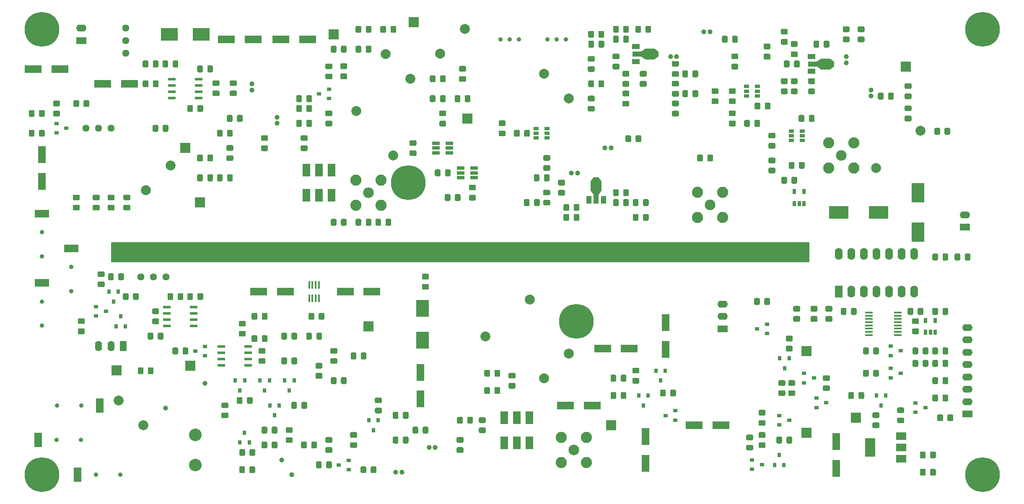
<source format=gts>
G04 #@! TF.GenerationSoftware,KiCad,Pcbnew,5.1.12-84ad8e8a86~92~ubuntu20.04.1*
G04 #@! TF.CreationDate,2022-01-01T09:02:10-08:00*
G04 #@! TF.ProjectId,trx_mobo_concept_2,7472785f-6d6f-4626-9f5f-636f6e636570,rev?*
G04 #@! TF.SameCoordinates,Original*
G04 #@! TF.FileFunction,Soldermask,Top*
G04 #@! TF.FilePolarity,Negative*
%FSLAX46Y46*%
G04 Gerber Fmt 4.6, Leading zero omitted, Abs format (unit mm)*
G04 Created by KiCad (PCBNEW 5.1.12-84ad8e8a86~92~ubuntu20.04.1) date 2022-01-01 09:02:10*
%MOMM*%
%LPD*%
G01*
G04 APERTURE LIST*
%ADD10R,2.500000X3.500000*%
%ADD11C,0.900000*%
%ADD12C,1.440000*%
%ADD13C,2.000000*%
%ADD14C,0.800000*%
%ADD15C,7.000000*%
%ADD16C,2.540000*%
%ADD17R,3.500000X1.600000*%
%ADD18R,1.600000X3.500000*%
%ADD19R,4.000000X2.500000*%
%ADD20R,2.500000X4.000000*%
%ADD21R,3.500000X2.500000*%
%ADD22R,0.800000X0.900000*%
%ADD23R,0.900000X0.800000*%
%ADD24C,2.150000*%
%ADD25C,2.250000*%
%ADD26O,2.100000X1.400000*%
%ADD27R,2.100000X1.400000*%
%ADD28R,1.400000X2.100000*%
%ADD29O,1.400000X2.100000*%
%ADD30C,1.000000*%
%ADD31C,0.150000*%
%ADD32R,1.000000X1.500000*%
%ADD33R,1.000000X1.800000*%
%ADD34R,2.200000X1.840000*%
%ADD35R,1.840000X2.200000*%
%ADD36R,1.500000X1.000000*%
%ADD37R,1.800000X1.000000*%
%ADD38R,2.032000X2.032000*%
%ADD39R,0.700000X1.000000*%
%ADD40R,1.500000X0.450000*%
%ADD41R,1.650000X2.540000*%
%ADD42R,0.400000X1.560000*%
%ADD43R,1.550000X0.600000*%
%ADD44R,1.600000X2.400000*%
%ADD45O,1.600000X2.400000*%
%ADD46R,1.560000X0.650000*%
%ADD47R,1.060000X0.650000*%
%ADD48R,2.000000X3.800000*%
%ADD49R,2.000000X1.500000*%
%ADD50R,3.000000X1.500000*%
%ADD51R,1.500000X3.000000*%
%ADD52C,0.254000*%
G04 APERTURE END LIST*
D10*
X131900000Y-117850000D03*
X131900000Y-111350000D03*
D11*
X157125000Y-57000000D03*
X160875000Y-57000000D03*
X159000000Y-57000000D03*
X151375000Y-57000000D03*
X147625000Y-57000000D03*
X149500000Y-57000000D03*
D12*
X72000000Y-59800000D03*
X72000000Y-57260000D03*
X72000000Y-54720000D03*
D13*
X161500000Y-120500000D03*
X156500000Y-125500000D03*
G36*
G01*
X156549999Y-80400000D02*
X157450001Y-80400000D01*
G75*
G02*
X157700000Y-80649999I0J-249999D01*
G01*
X157700000Y-81300001D01*
G75*
G02*
X157450001Y-81550000I-249999J0D01*
G01*
X156549999Y-81550000D01*
G75*
G02*
X156300000Y-81300001I0J249999D01*
G01*
X156300000Y-80649999D01*
G75*
G02*
X156549999Y-80400000I249999J0D01*
G01*
G37*
G36*
G01*
X156549999Y-82450000D02*
X157450001Y-82450000D01*
G75*
G02*
X157700000Y-82699999I0J-249999D01*
G01*
X157700000Y-83350001D01*
G75*
G02*
X157450001Y-83600000I-249999J0D01*
G01*
X156549999Y-83600000D01*
G75*
G02*
X156300000Y-83350001I0J249999D01*
G01*
X156300000Y-82699999D01*
G75*
G02*
X156549999Y-82450000I249999J0D01*
G01*
G37*
D14*
X164856155Y-112143845D03*
X163000000Y-111375000D03*
X161143845Y-112143845D03*
X160375000Y-114000000D03*
X161143845Y-115856155D03*
X163000000Y-116625000D03*
X164856155Y-115856155D03*
X165625000Y-114000000D03*
D15*
X163000000Y-114000000D03*
D14*
X56856155Y-53143845D03*
X55000000Y-52375000D03*
X53143845Y-53143845D03*
X52375000Y-55000000D03*
X53143845Y-56856155D03*
X55000000Y-57625000D03*
X56856155Y-56856155D03*
X57625000Y-55000000D03*
D15*
X55000000Y-55000000D03*
D14*
X246856155Y-53143845D03*
X245000000Y-52375000D03*
X243143845Y-53143845D03*
X242375000Y-55000000D03*
X243143845Y-56856155D03*
X245000000Y-57625000D03*
X246856155Y-56856155D03*
X247625000Y-55000000D03*
D15*
X245000000Y-55000000D03*
D14*
X56856155Y-143143845D03*
X55000000Y-142375000D03*
X53143845Y-143143845D03*
X52375000Y-145000000D03*
X53143845Y-146856155D03*
X55000000Y-147625000D03*
X56856155Y-146856155D03*
X57625000Y-145000000D03*
D15*
X55000000Y-145000000D03*
D14*
X246856155Y-143143845D03*
X245000000Y-142375000D03*
X243143845Y-143143845D03*
X242375000Y-145000000D03*
X243143845Y-146856155D03*
X245000000Y-147625000D03*
X246856155Y-146856155D03*
X247625000Y-145000000D03*
D15*
X245000000Y-145000000D03*
D14*
X130856155Y-84143845D03*
X129000000Y-83375000D03*
X127143845Y-84143845D03*
X126375000Y-86000000D03*
X127143845Y-87856155D03*
X129000000Y-88625000D03*
X130856155Y-87856155D03*
X131625000Y-86000000D03*
D15*
X129000000Y-86000000D03*
G36*
G01*
X238100000Y-125549999D02*
X238100000Y-126450001D01*
G75*
G02*
X237850001Y-126700000I-249999J0D01*
G01*
X237199999Y-126700000D01*
G75*
G02*
X236950000Y-126450001I0J249999D01*
G01*
X236950000Y-125549999D01*
G75*
G02*
X237199999Y-125300000I249999J0D01*
G01*
X237850001Y-125300000D01*
G75*
G02*
X238100000Y-125549999I0J-249999D01*
G01*
G37*
G36*
G01*
X236050000Y-125549999D02*
X236050000Y-126450001D01*
G75*
G02*
X235800001Y-126700000I-249999J0D01*
G01*
X235149999Y-126700000D01*
G75*
G02*
X234900000Y-126450001I0J249999D01*
G01*
X234900000Y-125549999D01*
G75*
G02*
X235149999Y-125300000I249999J0D01*
G01*
X235800001Y-125300000D01*
G75*
G02*
X236050000Y-125549999I0J-249999D01*
G01*
G37*
G36*
G01*
X238100000Y-129049999D02*
X238100000Y-129950001D01*
G75*
G02*
X237850001Y-130200000I-249999J0D01*
G01*
X237199999Y-130200000D01*
G75*
G02*
X236950000Y-129950001I0J249999D01*
G01*
X236950000Y-129049999D01*
G75*
G02*
X237199999Y-128800000I249999J0D01*
G01*
X237850001Y-128800000D01*
G75*
G02*
X238100000Y-129049999I0J-249999D01*
G01*
G37*
G36*
G01*
X236050000Y-129049999D02*
X236050000Y-129950001D01*
G75*
G02*
X235800001Y-130200000I-249999J0D01*
G01*
X235149999Y-130200000D01*
G75*
G02*
X234900000Y-129950001I0J249999D01*
G01*
X234900000Y-129049999D01*
G75*
G02*
X235149999Y-128800000I249999J0D01*
G01*
X235800001Y-128800000D01*
G75*
G02*
X236050000Y-129049999I0J-249999D01*
G01*
G37*
G36*
G01*
X234100000Y-119549999D02*
X234100000Y-120450001D01*
G75*
G02*
X233850001Y-120700000I-249999J0D01*
G01*
X233199999Y-120700000D01*
G75*
G02*
X232950000Y-120450001I0J249999D01*
G01*
X232950000Y-119549999D01*
G75*
G02*
X233199999Y-119300000I249999J0D01*
G01*
X233850001Y-119300000D01*
G75*
G02*
X234100000Y-119549999I0J-249999D01*
G01*
G37*
G36*
G01*
X232050000Y-119549999D02*
X232050000Y-120450001D01*
G75*
G02*
X231800001Y-120700000I-249999J0D01*
G01*
X231149999Y-120700000D01*
G75*
G02*
X230900000Y-120450001I0J249999D01*
G01*
X230900000Y-119549999D01*
G75*
G02*
X231149999Y-119300000I249999J0D01*
G01*
X231800001Y-119300000D01*
G75*
G02*
X232050000Y-119549999I0J-249999D01*
G01*
G37*
G36*
G01*
X232050000Y-122049999D02*
X232050000Y-122950001D01*
G75*
G02*
X231800001Y-123200000I-249999J0D01*
G01*
X231149999Y-123200000D01*
G75*
G02*
X230900000Y-122950001I0J249999D01*
G01*
X230900000Y-122049999D01*
G75*
G02*
X231149999Y-121800000I249999J0D01*
G01*
X231800001Y-121800000D01*
G75*
G02*
X232050000Y-122049999I0J-249999D01*
G01*
G37*
G36*
G01*
X234100000Y-122049999D02*
X234100000Y-122950001D01*
G75*
G02*
X233850001Y-123200000I-249999J0D01*
G01*
X233199999Y-123200000D01*
G75*
G02*
X232950000Y-122950001I0J249999D01*
G01*
X232950000Y-122049999D01*
G75*
G02*
X233199999Y-121800000I249999J0D01*
G01*
X233850001Y-121800000D01*
G75*
G02*
X234100000Y-122049999I0J-249999D01*
G01*
G37*
G36*
G01*
X236950000Y-112450001D02*
X236950000Y-111549999D01*
G75*
G02*
X237199999Y-111300000I249999J0D01*
G01*
X237850001Y-111300000D01*
G75*
G02*
X238100000Y-111549999I0J-249999D01*
G01*
X238100000Y-112450001D01*
G75*
G02*
X237850001Y-112700000I-249999J0D01*
G01*
X237199999Y-112700000D01*
G75*
G02*
X236950000Y-112450001I0J249999D01*
G01*
G37*
G36*
G01*
X234900000Y-112450001D02*
X234900000Y-111549999D01*
G75*
G02*
X235149999Y-111300000I249999J0D01*
G01*
X235800001Y-111300000D01*
G75*
G02*
X236050000Y-111549999I0J-249999D01*
G01*
X236050000Y-112450001D01*
G75*
G02*
X235800001Y-112700000I-249999J0D01*
G01*
X235149999Y-112700000D01*
G75*
G02*
X234900000Y-112450001I0J249999D01*
G01*
G37*
G36*
G01*
X205550000Y-85049999D02*
X205550000Y-85950001D01*
G75*
G02*
X205300001Y-86200000I-249999J0D01*
G01*
X204649999Y-86200000D01*
G75*
G02*
X204400000Y-85950001I0J249999D01*
G01*
X204400000Y-85049999D01*
G75*
G02*
X204649999Y-84800000I249999J0D01*
G01*
X205300001Y-84800000D01*
G75*
G02*
X205550000Y-85049999I0J-249999D01*
G01*
G37*
G36*
G01*
X207600000Y-85049999D02*
X207600000Y-85950001D01*
G75*
G02*
X207350001Y-86200000I-249999J0D01*
G01*
X206699999Y-86200000D01*
G75*
G02*
X206450000Y-85950001I0J249999D01*
G01*
X206450000Y-85049999D01*
G75*
G02*
X206699999Y-84800000I249999J0D01*
G01*
X207350001Y-84800000D01*
G75*
G02*
X207600000Y-85049999I0J-249999D01*
G01*
G37*
G36*
G01*
X223049999Y-134450000D02*
X223950001Y-134450000D01*
G75*
G02*
X224200000Y-134699999I0J-249999D01*
G01*
X224200000Y-135350001D01*
G75*
G02*
X223950001Y-135600000I-249999J0D01*
G01*
X223049999Y-135600000D01*
G75*
G02*
X222800000Y-135350001I0J249999D01*
G01*
X222800000Y-134699999D01*
G75*
G02*
X223049999Y-134450000I249999J0D01*
G01*
G37*
G36*
G01*
X223049999Y-132400000D02*
X223950001Y-132400000D01*
G75*
G02*
X224200000Y-132649999I0J-249999D01*
G01*
X224200000Y-133300001D01*
G75*
G02*
X223950001Y-133550000I-249999J0D01*
G01*
X223049999Y-133550000D01*
G75*
G02*
X222800000Y-133300001I0J249999D01*
G01*
X222800000Y-132649999D01*
G75*
G02*
X223049999Y-132400000I249999J0D01*
G01*
G37*
G36*
G01*
X221125000Y-128549999D02*
X221125000Y-129450001D01*
G75*
G02*
X220875001Y-129700000I-249999J0D01*
G01*
X220224999Y-129700000D01*
G75*
G02*
X219975000Y-129450001I0J249999D01*
G01*
X219975000Y-128549999D01*
G75*
G02*
X220224999Y-128300000I249999J0D01*
G01*
X220875001Y-128300000D01*
G75*
G02*
X221125000Y-128549999I0J-249999D01*
G01*
G37*
G36*
G01*
X219075000Y-128549999D02*
X219075000Y-129450001D01*
G75*
G02*
X218825001Y-129700000I-249999J0D01*
G01*
X218174999Y-129700000D01*
G75*
G02*
X217925000Y-129450001I0J249999D01*
G01*
X217925000Y-128549999D01*
G75*
G02*
X218174999Y-128300000I249999J0D01*
G01*
X218825001Y-128300000D01*
G75*
G02*
X219075000Y-128549999I0J-249999D01*
G01*
G37*
G36*
G01*
X229900000Y-112450001D02*
X229900000Y-111549999D01*
G75*
G02*
X230149999Y-111300000I249999J0D01*
G01*
X230800001Y-111300000D01*
G75*
G02*
X231050000Y-111549999I0J-249999D01*
G01*
X231050000Y-112450001D01*
G75*
G02*
X230800001Y-112700000I-249999J0D01*
G01*
X230149999Y-112700000D01*
G75*
G02*
X229900000Y-112450001I0J249999D01*
G01*
G37*
G36*
G01*
X231950000Y-112450001D02*
X231950000Y-111549999D01*
G75*
G02*
X232199999Y-111300000I249999J0D01*
G01*
X232850001Y-111300000D01*
G75*
G02*
X233100000Y-111549999I0J-249999D01*
G01*
X233100000Y-112450001D01*
G75*
G02*
X232850001Y-112700000I-249999J0D01*
G01*
X232199999Y-112700000D01*
G75*
G02*
X231950000Y-112450001I0J249999D01*
G01*
G37*
G36*
G01*
X66450001Y-91600000D02*
X65549999Y-91600000D01*
G75*
G02*
X65300000Y-91350001I0J249999D01*
G01*
X65300000Y-90699999D01*
G75*
G02*
X65549999Y-90450000I249999J0D01*
G01*
X66450001Y-90450000D01*
G75*
G02*
X66700000Y-90699999I0J-249999D01*
G01*
X66700000Y-91350001D01*
G75*
G02*
X66450001Y-91600000I-249999J0D01*
G01*
G37*
G36*
G01*
X66450001Y-89550000D02*
X65549999Y-89550000D01*
G75*
G02*
X65300000Y-89300001I0J249999D01*
G01*
X65300000Y-88649999D01*
G75*
G02*
X65549999Y-88400000I249999J0D01*
G01*
X66450001Y-88400000D01*
G75*
G02*
X66700000Y-88649999I0J-249999D01*
G01*
X66700000Y-89300001D01*
G75*
G02*
X66450001Y-89550000I-249999J0D01*
G01*
G37*
G36*
G01*
X62450001Y-89550000D02*
X61549999Y-89550000D01*
G75*
G02*
X61300000Y-89300001I0J249999D01*
G01*
X61300000Y-88649999D01*
G75*
G02*
X61549999Y-88400000I249999J0D01*
G01*
X62450001Y-88400000D01*
G75*
G02*
X62700000Y-88649999I0J-249999D01*
G01*
X62700000Y-89300001D01*
G75*
G02*
X62450001Y-89550000I-249999J0D01*
G01*
G37*
G36*
G01*
X62450001Y-91600000D02*
X61549999Y-91600000D01*
G75*
G02*
X61300000Y-91350001I0J249999D01*
G01*
X61300000Y-90699999D01*
G75*
G02*
X61549999Y-90450000I249999J0D01*
G01*
X62450001Y-90450000D01*
G75*
G02*
X62700000Y-90699999I0J-249999D01*
G01*
X62700000Y-91350001D01*
G75*
G02*
X62450001Y-91600000I-249999J0D01*
G01*
G37*
G36*
G01*
X71749999Y-90450000D02*
X72650001Y-90450000D01*
G75*
G02*
X72900000Y-90699999I0J-249999D01*
G01*
X72900000Y-91350001D01*
G75*
G02*
X72650001Y-91600000I-249999J0D01*
G01*
X71749999Y-91600000D01*
G75*
G02*
X71500000Y-91350001I0J249999D01*
G01*
X71500000Y-90699999D01*
G75*
G02*
X71749999Y-90450000I249999J0D01*
G01*
G37*
G36*
G01*
X71749999Y-88400000D02*
X72650001Y-88400000D01*
G75*
G02*
X72900000Y-88649999I0J-249999D01*
G01*
X72900000Y-89300001D01*
G75*
G02*
X72650001Y-89550000I-249999J0D01*
G01*
X71749999Y-89550000D01*
G75*
G02*
X71500000Y-89300001I0J249999D01*
G01*
X71500000Y-88649999D01*
G75*
G02*
X71749999Y-88400000I249999J0D01*
G01*
G37*
G36*
G01*
X68549999Y-90450000D02*
X69450001Y-90450000D01*
G75*
G02*
X69700000Y-90699999I0J-249999D01*
G01*
X69700000Y-91350001D01*
G75*
G02*
X69450001Y-91600000I-249999J0D01*
G01*
X68549999Y-91600000D01*
G75*
G02*
X68300000Y-91350001I0J249999D01*
G01*
X68300000Y-90699999D01*
G75*
G02*
X68549999Y-90450000I249999J0D01*
G01*
G37*
G36*
G01*
X68549999Y-88400000D02*
X69450001Y-88400000D01*
G75*
G02*
X69700000Y-88649999I0J-249999D01*
G01*
X69700000Y-89300001D01*
G75*
G02*
X69450001Y-89550000I-249999J0D01*
G01*
X68549999Y-89550000D01*
G75*
G02*
X68300000Y-89300001I0J249999D01*
G01*
X68300000Y-88649999D01*
G75*
G02*
X68549999Y-88400000I249999J0D01*
G01*
G37*
G36*
G01*
X109600000Y-70549999D02*
X109600000Y-71450001D01*
G75*
G02*
X109350001Y-71700000I-249999J0D01*
G01*
X108699999Y-71700000D01*
G75*
G02*
X108450000Y-71450001I0J249999D01*
G01*
X108450000Y-70549999D01*
G75*
G02*
X108699999Y-70300000I249999J0D01*
G01*
X109350001Y-70300000D01*
G75*
G02*
X109600000Y-70549999I0J-249999D01*
G01*
G37*
G36*
G01*
X107550000Y-70549999D02*
X107550000Y-71450001D01*
G75*
G02*
X107300001Y-71700000I-249999J0D01*
G01*
X106649999Y-71700000D01*
G75*
G02*
X106400000Y-71450001I0J249999D01*
G01*
X106400000Y-70549999D01*
G75*
G02*
X106649999Y-70300000I249999J0D01*
G01*
X107300001Y-70300000D01*
G75*
G02*
X107550000Y-70549999I0J-249999D01*
G01*
G37*
G36*
G01*
X107549999Y-76400000D02*
X108450001Y-76400000D01*
G75*
G02*
X108700000Y-76649999I0J-249999D01*
G01*
X108700000Y-77300001D01*
G75*
G02*
X108450001Y-77550000I-249999J0D01*
G01*
X107549999Y-77550000D01*
G75*
G02*
X107300000Y-77300001I0J249999D01*
G01*
X107300000Y-76649999D01*
G75*
G02*
X107549999Y-76400000I249999J0D01*
G01*
G37*
G36*
G01*
X107549999Y-78450000D02*
X108450001Y-78450000D01*
G75*
G02*
X108700000Y-78699999I0J-249999D01*
G01*
X108700000Y-79350001D01*
G75*
G02*
X108450001Y-79600000I-249999J0D01*
G01*
X107549999Y-79600000D01*
G75*
G02*
X107300000Y-79350001I0J249999D01*
G01*
X107300000Y-78699999D01*
G75*
G02*
X107549999Y-78450000I249999J0D01*
G01*
G37*
G36*
G01*
X116450001Y-65075000D02*
X115549999Y-65075000D01*
G75*
G02*
X115300000Y-64825001I0J249999D01*
G01*
X115300000Y-64174999D01*
G75*
G02*
X115549999Y-63925000I249999J0D01*
G01*
X116450001Y-63925000D01*
G75*
G02*
X116700000Y-64174999I0J-249999D01*
G01*
X116700000Y-64825001D01*
G75*
G02*
X116450001Y-65075000I-249999J0D01*
G01*
G37*
G36*
G01*
X116450001Y-63025000D02*
X115549999Y-63025000D01*
G75*
G02*
X115300000Y-62775001I0J249999D01*
G01*
X115300000Y-62124999D01*
G75*
G02*
X115549999Y-61875000I249999J0D01*
G01*
X116450001Y-61875000D01*
G75*
G02*
X116700000Y-62124999I0J-249999D01*
G01*
X116700000Y-62775001D01*
G75*
G02*
X116450001Y-63025000I-249999J0D01*
G01*
G37*
G36*
G01*
X92400000Y-73450001D02*
X92400000Y-72549999D01*
G75*
G02*
X92649999Y-72300000I249999J0D01*
G01*
X93300001Y-72300000D01*
G75*
G02*
X93550000Y-72549999I0J-249999D01*
G01*
X93550000Y-73450001D01*
G75*
G02*
X93300001Y-73700000I-249999J0D01*
G01*
X92649999Y-73700000D01*
G75*
G02*
X92400000Y-73450001I0J249999D01*
G01*
G37*
G36*
G01*
X94450000Y-73450001D02*
X94450000Y-72549999D01*
G75*
G02*
X94699999Y-72300000I249999J0D01*
G01*
X95350001Y-72300000D01*
G75*
G02*
X95600000Y-72549999I0J-249999D01*
G01*
X95600000Y-73450001D01*
G75*
G02*
X95350001Y-73700000I-249999J0D01*
G01*
X94699999Y-73700000D01*
G75*
G02*
X94450000Y-73450001I0J249999D01*
G01*
G37*
G36*
G01*
X92450000Y-85450001D02*
X92450000Y-84549999D01*
G75*
G02*
X92699999Y-84300000I249999J0D01*
G01*
X93350001Y-84300000D01*
G75*
G02*
X93600000Y-84549999I0J-249999D01*
G01*
X93600000Y-85450001D01*
G75*
G02*
X93350001Y-85700000I-249999J0D01*
G01*
X92699999Y-85700000D01*
G75*
G02*
X92450000Y-85450001I0J249999D01*
G01*
G37*
G36*
G01*
X90400000Y-85450001D02*
X90400000Y-84549999D01*
G75*
G02*
X90649999Y-84300000I249999J0D01*
G01*
X91300001Y-84300000D01*
G75*
G02*
X91550000Y-84549999I0J-249999D01*
G01*
X91550000Y-85450001D01*
G75*
G02*
X91300001Y-85700000I-249999J0D01*
G01*
X90649999Y-85700000D01*
G75*
G02*
X90400000Y-85450001I0J249999D01*
G01*
G37*
G36*
G01*
X113600000Y-142549999D02*
X113600000Y-143450001D01*
G75*
G02*
X113350001Y-143700000I-249999J0D01*
G01*
X112699999Y-143700000D01*
G75*
G02*
X112450000Y-143450001I0J249999D01*
G01*
X112450000Y-142549999D01*
G75*
G02*
X112699999Y-142300000I249999J0D01*
G01*
X113350001Y-142300000D01*
G75*
G02*
X113600000Y-142549999I0J-249999D01*
G01*
G37*
G36*
G01*
X111550000Y-142549999D02*
X111550000Y-143450001D01*
G75*
G02*
X111300001Y-143700000I-249999J0D01*
G01*
X110649999Y-143700000D01*
G75*
G02*
X110400000Y-143450001I0J249999D01*
G01*
X110400000Y-142549999D01*
G75*
G02*
X110649999Y-142300000I249999J0D01*
G01*
X111300001Y-142300000D01*
G75*
G02*
X111550000Y-142549999I0J-249999D01*
G01*
G37*
D16*
X86000000Y-136952000D03*
X86000000Y-143048000D03*
G36*
G01*
X99400000Y-136450001D02*
X99400000Y-135549999D01*
G75*
G02*
X99649999Y-135300000I249999J0D01*
G01*
X100300001Y-135300000D01*
G75*
G02*
X100550000Y-135549999I0J-249999D01*
G01*
X100550000Y-136450001D01*
G75*
G02*
X100300001Y-136700000I-249999J0D01*
G01*
X99649999Y-136700000D01*
G75*
G02*
X99400000Y-136450001I0J249999D01*
G01*
G37*
G36*
G01*
X101450000Y-136450001D02*
X101450000Y-135549999D01*
G75*
G02*
X101699999Y-135300000I249999J0D01*
G01*
X102350001Y-135300000D01*
G75*
G02*
X102600000Y-135549999I0J-249999D01*
G01*
X102600000Y-136450001D01*
G75*
G02*
X102350001Y-136700000I-249999J0D01*
G01*
X101699999Y-136700000D01*
G75*
G02*
X101450000Y-136450001I0J249999D01*
G01*
G37*
G36*
G01*
X118450001Y-137550000D02*
X117549999Y-137550000D01*
G75*
G02*
X117300000Y-137300001I0J249999D01*
G01*
X117300000Y-136649999D01*
G75*
G02*
X117549999Y-136400000I249999J0D01*
G01*
X118450001Y-136400000D01*
G75*
G02*
X118700000Y-136649999I0J-249999D01*
G01*
X118700000Y-137300001D01*
G75*
G02*
X118450001Y-137550000I-249999J0D01*
G01*
G37*
G36*
G01*
X118450001Y-139600000D02*
X117549999Y-139600000D01*
G75*
G02*
X117300000Y-139350001I0J249999D01*
G01*
X117300000Y-138699999D01*
G75*
G02*
X117549999Y-138450000I249999J0D01*
G01*
X118450001Y-138450000D01*
G75*
G02*
X118700000Y-138699999I0J-249999D01*
G01*
X118700000Y-139350001D01*
G75*
G02*
X118450001Y-139600000I-249999J0D01*
G01*
G37*
G36*
G01*
X91549999Y-132450000D02*
X92450001Y-132450000D01*
G75*
G02*
X92700000Y-132699999I0J-249999D01*
G01*
X92700000Y-133350001D01*
G75*
G02*
X92450001Y-133600000I-249999J0D01*
G01*
X91549999Y-133600000D01*
G75*
G02*
X91300000Y-133350001I0J249999D01*
G01*
X91300000Y-132699999D01*
G75*
G02*
X91549999Y-132450000I249999J0D01*
G01*
G37*
G36*
G01*
X91549999Y-130400000D02*
X92450001Y-130400000D01*
G75*
G02*
X92700000Y-130649999I0J-249999D01*
G01*
X92700000Y-131300001D01*
G75*
G02*
X92450001Y-131550000I-249999J0D01*
G01*
X91549999Y-131550000D01*
G75*
G02*
X91300000Y-131300001I0J249999D01*
G01*
X91300000Y-130649999D01*
G75*
G02*
X91549999Y-130400000I249999J0D01*
G01*
G37*
D17*
X104200000Y-108000000D03*
X98800000Y-108000000D03*
D18*
X131500000Y-124300000D03*
X131500000Y-129700000D03*
G36*
G01*
X112100000Y-112549999D02*
X112100000Y-113450001D01*
G75*
G02*
X111850001Y-113700000I-249999J0D01*
G01*
X111199999Y-113700000D01*
G75*
G02*
X110950000Y-113450001I0J249999D01*
G01*
X110950000Y-112549999D01*
G75*
G02*
X111199999Y-112300000I249999J0D01*
G01*
X111850001Y-112300000D01*
G75*
G02*
X112100000Y-112549999I0J-249999D01*
G01*
G37*
G36*
G01*
X110050000Y-112549999D02*
X110050000Y-113450001D01*
G75*
G02*
X109800001Y-113700000I-249999J0D01*
G01*
X109149999Y-113700000D01*
G75*
G02*
X108900000Y-113450001I0J249999D01*
G01*
X108900000Y-112549999D01*
G75*
G02*
X109149999Y-112300000I249999J0D01*
G01*
X109800001Y-112300000D01*
G75*
G02*
X110050000Y-112549999I0J-249999D01*
G01*
G37*
G36*
G01*
X79600000Y-116549999D02*
X79600000Y-117450001D01*
G75*
G02*
X79350001Y-117700000I-249999J0D01*
G01*
X78699999Y-117700000D01*
G75*
G02*
X78450000Y-117450001I0J249999D01*
G01*
X78450000Y-116549999D01*
G75*
G02*
X78699999Y-116300000I249999J0D01*
G01*
X79350001Y-116300000D01*
G75*
G02*
X79600000Y-116549999I0J-249999D01*
G01*
G37*
G36*
G01*
X77550000Y-116549999D02*
X77550000Y-117450001D01*
G75*
G02*
X77300001Y-117700000I-249999J0D01*
G01*
X76649999Y-117700000D01*
G75*
G02*
X76400000Y-117450001I0J249999D01*
G01*
X76400000Y-116549999D01*
G75*
G02*
X76649999Y-116300000I249999J0D01*
G01*
X77300001Y-116300000D01*
G75*
G02*
X77550000Y-116549999I0J-249999D01*
G01*
G37*
G36*
G01*
X99450000Y-117950001D02*
X99450000Y-117049999D01*
G75*
G02*
X99699999Y-116800000I249999J0D01*
G01*
X100350001Y-116800000D01*
G75*
G02*
X100600000Y-117049999I0J-249999D01*
G01*
X100600000Y-117950001D01*
G75*
G02*
X100350001Y-118200000I-249999J0D01*
G01*
X99699999Y-118200000D01*
G75*
G02*
X99450000Y-117950001I0J249999D01*
G01*
G37*
G36*
G01*
X97400000Y-117950001D02*
X97400000Y-117049999D01*
G75*
G02*
X97649999Y-116800000I249999J0D01*
G01*
X98300001Y-116800000D01*
G75*
G02*
X98550000Y-117049999I0J-249999D01*
G01*
X98550000Y-117950001D01*
G75*
G02*
X98300001Y-118200000I-249999J0D01*
G01*
X97649999Y-118200000D01*
G75*
G02*
X97400000Y-117950001I0J249999D01*
G01*
G37*
G36*
G01*
X86450000Y-109450001D02*
X86450000Y-108549999D01*
G75*
G02*
X86699999Y-108300000I249999J0D01*
G01*
X87350001Y-108300000D01*
G75*
G02*
X87600000Y-108549999I0J-249999D01*
G01*
X87600000Y-109450001D01*
G75*
G02*
X87350001Y-109700000I-249999J0D01*
G01*
X86699999Y-109700000D01*
G75*
G02*
X86450000Y-109450001I0J249999D01*
G01*
G37*
G36*
G01*
X84400000Y-109450001D02*
X84400000Y-108549999D01*
G75*
G02*
X84649999Y-108300000I249999J0D01*
G01*
X85300001Y-108300000D01*
G75*
G02*
X85550000Y-108549999I0J-249999D01*
G01*
X85550000Y-109450001D01*
G75*
G02*
X85300001Y-109700000I-249999J0D01*
G01*
X84649999Y-109700000D01*
G75*
G02*
X84400000Y-109450001I0J249999D01*
G01*
G37*
D17*
X116300000Y-108000000D03*
X121700000Y-108000000D03*
G36*
G01*
X114450001Y-120550000D02*
X113549999Y-120550000D01*
G75*
G02*
X113300000Y-120300001I0J249999D01*
G01*
X113300000Y-119649999D01*
G75*
G02*
X113549999Y-119400000I249999J0D01*
G01*
X114450001Y-119400000D01*
G75*
G02*
X114700000Y-119649999I0J-249999D01*
G01*
X114700000Y-120300001D01*
G75*
G02*
X114450001Y-120550000I-249999J0D01*
G01*
G37*
G36*
G01*
X114450001Y-122600000D02*
X113549999Y-122600000D01*
G75*
G02*
X113300000Y-122350001I0J249999D01*
G01*
X113300000Y-121699999D01*
G75*
G02*
X113549999Y-121450000I249999J0D01*
G01*
X114450001Y-121450000D01*
G75*
G02*
X114700000Y-121699999I0J-249999D01*
G01*
X114700000Y-122350001D01*
G75*
G02*
X114450001Y-122600000I-249999J0D01*
G01*
G37*
G36*
G01*
X106600000Y-116549999D02*
X106600000Y-117450001D01*
G75*
G02*
X106350001Y-117700000I-249999J0D01*
G01*
X105699999Y-117700000D01*
G75*
G02*
X105450000Y-117450001I0J249999D01*
G01*
X105450000Y-116549999D01*
G75*
G02*
X105699999Y-116300000I249999J0D01*
G01*
X106350001Y-116300000D01*
G75*
G02*
X106600000Y-116549999I0J-249999D01*
G01*
G37*
G36*
G01*
X104550000Y-116549999D02*
X104550000Y-117450001D01*
G75*
G02*
X104300001Y-117700000I-249999J0D01*
G01*
X103649999Y-117700000D01*
G75*
G02*
X103400000Y-117450001I0J249999D01*
G01*
X103400000Y-116549999D01*
G75*
G02*
X103649999Y-116300000I249999J0D01*
G01*
X104300001Y-116300000D01*
G75*
G02*
X104550000Y-116549999I0J-249999D01*
G01*
G37*
G36*
G01*
X117400000Y-121450001D02*
X117400000Y-120549999D01*
G75*
G02*
X117649999Y-120300000I249999J0D01*
G01*
X118300001Y-120300000D01*
G75*
G02*
X118550000Y-120549999I0J-249999D01*
G01*
X118550000Y-121450001D01*
G75*
G02*
X118300001Y-121700000I-249999J0D01*
G01*
X117649999Y-121700000D01*
G75*
G02*
X117400000Y-121450001I0J249999D01*
G01*
G37*
G36*
G01*
X119450000Y-121450001D02*
X119450000Y-120549999D01*
G75*
G02*
X119699999Y-120300000I249999J0D01*
G01*
X120350001Y-120300000D01*
G75*
G02*
X120600000Y-120549999I0J-249999D01*
G01*
X120600000Y-121450001D01*
G75*
G02*
X120350001Y-121700000I-249999J0D01*
G01*
X119699999Y-121700000D01*
G75*
G02*
X119450000Y-121450001I0J249999D01*
G01*
G37*
D19*
X224000000Y-92000000D03*
X216000000Y-92000000D03*
G36*
G01*
X216400000Y-112450001D02*
X216400000Y-111549999D01*
G75*
G02*
X216649999Y-111300000I249999J0D01*
G01*
X217300001Y-111300000D01*
G75*
G02*
X217550000Y-111549999I0J-249999D01*
G01*
X217550000Y-112450001D01*
G75*
G02*
X217300001Y-112700000I-249999J0D01*
G01*
X216649999Y-112700000D01*
G75*
G02*
X216400000Y-112450001I0J249999D01*
G01*
G37*
G36*
G01*
X218450000Y-112450001D02*
X218450000Y-111549999D01*
G75*
G02*
X218699999Y-111300000I249999J0D01*
G01*
X219350001Y-111300000D01*
G75*
G02*
X219600000Y-111549999I0J-249999D01*
G01*
X219600000Y-112450001D01*
G75*
G02*
X219350001Y-112700000I-249999J0D01*
G01*
X218699999Y-112700000D01*
G75*
G02*
X218450000Y-112450001I0J249999D01*
G01*
G37*
G36*
G01*
X200050000Y-109549999D02*
X200050000Y-110450001D01*
G75*
G02*
X199800001Y-110700000I-249999J0D01*
G01*
X199149999Y-110700000D01*
G75*
G02*
X198900000Y-110450001I0J249999D01*
G01*
X198900000Y-109549999D01*
G75*
G02*
X199149999Y-109300000I249999J0D01*
G01*
X199800001Y-109300000D01*
G75*
G02*
X200050000Y-109549999I0J-249999D01*
G01*
G37*
G36*
G01*
X202100000Y-109549999D02*
X202100000Y-110450001D01*
G75*
G02*
X201850001Y-110700000I-249999J0D01*
G01*
X201199999Y-110700000D01*
G75*
G02*
X200950000Y-110450001I0J249999D01*
G01*
X200950000Y-109549999D01*
G75*
G02*
X201199999Y-109300000I249999J0D01*
G01*
X201850001Y-109300000D01*
G75*
G02*
X202100000Y-109549999I0J-249999D01*
G01*
G37*
D20*
X232000000Y-96000000D03*
X232000000Y-88000000D03*
G36*
G01*
X241450000Y-101450001D02*
X241450000Y-100549999D01*
G75*
G02*
X241699999Y-100300000I249999J0D01*
G01*
X242350001Y-100300000D01*
G75*
G02*
X242600000Y-100549999I0J-249999D01*
G01*
X242600000Y-101450001D01*
G75*
G02*
X242350001Y-101700000I-249999J0D01*
G01*
X241699999Y-101700000D01*
G75*
G02*
X241450000Y-101450001I0J249999D01*
G01*
G37*
G36*
G01*
X239400000Y-101450001D02*
X239400000Y-100549999D01*
G75*
G02*
X239649999Y-100300000I249999J0D01*
G01*
X240300001Y-100300000D01*
G75*
G02*
X240550000Y-100549999I0J-249999D01*
G01*
X240550000Y-101450001D01*
G75*
G02*
X240300001Y-101700000I-249999J0D01*
G01*
X239649999Y-101700000D01*
G75*
G02*
X239400000Y-101450001I0J249999D01*
G01*
G37*
D17*
X173700000Y-119500000D03*
X168300000Y-119500000D03*
D18*
X181000000Y-119700000D03*
X181000000Y-114300000D03*
D17*
X192200000Y-135000000D03*
X186800000Y-135000000D03*
D18*
X177000000Y-142700000D03*
X177000000Y-137300000D03*
D17*
X166200000Y-131000000D03*
X160800000Y-131000000D03*
D18*
X215500000Y-138300000D03*
X215500000Y-143700000D03*
G36*
G01*
X232400000Y-141450001D02*
X232400000Y-140549999D01*
G75*
G02*
X232649999Y-140300000I249999J0D01*
G01*
X233300001Y-140300000D01*
G75*
G02*
X233550000Y-140549999I0J-249999D01*
G01*
X233550000Y-141450001D01*
G75*
G02*
X233300001Y-141700000I-249999J0D01*
G01*
X232649999Y-141700000D01*
G75*
G02*
X232400000Y-141450001I0J249999D01*
G01*
G37*
G36*
G01*
X234450000Y-141450001D02*
X234450000Y-140549999D01*
G75*
G02*
X234699999Y-140300000I249999J0D01*
G01*
X235350001Y-140300000D01*
G75*
G02*
X235600000Y-140549999I0J-249999D01*
G01*
X235600000Y-141450001D01*
G75*
G02*
X235350001Y-141700000I-249999J0D01*
G01*
X234699999Y-141700000D01*
G75*
G02*
X234450000Y-141450001I0J249999D01*
G01*
G37*
G36*
G01*
X228950001Y-132550000D02*
X228049999Y-132550000D01*
G75*
G02*
X227800000Y-132300001I0J249999D01*
G01*
X227800000Y-131649999D01*
G75*
G02*
X228049999Y-131400000I249999J0D01*
G01*
X228950001Y-131400000D01*
G75*
G02*
X229200000Y-131649999I0J-249999D01*
G01*
X229200000Y-132300001D01*
G75*
G02*
X228950001Y-132550000I-249999J0D01*
G01*
G37*
G36*
G01*
X228950001Y-134600000D02*
X228049999Y-134600000D01*
G75*
G02*
X227800000Y-134350001I0J249999D01*
G01*
X227800000Y-133699999D01*
G75*
G02*
X228049999Y-133450000I249999J0D01*
G01*
X228950001Y-133450000D01*
G75*
G02*
X229200000Y-133699999I0J-249999D01*
G01*
X229200000Y-134350001D01*
G75*
G02*
X228950001Y-134600000I-249999J0D01*
G01*
G37*
G36*
G01*
X88450000Y-63450001D02*
X88450000Y-62549999D01*
G75*
G02*
X88699999Y-62300000I249999J0D01*
G01*
X89350001Y-62300000D01*
G75*
G02*
X89600000Y-62549999I0J-249999D01*
G01*
X89600000Y-63450001D01*
G75*
G02*
X89350001Y-63700000I-249999J0D01*
G01*
X88699999Y-63700000D01*
G75*
G02*
X88450000Y-63450001I0J249999D01*
G01*
G37*
G36*
G01*
X86400000Y-63450001D02*
X86400000Y-62549999D01*
G75*
G02*
X86649999Y-62300000I249999J0D01*
G01*
X87300001Y-62300000D01*
G75*
G02*
X87550000Y-62549999I0J-249999D01*
G01*
X87550000Y-63450001D01*
G75*
G02*
X87300001Y-63700000I-249999J0D01*
G01*
X86649999Y-63700000D01*
G75*
G02*
X86400000Y-63450001I0J249999D01*
G01*
G37*
D21*
X87250000Y-56000000D03*
X80750000Y-56000000D03*
D17*
X67300000Y-66000000D03*
X72700000Y-66000000D03*
G36*
G01*
X90650001Y-68500000D02*
X89749999Y-68500000D01*
G75*
G02*
X89500000Y-68250001I0J249999D01*
G01*
X89500000Y-67599999D01*
G75*
G02*
X89749999Y-67350000I249999J0D01*
G01*
X90650001Y-67350000D01*
G75*
G02*
X90900000Y-67599999I0J-249999D01*
G01*
X90900000Y-68250001D01*
G75*
G02*
X90650001Y-68500000I-249999J0D01*
G01*
G37*
G36*
G01*
X90650001Y-66450000D02*
X89749999Y-66450000D01*
G75*
G02*
X89500000Y-66200001I0J249999D01*
G01*
X89500000Y-65549999D01*
G75*
G02*
X89749999Y-65300000I249999J0D01*
G01*
X90650001Y-65300000D01*
G75*
G02*
X90900000Y-65549999I0J-249999D01*
G01*
X90900000Y-66200001D01*
G75*
G02*
X90650001Y-66450000I-249999J0D01*
G01*
G37*
X97700000Y-57000000D03*
X92300000Y-57000000D03*
X103300000Y-57000000D03*
X108700000Y-57000000D03*
G36*
G01*
X87600000Y-70549999D02*
X87600000Y-71450001D01*
G75*
G02*
X87350001Y-71700000I-249999J0D01*
G01*
X86699999Y-71700000D01*
G75*
G02*
X86450000Y-71450001I0J249999D01*
G01*
X86450000Y-70549999D01*
G75*
G02*
X86699999Y-70300000I249999J0D01*
G01*
X87350001Y-70300000D01*
G75*
G02*
X87600000Y-70549999I0J-249999D01*
G01*
G37*
G36*
G01*
X85550000Y-70549999D02*
X85550000Y-71450001D01*
G75*
G02*
X85300001Y-71700000I-249999J0D01*
G01*
X84649999Y-71700000D01*
G75*
G02*
X84400000Y-71450001I0J249999D01*
G01*
X84400000Y-70549999D01*
G75*
G02*
X84649999Y-70300000I249999J0D01*
G01*
X85300001Y-70300000D01*
G75*
G02*
X85550000Y-70549999I0J-249999D01*
G01*
G37*
X58700000Y-63000000D03*
X53300000Y-63000000D03*
D18*
X55000000Y-80300000D03*
X55000000Y-85700000D03*
G36*
G01*
X136450001Y-74600000D02*
X135549999Y-74600000D01*
G75*
G02*
X135300000Y-74350001I0J249999D01*
G01*
X135300000Y-73699999D01*
G75*
G02*
X135549999Y-73450000I249999J0D01*
G01*
X136450001Y-73450000D01*
G75*
G02*
X136700000Y-73699999I0J-249999D01*
G01*
X136700000Y-74350001D01*
G75*
G02*
X136450001Y-74600000I-249999J0D01*
G01*
G37*
G36*
G01*
X136450001Y-72550000D02*
X135549999Y-72550000D01*
G75*
G02*
X135300000Y-72300001I0J249999D01*
G01*
X135300000Y-71649999D01*
G75*
G02*
X135549999Y-71400000I249999J0D01*
G01*
X136450001Y-71400000D01*
G75*
G02*
X136700000Y-71649999I0J-249999D01*
G01*
X136700000Y-72300001D01*
G75*
G02*
X136450001Y-72550000I-249999J0D01*
G01*
G37*
G36*
G01*
X135550000Y-83549999D02*
X135550000Y-84450001D01*
G75*
G02*
X135300001Y-84700000I-249999J0D01*
G01*
X134649999Y-84700000D01*
G75*
G02*
X134400000Y-84450001I0J249999D01*
G01*
X134400000Y-83549999D01*
G75*
G02*
X134649999Y-83300000I249999J0D01*
G01*
X135300001Y-83300000D01*
G75*
G02*
X135550000Y-83549999I0J-249999D01*
G01*
G37*
G36*
G01*
X137600000Y-83549999D02*
X137600000Y-84450001D01*
G75*
G02*
X137350001Y-84700000I-249999J0D01*
G01*
X136699999Y-84700000D01*
G75*
G02*
X136450000Y-84450001I0J249999D01*
G01*
X136450000Y-83549999D01*
G75*
G02*
X136699999Y-83300000I249999J0D01*
G01*
X137350001Y-83300000D01*
G75*
G02*
X137600000Y-83549999I0J-249999D01*
G01*
G37*
G36*
G01*
X129549999Y-77400000D02*
X130450001Y-77400000D01*
G75*
G02*
X130700000Y-77649999I0J-249999D01*
G01*
X130700000Y-78300001D01*
G75*
G02*
X130450001Y-78550000I-249999J0D01*
G01*
X129549999Y-78550000D01*
G75*
G02*
X129300000Y-78300001I0J249999D01*
G01*
X129300000Y-77649999D01*
G75*
G02*
X129549999Y-77400000I249999J0D01*
G01*
G37*
G36*
G01*
X129549999Y-79450000D02*
X130450001Y-79450000D01*
G75*
G02*
X130700000Y-79699999I0J-249999D01*
G01*
X130700000Y-80350001D01*
G75*
G02*
X130450001Y-80600000I-249999J0D01*
G01*
X129549999Y-80600000D01*
G75*
G02*
X129300000Y-80350001I0J249999D01*
G01*
X129300000Y-79699999D01*
G75*
G02*
X129549999Y-79450000I249999J0D01*
G01*
G37*
G36*
G01*
X141549999Y-88450000D02*
X142450001Y-88450000D01*
G75*
G02*
X142700000Y-88699999I0J-249999D01*
G01*
X142700000Y-89350001D01*
G75*
G02*
X142450001Y-89600000I-249999J0D01*
G01*
X141549999Y-89600000D01*
G75*
G02*
X141300000Y-89350001I0J249999D01*
G01*
X141300000Y-88699999D01*
G75*
G02*
X141549999Y-88450000I249999J0D01*
G01*
G37*
G36*
G01*
X141549999Y-86400000D02*
X142450001Y-86400000D01*
G75*
G02*
X142700000Y-86649999I0J-249999D01*
G01*
X142700000Y-87300001D01*
G75*
G02*
X142450001Y-87550000I-249999J0D01*
G01*
X141549999Y-87550000D01*
G75*
G02*
X141300000Y-87300001I0J249999D01*
G01*
X141300000Y-86649999D01*
G75*
G02*
X141549999Y-86400000I249999J0D01*
G01*
G37*
G36*
G01*
X174400000Y-93450001D02*
X174400000Y-92549999D01*
G75*
G02*
X174649999Y-92300000I249999J0D01*
G01*
X175300001Y-92300000D01*
G75*
G02*
X175550000Y-92549999I0J-249999D01*
G01*
X175550000Y-93450001D01*
G75*
G02*
X175300001Y-93700000I-249999J0D01*
G01*
X174649999Y-93700000D01*
G75*
G02*
X174400000Y-93450001I0J249999D01*
G01*
G37*
G36*
G01*
X176450000Y-93450001D02*
X176450000Y-92549999D01*
G75*
G02*
X176699999Y-92300000I249999J0D01*
G01*
X177350001Y-92300000D01*
G75*
G02*
X177600000Y-92549999I0J-249999D01*
G01*
X177600000Y-93450001D01*
G75*
G02*
X177350001Y-93700000I-249999J0D01*
G01*
X176699999Y-93700000D01*
G75*
G02*
X176450000Y-93450001I0J249999D01*
G01*
G37*
G36*
G01*
X160400000Y-91450001D02*
X160400000Y-90549999D01*
G75*
G02*
X160649999Y-90300000I249999J0D01*
G01*
X161300001Y-90300000D01*
G75*
G02*
X161550000Y-90549999I0J-249999D01*
G01*
X161550000Y-91450001D01*
G75*
G02*
X161300001Y-91700000I-249999J0D01*
G01*
X160649999Y-91700000D01*
G75*
G02*
X160400000Y-91450001I0J249999D01*
G01*
G37*
G36*
G01*
X162450000Y-91450001D02*
X162450000Y-90549999D01*
G75*
G02*
X162699999Y-90300000I249999J0D01*
G01*
X163350001Y-90300000D01*
G75*
G02*
X163600000Y-90549999I0J-249999D01*
G01*
X163600000Y-91450001D01*
G75*
G02*
X163350001Y-91700000I-249999J0D01*
G01*
X162699999Y-91700000D01*
G75*
G02*
X162450000Y-91450001I0J249999D01*
G01*
G37*
G36*
G01*
X172450000Y-90450001D02*
X172450000Y-89549999D01*
G75*
G02*
X172699999Y-89300000I249999J0D01*
G01*
X173350001Y-89300000D01*
G75*
G02*
X173600000Y-89549999I0J-249999D01*
G01*
X173600000Y-90450001D01*
G75*
G02*
X173350001Y-90700000I-249999J0D01*
G01*
X172699999Y-90700000D01*
G75*
G02*
X172450000Y-90450001I0J249999D01*
G01*
G37*
G36*
G01*
X170400000Y-90450001D02*
X170400000Y-89549999D01*
G75*
G02*
X170649999Y-89300000I249999J0D01*
G01*
X171300001Y-89300000D01*
G75*
G02*
X171550000Y-89549999I0J-249999D01*
G01*
X171550000Y-90450001D01*
G75*
G02*
X171300001Y-90700000I-249999J0D01*
G01*
X170649999Y-90700000D01*
G75*
G02*
X170400000Y-90450001I0J249999D01*
G01*
G37*
G36*
G01*
X152450000Y-76450001D02*
X152450000Y-75549999D01*
G75*
G02*
X152699999Y-75300000I249999J0D01*
G01*
X153350001Y-75300000D01*
G75*
G02*
X153600000Y-75549999I0J-249999D01*
G01*
X153600000Y-76450001D01*
G75*
G02*
X153350001Y-76700000I-249999J0D01*
G01*
X152699999Y-76700000D01*
G75*
G02*
X152450000Y-76450001I0J249999D01*
G01*
G37*
G36*
G01*
X150400000Y-76450001D02*
X150400000Y-75549999D01*
G75*
G02*
X150649999Y-75300000I249999J0D01*
G01*
X151300001Y-75300000D01*
G75*
G02*
X151550000Y-75549999I0J-249999D01*
G01*
X151550000Y-76450001D01*
G75*
G02*
X151300001Y-76700000I-249999J0D01*
G01*
X150649999Y-76700000D01*
G75*
G02*
X150400000Y-76450001I0J249999D01*
G01*
G37*
G36*
G01*
X194549999Y-59900000D02*
X195450001Y-59900000D01*
G75*
G02*
X195700000Y-60149999I0J-249999D01*
G01*
X195700000Y-60800001D01*
G75*
G02*
X195450001Y-61050000I-249999J0D01*
G01*
X194549999Y-61050000D01*
G75*
G02*
X194300000Y-60800001I0J249999D01*
G01*
X194300000Y-60149999D01*
G75*
G02*
X194549999Y-59900000I249999J0D01*
G01*
G37*
G36*
G01*
X194549999Y-61950000D02*
X195450001Y-61950000D01*
G75*
G02*
X195700000Y-62199999I0J-249999D01*
G01*
X195700000Y-62850001D01*
G75*
G02*
X195450001Y-63100000I-249999J0D01*
G01*
X194549999Y-63100000D01*
G75*
G02*
X194300000Y-62850001I0J249999D01*
G01*
X194300000Y-62199999D01*
G75*
G02*
X194549999Y-61950000I249999J0D01*
G01*
G37*
G36*
G01*
X183450001Y-64600000D02*
X182549999Y-64600000D01*
G75*
G02*
X182300000Y-64350001I0J249999D01*
G01*
X182300000Y-63699999D01*
G75*
G02*
X182549999Y-63450000I249999J0D01*
G01*
X183450001Y-63450000D01*
G75*
G02*
X183700000Y-63699999I0J-249999D01*
G01*
X183700000Y-64350001D01*
G75*
G02*
X183450001Y-64600000I-249999J0D01*
G01*
G37*
G36*
G01*
X183450001Y-62550000D02*
X182549999Y-62550000D01*
G75*
G02*
X182300000Y-62300001I0J249999D01*
G01*
X182300000Y-61649999D01*
G75*
G02*
X182549999Y-61400000I249999J0D01*
G01*
X183450001Y-61400000D01*
G75*
G02*
X183700000Y-61649999I0J-249999D01*
G01*
X183700000Y-62300001D01*
G75*
G02*
X183450001Y-62550000I-249999J0D01*
G01*
G37*
G36*
G01*
X183450001Y-72600000D02*
X182549999Y-72600000D01*
G75*
G02*
X182300000Y-72350001I0J249999D01*
G01*
X182300000Y-71699999D01*
G75*
G02*
X182549999Y-71450000I249999J0D01*
G01*
X183450001Y-71450000D01*
G75*
G02*
X183700000Y-71699999I0J-249999D01*
G01*
X183700000Y-72350001D01*
G75*
G02*
X183450001Y-72600000I-249999J0D01*
G01*
G37*
G36*
G01*
X183450001Y-70550000D02*
X182549999Y-70550000D01*
G75*
G02*
X182300000Y-70300001I0J249999D01*
G01*
X182300000Y-69649999D01*
G75*
G02*
X182549999Y-69400000I249999J0D01*
G01*
X183450001Y-69400000D01*
G75*
G02*
X183700000Y-69649999I0J-249999D01*
G01*
X183700000Y-70300001D01*
G75*
G02*
X183450001Y-70550000I-249999J0D01*
G01*
G37*
G36*
G01*
X173600000Y-56549999D02*
X173600000Y-57450001D01*
G75*
G02*
X173350001Y-57700000I-249999J0D01*
G01*
X172699999Y-57700000D01*
G75*
G02*
X172450000Y-57450001I0J249999D01*
G01*
X172450000Y-56549999D01*
G75*
G02*
X172699999Y-56300000I249999J0D01*
G01*
X173350001Y-56300000D01*
G75*
G02*
X173600000Y-56549999I0J-249999D01*
G01*
G37*
G36*
G01*
X171550000Y-56549999D02*
X171550000Y-57450001D01*
G75*
G02*
X171300001Y-57700000I-249999J0D01*
G01*
X170649999Y-57700000D01*
G75*
G02*
X170400000Y-57450001I0J249999D01*
G01*
X170400000Y-56549999D01*
G75*
G02*
X170649999Y-56300000I249999J0D01*
G01*
X171300001Y-56300000D01*
G75*
G02*
X171550000Y-56549999I0J-249999D01*
G01*
G37*
G36*
G01*
X165549999Y-70450000D02*
X166450001Y-70450000D01*
G75*
G02*
X166700000Y-70699999I0J-249999D01*
G01*
X166700000Y-71350001D01*
G75*
G02*
X166450001Y-71600000I-249999J0D01*
G01*
X165549999Y-71600000D01*
G75*
G02*
X165300000Y-71350001I0J249999D01*
G01*
X165300000Y-70699999D01*
G75*
G02*
X165549999Y-70450000I249999J0D01*
G01*
G37*
G36*
G01*
X165549999Y-68400000D02*
X166450001Y-68400000D01*
G75*
G02*
X166700000Y-68649999I0J-249999D01*
G01*
X166700000Y-69300001D01*
G75*
G02*
X166450001Y-69550000I-249999J0D01*
G01*
X165549999Y-69550000D01*
G75*
G02*
X165300000Y-69300001I0J249999D01*
G01*
X165300000Y-68649999D01*
G75*
G02*
X165549999Y-68400000I249999J0D01*
G01*
G37*
G36*
G01*
X166575000Y-57549999D02*
X166575000Y-58450001D01*
G75*
G02*
X166325001Y-58700000I-249999J0D01*
G01*
X165674999Y-58700000D01*
G75*
G02*
X165425000Y-58450001I0J249999D01*
G01*
X165425000Y-57549999D01*
G75*
G02*
X165674999Y-57300000I249999J0D01*
G01*
X166325001Y-57300000D01*
G75*
G02*
X166575000Y-57549999I0J-249999D01*
G01*
G37*
G36*
G01*
X168625000Y-57549999D02*
X168625000Y-58450001D01*
G75*
G02*
X168375001Y-58700000I-249999J0D01*
G01*
X167724999Y-58700000D01*
G75*
G02*
X167475000Y-58450001I0J249999D01*
G01*
X167475000Y-57549999D01*
G75*
G02*
X167724999Y-57300000I249999J0D01*
G01*
X168375001Y-57300000D01*
G75*
G02*
X168625000Y-57549999I0J-249999D01*
G01*
G37*
G36*
G01*
X172549999Y-65450000D02*
X173450001Y-65450000D01*
G75*
G02*
X173700000Y-65699999I0J-249999D01*
G01*
X173700000Y-66350001D01*
G75*
G02*
X173450001Y-66600000I-249999J0D01*
G01*
X172549999Y-66600000D01*
G75*
G02*
X172300000Y-66350001I0J249999D01*
G01*
X172300000Y-65699999D01*
G75*
G02*
X172549999Y-65450000I249999J0D01*
G01*
G37*
G36*
G01*
X172549999Y-63400000D02*
X173450001Y-63400000D01*
G75*
G02*
X173700000Y-63649999I0J-249999D01*
G01*
X173700000Y-64300001D01*
G75*
G02*
X173450001Y-64550000I-249999J0D01*
G01*
X172549999Y-64550000D01*
G75*
G02*
X172300000Y-64300001I0J249999D01*
G01*
X172300000Y-63649999D01*
G75*
G02*
X172549999Y-63400000I249999J0D01*
G01*
G37*
G36*
G01*
X199000000Y-70950001D02*
X199000000Y-70049999D01*
G75*
G02*
X199249999Y-69800000I249999J0D01*
G01*
X199900001Y-69800000D01*
G75*
G02*
X200150000Y-70049999I0J-249999D01*
G01*
X200150000Y-70950001D01*
G75*
G02*
X199900001Y-71200000I-249999J0D01*
G01*
X199249999Y-71200000D01*
G75*
G02*
X199000000Y-70950001I0J249999D01*
G01*
G37*
G36*
G01*
X201050000Y-70950001D02*
X201050000Y-70049999D01*
G75*
G02*
X201299999Y-69800000I249999J0D01*
G01*
X201950001Y-69800000D01*
G75*
G02*
X202200000Y-70049999I0J-249999D01*
G01*
X202200000Y-70950001D01*
G75*
G02*
X201950001Y-71200000I-249999J0D01*
G01*
X201299999Y-71200000D01*
G75*
G02*
X201050000Y-70950001I0J249999D01*
G01*
G37*
G36*
G01*
X202049999Y-77950000D02*
X202950001Y-77950000D01*
G75*
G02*
X203200000Y-78199999I0J-249999D01*
G01*
X203200000Y-78850001D01*
G75*
G02*
X202950001Y-79100000I-249999J0D01*
G01*
X202049999Y-79100000D01*
G75*
G02*
X201800000Y-78850001I0J249999D01*
G01*
X201800000Y-78199999D01*
G75*
G02*
X202049999Y-77950000I249999J0D01*
G01*
G37*
G36*
G01*
X202049999Y-75900000D02*
X202950001Y-75900000D01*
G75*
G02*
X203200000Y-76149999I0J-249999D01*
G01*
X203200000Y-76800001D01*
G75*
G02*
X202950001Y-77050000I-249999J0D01*
G01*
X202049999Y-77050000D01*
G75*
G02*
X201800000Y-76800001I0J249999D01*
G01*
X201800000Y-76149999D01*
G75*
G02*
X202049999Y-75900000I249999J0D01*
G01*
G37*
G36*
G01*
X194950001Y-70100000D02*
X194049999Y-70100000D01*
G75*
G02*
X193800000Y-69850001I0J249999D01*
G01*
X193800000Y-69199999D01*
G75*
G02*
X194049999Y-68950000I249999J0D01*
G01*
X194950001Y-68950000D01*
G75*
G02*
X195200000Y-69199999I0J-249999D01*
G01*
X195200000Y-69850001D01*
G75*
G02*
X194950001Y-70100000I-249999J0D01*
G01*
G37*
G36*
G01*
X194950001Y-68050000D02*
X194049999Y-68050000D01*
G75*
G02*
X193800000Y-67800001I0J249999D01*
G01*
X193800000Y-67149999D01*
G75*
G02*
X194049999Y-66900000I249999J0D01*
G01*
X194950001Y-66900000D01*
G75*
G02*
X195200000Y-67149999I0J-249999D01*
G01*
X195200000Y-67800001D01*
G75*
G02*
X194950001Y-68050000I-249999J0D01*
G01*
G37*
G36*
G01*
X220049999Y-54400000D02*
X220950001Y-54400000D01*
G75*
G02*
X221200000Y-54649999I0J-249999D01*
G01*
X221200000Y-55300001D01*
G75*
G02*
X220950001Y-55550000I-249999J0D01*
G01*
X220049999Y-55550000D01*
G75*
G02*
X219800000Y-55300001I0J249999D01*
G01*
X219800000Y-54649999D01*
G75*
G02*
X220049999Y-54400000I249999J0D01*
G01*
G37*
G36*
G01*
X220049999Y-56450000D02*
X220950001Y-56450000D01*
G75*
G02*
X221200000Y-56699999I0J-249999D01*
G01*
X221200000Y-57350001D01*
G75*
G02*
X220950001Y-57600000I-249999J0D01*
G01*
X220049999Y-57600000D01*
G75*
G02*
X219800000Y-57350001I0J249999D01*
G01*
X219800000Y-56699999D01*
G75*
G02*
X220049999Y-56450000I249999J0D01*
G01*
G37*
G36*
G01*
X225050000Y-68049999D02*
X225050000Y-68950001D01*
G75*
G02*
X224800001Y-69200000I-249999J0D01*
G01*
X224149999Y-69200000D01*
G75*
G02*
X223900000Y-68950001I0J249999D01*
G01*
X223900000Y-68049999D01*
G75*
G02*
X224149999Y-67800000I249999J0D01*
G01*
X224800001Y-67800000D01*
G75*
G02*
X225050000Y-68049999I0J-249999D01*
G01*
G37*
G36*
G01*
X227100000Y-68049999D02*
X227100000Y-68950001D01*
G75*
G02*
X226850001Y-69200000I-249999J0D01*
G01*
X226199999Y-69200000D01*
G75*
G02*
X225950000Y-68950001I0J249999D01*
G01*
X225950000Y-68049999D01*
G75*
G02*
X226199999Y-67800000I249999J0D01*
G01*
X226850001Y-67800000D01*
G75*
G02*
X227100000Y-68049999I0J-249999D01*
G01*
G37*
G36*
G01*
X206549999Y-59450000D02*
X207450001Y-59450000D01*
G75*
G02*
X207700000Y-59699999I0J-249999D01*
G01*
X207700000Y-60350001D01*
G75*
G02*
X207450001Y-60600000I-249999J0D01*
G01*
X206549999Y-60600000D01*
G75*
G02*
X206300000Y-60350001I0J249999D01*
G01*
X206300000Y-59699999D01*
G75*
G02*
X206549999Y-59450000I249999J0D01*
G01*
G37*
G36*
G01*
X206549999Y-57400000D02*
X207450001Y-57400000D01*
G75*
G02*
X207700000Y-57649999I0J-249999D01*
G01*
X207700000Y-58300001D01*
G75*
G02*
X207450001Y-58550000I-249999J0D01*
G01*
X206549999Y-58550000D01*
G75*
G02*
X206300000Y-58300001I0J249999D01*
G01*
X206300000Y-57649999D01*
G75*
G02*
X206549999Y-57400000I249999J0D01*
G01*
G37*
G36*
G01*
X201049999Y-59950000D02*
X201950001Y-59950000D01*
G75*
G02*
X202200000Y-60199999I0J-249999D01*
G01*
X202200000Y-60850001D01*
G75*
G02*
X201950001Y-61100000I-249999J0D01*
G01*
X201049999Y-61100000D01*
G75*
G02*
X200800000Y-60850001I0J249999D01*
G01*
X200800000Y-60199999D01*
G75*
G02*
X201049999Y-59950000I249999J0D01*
G01*
G37*
G36*
G01*
X201049999Y-57900000D02*
X201950001Y-57900000D01*
G75*
G02*
X202200000Y-58149999I0J-249999D01*
G01*
X202200000Y-58800001D01*
G75*
G02*
X201950001Y-59050000I-249999J0D01*
G01*
X201049999Y-59050000D01*
G75*
G02*
X200800000Y-58800001I0J249999D01*
G01*
X200800000Y-58149999D01*
G75*
G02*
X201049999Y-57900000I249999J0D01*
G01*
G37*
G36*
G01*
X206549550Y-64900000D02*
X207450450Y-64900000D01*
G75*
G02*
X207700000Y-65149550I0J-249550D01*
G01*
X207700000Y-65800450D01*
G75*
G02*
X207450450Y-66050000I-249550J0D01*
G01*
X206549550Y-66050000D01*
G75*
G02*
X206300000Y-65800450I0J249550D01*
G01*
X206300000Y-65149550D01*
G75*
G02*
X206549550Y-64900000I249550J0D01*
G01*
G37*
G36*
G01*
X206549999Y-66950000D02*
X207450001Y-66950000D01*
G75*
G02*
X207700000Y-67199999I0J-249999D01*
G01*
X207700000Y-67850001D01*
G75*
G02*
X207450001Y-68100000I-249999J0D01*
G01*
X206549999Y-68100000D01*
G75*
G02*
X206300000Y-67850001I0J249999D01*
G01*
X206300000Y-67199999D01*
G75*
G02*
X206549999Y-66950000I249999J0D01*
G01*
G37*
D22*
X70970000Y-113010000D03*
X71920000Y-115010000D03*
X70020000Y-115010000D03*
D23*
X67990000Y-111970000D03*
X65990000Y-112920000D03*
X65990000Y-111020000D03*
D22*
X100030000Y-127990000D03*
X99080000Y-125990000D03*
X100980000Y-125990000D03*
X95980000Y-125990000D03*
X94080000Y-125990000D03*
X95030000Y-127990000D03*
X105030000Y-127990000D03*
X104080000Y-125990000D03*
X105980000Y-125990000D03*
D23*
X88010000Y-120980000D03*
X88010000Y-119080000D03*
X86010000Y-120030000D03*
G36*
G01*
X238100000Y-119549999D02*
X238100000Y-120450001D01*
G75*
G02*
X237850001Y-120700000I-249999J0D01*
G01*
X237199999Y-120700000D01*
G75*
G02*
X236950000Y-120450001I0J249999D01*
G01*
X236950000Y-119549999D01*
G75*
G02*
X237199999Y-119300000I249999J0D01*
G01*
X237850001Y-119300000D01*
G75*
G02*
X238100000Y-119549999I0J-249999D01*
G01*
G37*
G36*
G01*
X236050000Y-119549999D02*
X236050000Y-120450001D01*
G75*
G02*
X235800001Y-120700000I-249999J0D01*
G01*
X235149999Y-120700000D01*
G75*
G02*
X234900000Y-120450001I0J249999D01*
G01*
X234900000Y-119549999D01*
G75*
G02*
X235149999Y-119300000I249999J0D01*
G01*
X235800001Y-119300000D01*
G75*
G02*
X236050000Y-119549999I0J-249999D01*
G01*
G37*
G36*
G01*
X238100000Y-122049999D02*
X238100000Y-122950001D01*
G75*
G02*
X237850001Y-123200000I-249999J0D01*
G01*
X237199999Y-123200000D01*
G75*
G02*
X236950000Y-122950001I0J249999D01*
G01*
X236950000Y-122049999D01*
G75*
G02*
X237199999Y-121800000I249999J0D01*
G01*
X237850001Y-121800000D01*
G75*
G02*
X238100000Y-122049999I0J-249999D01*
G01*
G37*
G36*
G01*
X236050000Y-122049999D02*
X236050000Y-122950001D01*
G75*
G02*
X235800001Y-123200000I-249999J0D01*
G01*
X235149999Y-123200000D01*
G75*
G02*
X234900000Y-122950001I0J249999D01*
G01*
X234900000Y-122049999D01*
G75*
G02*
X235149999Y-121800000I249999J0D01*
G01*
X235800001Y-121800000D01*
G75*
G02*
X236050000Y-122049999I0J-249999D01*
G01*
G37*
G36*
G01*
X239100000Y-133049999D02*
X239100000Y-133950001D01*
G75*
G02*
X238850001Y-134200000I-249999J0D01*
G01*
X238199999Y-134200000D01*
G75*
G02*
X237950000Y-133950001I0J249999D01*
G01*
X237950000Y-133049999D01*
G75*
G02*
X238199999Y-132800000I249999J0D01*
G01*
X238850001Y-132800000D01*
G75*
G02*
X239100000Y-133049999I0J-249999D01*
G01*
G37*
G36*
G01*
X237050000Y-133049999D02*
X237050000Y-133950001D01*
G75*
G02*
X236800001Y-134200000I-249999J0D01*
G01*
X236149999Y-134200000D01*
G75*
G02*
X235900000Y-133950001I0J249999D01*
G01*
X235900000Y-133049999D01*
G75*
G02*
X236149999Y-132800000I249999J0D01*
G01*
X236800001Y-132800000D01*
G75*
G02*
X237050000Y-133049999I0J-249999D01*
G01*
G37*
G36*
G01*
X131050000Y-135549999D02*
X131050000Y-136450001D01*
G75*
G02*
X130800001Y-136700000I-249999J0D01*
G01*
X130149999Y-136700000D01*
G75*
G02*
X129900000Y-136450001I0J249999D01*
G01*
X129900000Y-135549999D01*
G75*
G02*
X130149999Y-135300000I249999J0D01*
G01*
X130800001Y-135300000D01*
G75*
G02*
X131050000Y-135549999I0J-249999D01*
G01*
G37*
G36*
G01*
X133100000Y-135549999D02*
X133100000Y-136450001D01*
G75*
G02*
X132850001Y-136700000I-249999J0D01*
G01*
X132199999Y-136700000D01*
G75*
G02*
X131950000Y-136450001I0J249999D01*
G01*
X131950000Y-135549999D01*
G75*
G02*
X132199999Y-135300000I249999J0D01*
G01*
X132850001Y-135300000D01*
G75*
G02*
X133100000Y-135549999I0J-249999D01*
G01*
G37*
G36*
G01*
X176100000Y-76649999D02*
X176100000Y-77550001D01*
G75*
G02*
X175850001Y-77800000I-249999J0D01*
G01*
X175199999Y-77800000D01*
G75*
G02*
X174950000Y-77550001I0J249999D01*
G01*
X174950000Y-76649999D01*
G75*
G02*
X175199999Y-76400000I249999J0D01*
G01*
X175850001Y-76400000D01*
G75*
G02*
X176100000Y-76649999I0J-249999D01*
G01*
G37*
G36*
G01*
X174050000Y-76649999D02*
X174050000Y-77550001D01*
G75*
G02*
X173800001Y-77800000I-249999J0D01*
G01*
X173149999Y-77800000D01*
G75*
G02*
X172900000Y-77550001I0J249999D01*
G01*
X172900000Y-76649999D01*
G75*
G02*
X173149999Y-76400000I249999J0D01*
G01*
X173800001Y-76400000D01*
G75*
G02*
X174050000Y-76649999I0J-249999D01*
G01*
G37*
G36*
G01*
X195600000Y-56549999D02*
X195600000Y-57450001D01*
G75*
G02*
X195350001Y-57700000I-249999J0D01*
G01*
X194699999Y-57700000D01*
G75*
G02*
X194450000Y-57450001I0J249999D01*
G01*
X194450000Y-56549999D01*
G75*
G02*
X194699999Y-56300000I249999J0D01*
G01*
X195350001Y-56300000D01*
G75*
G02*
X195600000Y-56549999I0J-249999D01*
G01*
G37*
G36*
G01*
X193550000Y-56549999D02*
X193550000Y-57450001D01*
G75*
G02*
X193300001Y-57700000I-249999J0D01*
G01*
X192649999Y-57700000D01*
G75*
G02*
X192400000Y-57450001I0J249999D01*
G01*
X192400000Y-56549999D01*
G75*
G02*
X192649999Y-56300000I249999J0D01*
G01*
X193300001Y-56300000D01*
G75*
G02*
X193550000Y-56549999I0J-249999D01*
G01*
G37*
G36*
G01*
X198050000Y-73549999D02*
X198050000Y-74450001D01*
G75*
G02*
X197800001Y-74700000I-249999J0D01*
G01*
X197149999Y-74700000D01*
G75*
G02*
X196900000Y-74450001I0J249999D01*
G01*
X196900000Y-73549999D01*
G75*
G02*
X197149999Y-73300000I249999J0D01*
G01*
X197800001Y-73300000D01*
G75*
G02*
X198050000Y-73549999I0J-249999D01*
G01*
G37*
G36*
G01*
X200100000Y-73549999D02*
X200100000Y-74450001D01*
G75*
G02*
X199850001Y-74700000I-249999J0D01*
G01*
X199199999Y-74700000D01*
G75*
G02*
X198950000Y-74450001I0J249999D01*
G01*
X198950000Y-73549999D01*
G75*
G02*
X199199999Y-73300000I249999J0D01*
G01*
X199850001Y-73300000D01*
G75*
G02*
X200100000Y-73549999I0J-249999D01*
G01*
G37*
G36*
G01*
X191450001Y-68050000D02*
X190549999Y-68050000D01*
G75*
G02*
X190300000Y-67800001I0J249999D01*
G01*
X190300000Y-67149999D01*
G75*
G02*
X190549999Y-66900000I249999J0D01*
G01*
X191450001Y-66900000D01*
G75*
G02*
X191700000Y-67149999I0J-249999D01*
G01*
X191700000Y-67800001D01*
G75*
G02*
X191450001Y-68050000I-249999J0D01*
G01*
G37*
G36*
G01*
X191450001Y-70100000D02*
X190549999Y-70100000D01*
G75*
G02*
X190300000Y-69850001I0J249999D01*
G01*
X190300000Y-69199999D01*
G75*
G02*
X190549999Y-68950000I249999J0D01*
G01*
X191450001Y-68950000D01*
G75*
G02*
X191700000Y-69199999I0J-249999D01*
G01*
X191700000Y-69850001D01*
G75*
G02*
X191450001Y-70100000I-249999J0D01*
G01*
G37*
G36*
G01*
X217049999Y-56450000D02*
X217950001Y-56450000D01*
G75*
G02*
X218200000Y-56699999I0J-249999D01*
G01*
X218200000Y-57350001D01*
G75*
G02*
X217950001Y-57600000I-249999J0D01*
G01*
X217049999Y-57600000D01*
G75*
G02*
X216800000Y-57350001I0J249999D01*
G01*
X216800000Y-56699999D01*
G75*
G02*
X217049999Y-56450000I249999J0D01*
G01*
G37*
G36*
G01*
X217049999Y-54400000D02*
X217950001Y-54400000D01*
G75*
G02*
X218200000Y-54649999I0J-249999D01*
G01*
X218200000Y-55300001D01*
G75*
G02*
X217950001Y-55550000I-249999J0D01*
G01*
X217049999Y-55550000D01*
G75*
G02*
X216800000Y-55300001I0J249999D01*
G01*
X216800000Y-54649999D01*
G75*
G02*
X217049999Y-54400000I249999J0D01*
G01*
G37*
D24*
X121000000Y-88000000D03*
D25*
X123540000Y-90540000D03*
X123540000Y-85460000D03*
X118460000Y-85460000D03*
X118460000Y-90540000D03*
D26*
X241500000Y-92500000D03*
D27*
X241500000Y-95000000D03*
D25*
X165040000Y-142540000D03*
X159960000Y-142540000D03*
X159960000Y-137460000D03*
X165040000Y-137460000D03*
D24*
X162500000Y-140000000D03*
D26*
X192500000Y-113000000D03*
X192500000Y-110500000D03*
D27*
X192500000Y-115500000D03*
D24*
X216500000Y-80500000D03*
D25*
X219040000Y-83040000D03*
X219040000Y-77960000D03*
X213960000Y-77960000D03*
X213960000Y-83040000D03*
D28*
X71500000Y-119000000D03*
D29*
X66500000Y-119000000D03*
X69000000Y-119000000D03*
D27*
X63000000Y-57250000D03*
D26*
X63000000Y-54750000D03*
D25*
X187460000Y-93040000D03*
X187460000Y-87960000D03*
X192540000Y-87960000D03*
X192540000Y-93040000D03*
D24*
X190000000Y-90500000D03*
D26*
X242000000Y-130250000D03*
X242000000Y-127750000D03*
D27*
X242000000Y-132750000D03*
D26*
X242000000Y-125250000D03*
X242000000Y-122750000D03*
X242000000Y-120250000D03*
X242000000Y-117750000D03*
X242000000Y-115250000D03*
D13*
X70500000Y-130000000D03*
X75500000Y-135000000D03*
X81000000Y-82500000D03*
X76000000Y-87500000D03*
D30*
X105500000Y-145000000D03*
X103500000Y-142000000D03*
X88000000Y-126500000D03*
X80000000Y-131500000D03*
D13*
X124500000Y-60000000D03*
X129500000Y-65000000D03*
X161500000Y-69000000D03*
X156500000Y-64000000D03*
X135500000Y-59900000D03*
X140500000Y-54900000D03*
D23*
X233490000Y-131470000D03*
X231490000Y-132420000D03*
X231490000Y-130520000D03*
X226490000Y-123520000D03*
X226490000Y-125420000D03*
X228490000Y-124470000D03*
X226490000Y-119020000D03*
X226490000Y-120920000D03*
X228490000Y-119970000D03*
X111010000Y-68030000D03*
X113010000Y-67080000D03*
X113010000Y-68980000D03*
D22*
X95970000Y-136510000D03*
X96920000Y-138510000D03*
X95020000Y-138510000D03*
D23*
X115010000Y-143030000D03*
X117010000Y-142080000D03*
X117010000Y-143980000D03*
D22*
X102030000Y-132990000D03*
X101080000Y-130990000D03*
X102980000Y-130990000D03*
X122980000Y-133990000D03*
X121080000Y-133990000D03*
X122030000Y-135990000D03*
X70480000Y-107990000D03*
X68580000Y-107990000D03*
X69530000Y-109990000D03*
D23*
X199510000Y-115530000D03*
X201510000Y-114580000D03*
X201510000Y-116480000D03*
X183010000Y-133980000D03*
X183010000Y-132080000D03*
X181010000Y-133030000D03*
D22*
X180030000Y-125990000D03*
X179080000Y-123990000D03*
X180980000Y-123990000D03*
X176530000Y-130990000D03*
X175580000Y-128990000D03*
X177480000Y-128990000D03*
D23*
X206000000Y-134000000D03*
X204000000Y-134950000D03*
X204000000Y-133050000D03*
D22*
X203020000Y-143010000D03*
X204920000Y-143010000D03*
X203970000Y-141010000D03*
D23*
X198490000Y-142020000D03*
X198490000Y-143920000D03*
X200490000Y-142970000D03*
X210990000Y-125470000D03*
X208990000Y-126420000D03*
X208990000Y-124520000D03*
X211490000Y-129520000D03*
X211490000Y-131420000D03*
X213490000Y-130470000D03*
D22*
X205980000Y-121490000D03*
X204080000Y-121490000D03*
X205030000Y-123490000D03*
D23*
X57990000Y-74020000D03*
X57990000Y-75920000D03*
X59990000Y-74970000D03*
D31*
G36*
X165900000Y-85758000D02*
G01*
X166500000Y-84908000D01*
X167500000Y-84908000D01*
X168100000Y-85758000D01*
X165900000Y-85758000D01*
G37*
D32*
X165500000Y-89480000D03*
D33*
X167000000Y-89333500D03*
D32*
X168500000Y-89480000D03*
D34*
X167000000Y-86666500D03*
D31*
G36*
X168100000Y-87576200D02*
G01*
X167400000Y-88576200D01*
X166600000Y-88576200D01*
X165900000Y-87576200D01*
X168100000Y-87576200D01*
G37*
G36*
X176923800Y-61100000D02*
G01*
X175923800Y-60400000D01*
X175923800Y-59600000D01*
X176923800Y-58900000D01*
X176923800Y-61100000D01*
G37*
D35*
X177833500Y-60000000D03*
D36*
X175020000Y-61500000D03*
D37*
X175166500Y-60000000D03*
D36*
X175020000Y-58500000D03*
D31*
G36*
X178742000Y-58900000D02*
G01*
X179592000Y-59500000D01*
X179592000Y-60500000D01*
X178742000Y-61100000D01*
X178742000Y-58900000D01*
G37*
G36*
X214242000Y-60900000D02*
G01*
X215092000Y-61500000D01*
X215092000Y-62500000D01*
X214242000Y-63100000D01*
X214242000Y-60900000D01*
G37*
D36*
X210520000Y-60500000D03*
D37*
X210666500Y-62000000D03*
D36*
X210520000Y-63500000D03*
D35*
X213333500Y-62000000D03*
D31*
G36*
X212423800Y-63100000D02*
G01*
X211423800Y-62400000D01*
X211423800Y-61600000D01*
X212423800Y-60900000D01*
X212423800Y-63100000D01*
G37*
G36*
G01*
X62549999Y-113400000D02*
X63450001Y-113400000D01*
G75*
G02*
X63700000Y-113649999I0J-249999D01*
G01*
X63700000Y-114300001D01*
G75*
G02*
X63450001Y-114550000I-249999J0D01*
G01*
X62549999Y-114550000D01*
G75*
G02*
X62300000Y-114300001I0J249999D01*
G01*
X62300000Y-113649999D01*
G75*
G02*
X62549999Y-113400000I249999J0D01*
G01*
G37*
G36*
G01*
X62549999Y-115450000D02*
X63450001Y-115450000D01*
G75*
G02*
X63700000Y-115699999I0J-249999D01*
G01*
X63700000Y-116350001D01*
G75*
G02*
X63450001Y-116600000I-249999J0D01*
G01*
X62549999Y-116600000D01*
G75*
G02*
X62300000Y-116350001I0J249999D01*
G01*
X62300000Y-115699999D01*
G75*
G02*
X62549999Y-115450000I249999J0D01*
G01*
G37*
G36*
G01*
X222950000Y-124950001D02*
X222950000Y-124049999D01*
G75*
G02*
X223199999Y-123800000I249999J0D01*
G01*
X223850001Y-123800000D01*
G75*
G02*
X224100000Y-124049999I0J-249999D01*
G01*
X224100000Y-124950001D01*
G75*
G02*
X223850001Y-125200000I-249999J0D01*
G01*
X223199999Y-125200000D01*
G75*
G02*
X222950000Y-124950001I0J249999D01*
G01*
G37*
G36*
G01*
X220900000Y-124950001D02*
X220900000Y-124049999D01*
G75*
G02*
X221149999Y-123800000I249999J0D01*
G01*
X221800001Y-123800000D01*
G75*
G02*
X222050000Y-124049999I0J-249999D01*
G01*
X222050000Y-124950001D01*
G75*
G02*
X221800001Y-125200000I-249999J0D01*
G01*
X221149999Y-125200000D01*
G75*
G02*
X220900000Y-124950001I0J249999D01*
G01*
G37*
G36*
G01*
X222950000Y-120450001D02*
X222950000Y-119549999D01*
G75*
G02*
X223199999Y-119300000I249999J0D01*
G01*
X223850001Y-119300000D01*
G75*
G02*
X224100000Y-119549999I0J-249999D01*
G01*
X224100000Y-120450001D01*
G75*
G02*
X223850001Y-120700000I-249999J0D01*
G01*
X223199999Y-120700000D01*
G75*
G02*
X222950000Y-120450001I0J249999D01*
G01*
G37*
G36*
G01*
X220900000Y-120450001D02*
X220900000Y-119549999D01*
G75*
G02*
X221149999Y-119300000I249999J0D01*
G01*
X221800001Y-119300000D01*
G75*
G02*
X222050000Y-119549999I0J-249999D01*
G01*
X222050000Y-120450001D01*
G75*
G02*
X221800001Y-120700000I-249999J0D01*
G01*
X221149999Y-120700000D01*
G75*
G02*
X220900000Y-120450001I0J249999D01*
G01*
G37*
G36*
G01*
X67450001Y-107100000D02*
X66549999Y-107100000D01*
G75*
G02*
X66300000Y-106850001I0J249999D01*
G01*
X66300000Y-106199999D01*
G75*
G02*
X66549999Y-105950000I249999J0D01*
G01*
X67450001Y-105950000D01*
G75*
G02*
X67700000Y-106199999I0J-249999D01*
G01*
X67700000Y-106850001D01*
G75*
G02*
X67450001Y-107100000I-249999J0D01*
G01*
G37*
G36*
G01*
X67450001Y-105050000D02*
X66549999Y-105050000D01*
G75*
G02*
X66300000Y-104800001I0J249999D01*
G01*
X66300000Y-104149999D01*
G75*
G02*
X66549999Y-103900000I249999J0D01*
G01*
X67450001Y-103900000D01*
G75*
G02*
X67700000Y-104149999I0J-249999D01*
G01*
X67700000Y-104800001D01*
G75*
G02*
X67450001Y-105050000I-249999J0D01*
G01*
G37*
G36*
G01*
X214450001Y-112050000D02*
X213549999Y-112050000D01*
G75*
G02*
X213300000Y-111800001I0J249999D01*
G01*
X213300000Y-111149999D01*
G75*
G02*
X213549999Y-110900000I249999J0D01*
G01*
X214450001Y-110900000D01*
G75*
G02*
X214700000Y-111149999I0J-249999D01*
G01*
X214700000Y-111800001D01*
G75*
G02*
X214450001Y-112050000I-249999J0D01*
G01*
G37*
G36*
G01*
X214450001Y-114100000D02*
X213549999Y-114100000D01*
G75*
G02*
X213300000Y-113850001I0J249999D01*
G01*
X213300000Y-113199999D01*
G75*
G02*
X213549999Y-112950000I249999J0D01*
G01*
X214450001Y-112950000D01*
G75*
G02*
X214700000Y-113199999I0J-249999D01*
G01*
X214700000Y-113850001D01*
G75*
G02*
X214450001Y-114100000I-249999J0D01*
G01*
G37*
G36*
G01*
X211450001Y-112050000D02*
X210549999Y-112050000D01*
G75*
G02*
X210300000Y-111800001I0J249999D01*
G01*
X210300000Y-111149999D01*
G75*
G02*
X210549999Y-110900000I249999J0D01*
G01*
X211450001Y-110900000D01*
G75*
G02*
X211700000Y-111149999I0J-249999D01*
G01*
X211700000Y-111800001D01*
G75*
G02*
X211450001Y-112050000I-249999J0D01*
G01*
G37*
G36*
G01*
X211450001Y-114100000D02*
X210549999Y-114100000D01*
G75*
G02*
X210300000Y-113850001I0J249999D01*
G01*
X210300000Y-113199999D01*
G75*
G02*
X210549999Y-112950000I249999J0D01*
G01*
X211450001Y-112950000D01*
G75*
G02*
X211700000Y-113199999I0J-249999D01*
G01*
X211700000Y-113850001D01*
G75*
G02*
X211450001Y-114100000I-249999J0D01*
G01*
G37*
G36*
G01*
X207950001Y-114100000D02*
X207049999Y-114100000D01*
G75*
G02*
X206800000Y-113850001I0J249999D01*
G01*
X206800000Y-113199999D01*
G75*
G02*
X207049999Y-112950000I249999J0D01*
G01*
X207950001Y-112950000D01*
G75*
G02*
X208200000Y-113199999I0J-249999D01*
G01*
X208200000Y-113850001D01*
G75*
G02*
X207950001Y-114100000I-249999J0D01*
G01*
G37*
G36*
G01*
X207950001Y-112050000D02*
X207049999Y-112050000D01*
G75*
G02*
X206800000Y-111800001I0J249999D01*
G01*
X206800000Y-111149999D01*
G75*
G02*
X207049999Y-110900000I249999J0D01*
G01*
X207950001Y-110900000D01*
G75*
G02*
X208200000Y-111149999I0J-249999D01*
G01*
X208200000Y-111800001D01*
G75*
G02*
X207950001Y-112050000I-249999J0D01*
G01*
G37*
G36*
G01*
X231950001Y-116600000D02*
X231049999Y-116600000D01*
G75*
G02*
X230800000Y-116350001I0J249999D01*
G01*
X230800000Y-115699999D01*
G75*
G02*
X231049999Y-115450000I249999J0D01*
G01*
X231950001Y-115450000D01*
G75*
G02*
X232200000Y-115699999I0J-249999D01*
G01*
X232200000Y-116350001D01*
G75*
G02*
X231950001Y-116600000I-249999J0D01*
G01*
G37*
G36*
G01*
X231950001Y-114550000D02*
X231049999Y-114550000D01*
G75*
G02*
X230800000Y-114300001I0J249999D01*
G01*
X230800000Y-113649999D01*
G75*
G02*
X231049999Y-113400000I249999J0D01*
G01*
X231950001Y-113400000D01*
G75*
G02*
X232200000Y-113649999I0J-249999D01*
G01*
X232200000Y-114300001D01*
G75*
G02*
X231950001Y-114550000I-249999J0D01*
G01*
G37*
G36*
G01*
X76450000Y-124450001D02*
X76450000Y-123549999D01*
G75*
G02*
X76699999Y-123300000I249999J0D01*
G01*
X77350001Y-123300000D01*
G75*
G02*
X77600000Y-123549999I0J-249999D01*
G01*
X77600000Y-124450001D01*
G75*
G02*
X77350001Y-124700000I-249999J0D01*
G01*
X76699999Y-124700000D01*
G75*
G02*
X76450000Y-124450001I0J249999D01*
G01*
G37*
G36*
G01*
X74400000Y-124450001D02*
X74400000Y-123549999D01*
G75*
G02*
X74649999Y-123300000I249999J0D01*
G01*
X75300001Y-123300000D01*
G75*
G02*
X75550000Y-123549999I0J-249999D01*
G01*
X75550000Y-124450001D01*
G75*
G02*
X75300001Y-124700000I-249999J0D01*
G01*
X74649999Y-124700000D01*
G75*
G02*
X74400000Y-124450001I0J249999D01*
G01*
G37*
G36*
G01*
X87550000Y-84549999D02*
X87550000Y-85450001D01*
G75*
G02*
X87300001Y-85700000I-249999J0D01*
G01*
X86649999Y-85700000D01*
G75*
G02*
X86400000Y-85450001I0J249999D01*
G01*
X86400000Y-84549999D01*
G75*
G02*
X86649999Y-84300000I249999J0D01*
G01*
X87300001Y-84300000D01*
G75*
G02*
X87550000Y-84549999I0J-249999D01*
G01*
G37*
G36*
G01*
X89600000Y-84549999D02*
X89600000Y-85450001D01*
G75*
G02*
X89350001Y-85700000I-249999J0D01*
G01*
X88699999Y-85700000D01*
G75*
G02*
X88450000Y-85450001I0J249999D01*
G01*
X88450000Y-84549999D01*
G75*
G02*
X88699999Y-84300000I249999J0D01*
G01*
X89350001Y-84300000D01*
G75*
G02*
X89600000Y-84549999I0J-249999D01*
G01*
G37*
G36*
G01*
X99549999Y-76400000D02*
X100450001Y-76400000D01*
G75*
G02*
X100700000Y-76649999I0J-249999D01*
G01*
X100700000Y-77300001D01*
G75*
G02*
X100450001Y-77550000I-249999J0D01*
G01*
X99549999Y-77550000D01*
G75*
G02*
X99300000Y-77300001I0J249999D01*
G01*
X99300000Y-76649999D01*
G75*
G02*
X99549999Y-76400000I249999J0D01*
G01*
G37*
G36*
G01*
X99549999Y-78450000D02*
X100450001Y-78450000D01*
G75*
G02*
X100700000Y-78699999I0J-249999D01*
G01*
X100700000Y-79350001D01*
G75*
G02*
X100450001Y-79600000I-249999J0D01*
G01*
X99549999Y-79600000D01*
G75*
G02*
X99300000Y-79350001I0J249999D01*
G01*
X99300000Y-78699999D01*
G75*
G02*
X99549999Y-78450000I249999J0D01*
G01*
G37*
G36*
G01*
X120450000Y-94450001D02*
X120450000Y-93549999D01*
G75*
G02*
X120699999Y-93300000I249999J0D01*
G01*
X121350001Y-93300000D01*
G75*
G02*
X121600000Y-93549999I0J-249999D01*
G01*
X121600000Y-94450001D01*
G75*
G02*
X121350001Y-94700000I-249999J0D01*
G01*
X120699999Y-94700000D01*
G75*
G02*
X120450000Y-94450001I0J249999D01*
G01*
G37*
G36*
G01*
X118400000Y-94450001D02*
X118400000Y-93549999D01*
G75*
G02*
X118649999Y-93300000I249999J0D01*
G01*
X119300001Y-93300000D01*
G75*
G02*
X119550000Y-93549999I0J-249999D01*
G01*
X119550000Y-94450001D01*
G75*
G02*
X119300001Y-94700000I-249999J0D01*
G01*
X118649999Y-94700000D01*
G75*
G02*
X118400000Y-94450001I0J249999D01*
G01*
G37*
G36*
G01*
X108450000Y-74450001D02*
X108450000Y-73549999D01*
G75*
G02*
X108699999Y-73300000I249999J0D01*
G01*
X109350001Y-73300000D01*
G75*
G02*
X109600000Y-73549999I0J-249999D01*
G01*
X109600000Y-74450001D01*
G75*
G02*
X109350001Y-74700000I-249999J0D01*
G01*
X108699999Y-74700000D01*
G75*
G02*
X108450000Y-74450001I0J249999D01*
G01*
G37*
G36*
G01*
X106400000Y-74450001D02*
X106400000Y-73549999D01*
G75*
G02*
X106649999Y-73300000I249999J0D01*
G01*
X107300001Y-73300000D01*
G75*
G02*
X107550000Y-73549999I0J-249999D01*
G01*
X107550000Y-74450001D01*
G75*
G02*
X107300001Y-74700000I-249999J0D01*
G01*
X106649999Y-74700000D01*
G75*
G02*
X106400000Y-74450001I0J249999D01*
G01*
G37*
G36*
G01*
X124450000Y-94450001D02*
X124450000Y-93549999D01*
G75*
G02*
X124699999Y-93300000I249999J0D01*
G01*
X125350001Y-93300000D01*
G75*
G02*
X125600000Y-93549999I0J-249999D01*
G01*
X125600000Y-94450001D01*
G75*
G02*
X125350001Y-94700000I-249999J0D01*
G01*
X124699999Y-94700000D01*
G75*
G02*
X124450000Y-94450001I0J249999D01*
G01*
G37*
G36*
G01*
X122400000Y-94450001D02*
X122400000Y-93549999D01*
G75*
G02*
X122649999Y-93300000I249999J0D01*
G01*
X123300001Y-93300000D01*
G75*
G02*
X123550000Y-93549999I0J-249999D01*
G01*
X123550000Y-94450001D01*
G75*
G02*
X123300001Y-94700000I-249999J0D01*
G01*
X122649999Y-94700000D01*
G75*
G02*
X122400000Y-94450001I0J249999D01*
G01*
G37*
G36*
G01*
X116600000Y-93549999D02*
X116600000Y-94450001D01*
G75*
G02*
X116350001Y-94700000I-249999J0D01*
G01*
X115699999Y-94700000D01*
G75*
G02*
X115450000Y-94450001I0J249999D01*
G01*
X115450000Y-93549999D01*
G75*
G02*
X115699999Y-93300000I249999J0D01*
G01*
X116350001Y-93300000D01*
G75*
G02*
X116600000Y-93549999I0J-249999D01*
G01*
G37*
G36*
G01*
X114550000Y-93549999D02*
X114550000Y-94450001D01*
G75*
G02*
X114300001Y-94700000I-249999J0D01*
G01*
X113649999Y-94700000D01*
G75*
G02*
X113400000Y-94450001I0J249999D01*
G01*
X113400000Y-93549999D01*
G75*
G02*
X113649999Y-93300000I249999J0D01*
G01*
X114300001Y-93300000D01*
G75*
G02*
X114550000Y-93549999I0J-249999D01*
G01*
G37*
G36*
G01*
X106400000Y-69450001D02*
X106400000Y-68549999D01*
G75*
G02*
X106649999Y-68300000I249999J0D01*
G01*
X107300001Y-68300000D01*
G75*
G02*
X107550000Y-68549999I0J-249999D01*
G01*
X107550000Y-69450001D01*
G75*
G02*
X107300001Y-69700000I-249999J0D01*
G01*
X106649999Y-69700000D01*
G75*
G02*
X106400000Y-69450001I0J249999D01*
G01*
G37*
G36*
G01*
X108450000Y-69450001D02*
X108450000Y-68549999D01*
G75*
G02*
X108699999Y-68300000I249999J0D01*
G01*
X109350001Y-68300000D01*
G75*
G02*
X109600000Y-68549999I0J-249999D01*
G01*
X109600000Y-69450001D01*
G75*
G02*
X109350001Y-69700000I-249999J0D01*
G01*
X108699999Y-69700000D01*
G75*
G02*
X108450000Y-69450001I0J249999D01*
G01*
G37*
G36*
G01*
X112549999Y-71400000D02*
X113450001Y-71400000D01*
G75*
G02*
X113700000Y-71649999I0J-249999D01*
G01*
X113700000Y-72300001D01*
G75*
G02*
X113450001Y-72550000I-249999J0D01*
G01*
X112549999Y-72550000D01*
G75*
G02*
X112300000Y-72300001I0J249999D01*
G01*
X112300000Y-71649999D01*
G75*
G02*
X112549999Y-71400000I249999J0D01*
G01*
G37*
G36*
G01*
X112549999Y-73450000D02*
X113450001Y-73450000D01*
G75*
G02*
X113700000Y-73699999I0J-249999D01*
G01*
X113700000Y-74350001D01*
G75*
G02*
X113450001Y-74600000I-249999J0D01*
G01*
X112549999Y-74600000D01*
G75*
G02*
X112300000Y-74350001I0J249999D01*
G01*
X112300000Y-73699999D01*
G75*
G02*
X112549999Y-73450000I249999J0D01*
G01*
G37*
G36*
G01*
X116600000Y-58549999D02*
X116600000Y-59450001D01*
G75*
G02*
X116350001Y-59700000I-249999J0D01*
G01*
X115699999Y-59700000D01*
G75*
G02*
X115450000Y-59450001I0J249999D01*
G01*
X115450000Y-58549999D01*
G75*
G02*
X115699999Y-58300000I249999J0D01*
G01*
X116350001Y-58300000D01*
G75*
G02*
X116600000Y-58549999I0J-249999D01*
G01*
G37*
G36*
G01*
X114550000Y-58549999D02*
X114550000Y-59450001D01*
G75*
G02*
X114300001Y-59700000I-249999J0D01*
G01*
X113649999Y-59700000D01*
G75*
G02*
X113400000Y-59450001I0J249999D01*
G01*
X113400000Y-58549999D01*
G75*
G02*
X113649999Y-58300000I249999J0D01*
G01*
X114300001Y-58300000D01*
G75*
G02*
X114550000Y-58549999I0J-249999D01*
G01*
G37*
G36*
G01*
X113450001Y-65100000D02*
X112549999Y-65100000D01*
G75*
G02*
X112300000Y-64850001I0J249999D01*
G01*
X112300000Y-64199999D01*
G75*
G02*
X112549999Y-63950000I249999J0D01*
G01*
X113450001Y-63950000D01*
G75*
G02*
X113700000Y-64199999I0J-249999D01*
G01*
X113700000Y-64850001D01*
G75*
G02*
X113450001Y-65100000I-249999J0D01*
G01*
G37*
G36*
G01*
X113450001Y-63050000D02*
X112549999Y-63050000D01*
G75*
G02*
X112300000Y-62800001I0J249999D01*
G01*
X112300000Y-62149999D01*
G75*
G02*
X112549999Y-61900000I249999J0D01*
G01*
X113450001Y-61900000D01*
G75*
G02*
X113700000Y-62149999I0J-249999D01*
G01*
X113700000Y-62800001D01*
G75*
G02*
X113450001Y-63050000I-249999J0D01*
G01*
G37*
G36*
G01*
X93450001Y-81600000D02*
X92549999Y-81600000D01*
G75*
G02*
X92300000Y-81350001I0J249999D01*
G01*
X92300000Y-80699999D01*
G75*
G02*
X92549999Y-80450000I249999J0D01*
G01*
X93450001Y-80450000D01*
G75*
G02*
X93700000Y-80699999I0J-249999D01*
G01*
X93700000Y-81350001D01*
G75*
G02*
X93450001Y-81600000I-249999J0D01*
G01*
G37*
G36*
G01*
X93450001Y-79550000D02*
X92549999Y-79550000D01*
G75*
G02*
X92300000Y-79300001I0J249999D01*
G01*
X92300000Y-78649999D01*
G75*
G02*
X92549999Y-78400000I249999J0D01*
G01*
X93450001Y-78400000D01*
G75*
G02*
X93700000Y-78649999I0J-249999D01*
G01*
X93700000Y-79300001D01*
G75*
G02*
X93450001Y-79550000I-249999J0D01*
G01*
G37*
G36*
G01*
X91550000Y-75549999D02*
X91550000Y-76450001D01*
G75*
G02*
X91300001Y-76700000I-249999J0D01*
G01*
X90649999Y-76700000D01*
G75*
G02*
X90400000Y-76450001I0J249999D01*
G01*
X90400000Y-75549999D01*
G75*
G02*
X90649999Y-75300000I249999J0D01*
G01*
X91300001Y-75300000D01*
G75*
G02*
X91550000Y-75549999I0J-249999D01*
G01*
G37*
G36*
G01*
X93600000Y-75549999D02*
X93600000Y-76450001D01*
G75*
G02*
X93350001Y-76700000I-249999J0D01*
G01*
X92699999Y-76700000D01*
G75*
G02*
X92450000Y-76450001I0J249999D01*
G01*
X92450000Y-75549999D01*
G75*
G02*
X92699999Y-75300000I249999J0D01*
G01*
X93350001Y-75300000D01*
G75*
G02*
X93600000Y-75549999I0J-249999D01*
G01*
G37*
G36*
G01*
X87550000Y-80549999D02*
X87550000Y-81450001D01*
G75*
G02*
X87300001Y-81700000I-249999J0D01*
G01*
X86649999Y-81700000D01*
G75*
G02*
X86400000Y-81450001I0J249999D01*
G01*
X86400000Y-80549999D01*
G75*
G02*
X86649999Y-80300000I249999J0D01*
G01*
X87300001Y-80300000D01*
G75*
G02*
X87550000Y-80549999I0J-249999D01*
G01*
G37*
G36*
G01*
X89600000Y-80549999D02*
X89600000Y-81450001D01*
G75*
G02*
X89350001Y-81700000I-249999J0D01*
G01*
X88699999Y-81700000D01*
G75*
G02*
X88450000Y-81450001I0J249999D01*
G01*
X88450000Y-80549999D01*
G75*
G02*
X88699999Y-80300000I249999J0D01*
G01*
X89350001Y-80300000D01*
G75*
G02*
X89600000Y-80549999I0J-249999D01*
G01*
G37*
G36*
G01*
X96050000Y-143549999D02*
X96050000Y-144450001D01*
G75*
G02*
X95800001Y-144700000I-249999J0D01*
G01*
X95149999Y-144700000D01*
G75*
G02*
X94900000Y-144450001I0J249999D01*
G01*
X94900000Y-143549999D01*
G75*
G02*
X95149999Y-143300000I249999J0D01*
G01*
X95800001Y-143300000D01*
G75*
G02*
X96050000Y-143549999I0J-249999D01*
G01*
G37*
G36*
G01*
X98100000Y-143549999D02*
X98100000Y-144450001D01*
G75*
G02*
X97850001Y-144700000I-249999J0D01*
G01*
X97199999Y-144700000D01*
G75*
G02*
X96950000Y-144450001I0J249999D01*
G01*
X96950000Y-143549999D01*
G75*
G02*
X97199999Y-143300000I249999J0D01*
G01*
X97850001Y-143300000D01*
G75*
G02*
X98100000Y-143549999I0J-249999D01*
G01*
G37*
G36*
G01*
X96075000Y-140049999D02*
X96075000Y-140950001D01*
G75*
G02*
X95825001Y-141200000I-249999J0D01*
G01*
X95174999Y-141200000D01*
G75*
G02*
X94925000Y-140950001I0J249999D01*
G01*
X94925000Y-140049999D01*
G75*
G02*
X95174999Y-139800000I249999J0D01*
G01*
X95825001Y-139800000D01*
G75*
G02*
X96075000Y-140049999I0J-249999D01*
G01*
G37*
G36*
G01*
X98125000Y-140049999D02*
X98125000Y-140950001D01*
G75*
G02*
X97875001Y-141200000I-249999J0D01*
G01*
X97224999Y-141200000D01*
G75*
G02*
X96975000Y-140950001I0J249999D01*
G01*
X96975000Y-140049999D01*
G75*
G02*
X97224999Y-139800000I249999J0D01*
G01*
X97875001Y-139800000D01*
G75*
G02*
X98125000Y-140049999I0J-249999D01*
G01*
G37*
G36*
G01*
X122600000Y-143549999D02*
X122600000Y-144450001D01*
G75*
G02*
X122350001Y-144700000I-249999J0D01*
G01*
X121699999Y-144700000D01*
G75*
G02*
X121450000Y-144450001I0J249999D01*
G01*
X121450000Y-143549999D01*
G75*
G02*
X121699999Y-143300000I249999J0D01*
G01*
X122350001Y-143300000D01*
G75*
G02*
X122600000Y-143549999I0J-249999D01*
G01*
G37*
G36*
G01*
X120550000Y-143549999D02*
X120550000Y-144450001D01*
G75*
G02*
X120300001Y-144700000I-249999J0D01*
G01*
X119649999Y-144700000D01*
G75*
G02*
X119400000Y-144450001I0J249999D01*
G01*
X119400000Y-143549999D01*
G75*
G02*
X119649999Y-143300000I249999J0D01*
G01*
X120300001Y-143300000D01*
G75*
G02*
X120550000Y-143549999I0J-249999D01*
G01*
G37*
G36*
G01*
X95550000Y-129549999D02*
X95550000Y-130450001D01*
G75*
G02*
X95300001Y-130700000I-249999J0D01*
G01*
X94649999Y-130700000D01*
G75*
G02*
X94400000Y-130450001I0J249999D01*
G01*
X94400000Y-129549999D01*
G75*
G02*
X94649999Y-129300000I249999J0D01*
G01*
X95300001Y-129300000D01*
G75*
G02*
X95550000Y-129549999I0J-249999D01*
G01*
G37*
G36*
G01*
X97600000Y-129549999D02*
X97600000Y-130450001D01*
G75*
G02*
X97350001Y-130700000I-249999J0D01*
G01*
X96699999Y-130700000D01*
G75*
G02*
X96450000Y-130450001I0J249999D01*
G01*
X96450000Y-129549999D01*
G75*
G02*
X96699999Y-129300000I249999J0D01*
G01*
X97350001Y-129300000D01*
G75*
G02*
X97600000Y-129549999I0J-249999D01*
G01*
G37*
G36*
G01*
X105450001Y-138600000D02*
X104549999Y-138600000D01*
G75*
G02*
X104300000Y-138350001I0J249999D01*
G01*
X104300000Y-137699999D01*
G75*
G02*
X104549999Y-137450000I249999J0D01*
G01*
X105450001Y-137450000D01*
G75*
G02*
X105700000Y-137699999I0J-249999D01*
G01*
X105700000Y-138350001D01*
G75*
G02*
X105450001Y-138600000I-249999J0D01*
G01*
G37*
G36*
G01*
X105450001Y-136550000D02*
X104549999Y-136550000D01*
G75*
G02*
X104300000Y-136300001I0J249999D01*
G01*
X104300000Y-135649999D01*
G75*
G02*
X104549999Y-135400000I249999J0D01*
G01*
X105450001Y-135400000D01*
G75*
G02*
X105700000Y-135649999I0J-249999D01*
G01*
X105700000Y-136300001D01*
G75*
G02*
X105450001Y-136550000I-249999J0D01*
G01*
G37*
G36*
G01*
X99400000Y-139450001D02*
X99400000Y-138549999D01*
G75*
G02*
X99649999Y-138300000I249999J0D01*
G01*
X100300001Y-138300000D01*
G75*
G02*
X100550000Y-138549999I0J-249999D01*
G01*
X100550000Y-139450001D01*
G75*
G02*
X100300001Y-139700000I-249999J0D01*
G01*
X99649999Y-139700000D01*
G75*
G02*
X99400000Y-139450001I0J249999D01*
G01*
G37*
G36*
G01*
X101450000Y-139450001D02*
X101450000Y-138549999D01*
G75*
G02*
X101699999Y-138300000I249999J0D01*
G01*
X102350001Y-138300000D01*
G75*
G02*
X102600000Y-138549999I0J-249999D01*
G01*
X102600000Y-139450001D01*
G75*
G02*
X102350001Y-139700000I-249999J0D01*
G01*
X101699999Y-139700000D01*
G75*
G02*
X101450000Y-139450001I0J249999D01*
G01*
G37*
G36*
G01*
X113450001Y-138550000D02*
X112549999Y-138550000D01*
G75*
G02*
X112300000Y-138300001I0J249999D01*
G01*
X112300000Y-137649999D01*
G75*
G02*
X112549999Y-137400000I249999J0D01*
G01*
X113450001Y-137400000D01*
G75*
G02*
X113700000Y-137649999I0J-249999D01*
G01*
X113700000Y-138300001D01*
G75*
G02*
X113450001Y-138550000I-249999J0D01*
G01*
G37*
G36*
G01*
X113450001Y-140600000D02*
X112549999Y-140600000D01*
G75*
G02*
X112300000Y-140350001I0J249999D01*
G01*
X112300000Y-139699999D01*
G75*
G02*
X112549999Y-139450000I249999J0D01*
G01*
X113450001Y-139450000D01*
G75*
G02*
X113700000Y-139699999I0J-249999D01*
G01*
X113700000Y-140350001D01*
G75*
G02*
X113450001Y-140600000I-249999J0D01*
G01*
G37*
G36*
G01*
X127050000Y-132549999D02*
X127050000Y-133450001D01*
G75*
G02*
X126800001Y-133700000I-249999J0D01*
G01*
X126149999Y-133700000D01*
G75*
G02*
X125900000Y-133450001I0J249999D01*
G01*
X125900000Y-132549999D01*
G75*
G02*
X126149999Y-132300000I249999J0D01*
G01*
X126800001Y-132300000D01*
G75*
G02*
X127050000Y-132549999I0J-249999D01*
G01*
G37*
G36*
G01*
X129100000Y-132549999D02*
X129100000Y-133450001D01*
G75*
G02*
X128850001Y-133700000I-249999J0D01*
G01*
X128199999Y-133700000D01*
G75*
G02*
X127950000Y-133450001I0J249999D01*
G01*
X127950000Y-132549999D01*
G75*
G02*
X128199999Y-132300000I249999J0D01*
G01*
X128850001Y-132300000D01*
G75*
G02*
X129100000Y-132549999I0J-249999D01*
G01*
G37*
G36*
G01*
X125900000Y-138450001D02*
X125900000Y-137549999D01*
G75*
G02*
X126149999Y-137300000I249999J0D01*
G01*
X126800001Y-137300000D01*
G75*
G02*
X127050000Y-137549999I0J-249999D01*
G01*
X127050000Y-138450001D01*
G75*
G02*
X126800001Y-138700000I-249999J0D01*
G01*
X126149999Y-138700000D01*
G75*
G02*
X125900000Y-138450001I0J249999D01*
G01*
G37*
G36*
G01*
X127950000Y-138450001D02*
X127950000Y-137549999D01*
G75*
G02*
X128199999Y-137300000I249999J0D01*
G01*
X128850001Y-137300000D01*
G75*
G02*
X129100000Y-137549999I0J-249999D01*
G01*
X129100000Y-138450001D01*
G75*
G02*
X128850001Y-138700000I-249999J0D01*
G01*
X128199999Y-138700000D01*
G75*
G02*
X127950000Y-138450001I0J249999D01*
G01*
G37*
G36*
G01*
X110600000Y-138549999D02*
X110600000Y-139450001D01*
G75*
G02*
X110350001Y-139700000I-249999J0D01*
G01*
X109699999Y-139700000D01*
G75*
G02*
X109450000Y-139450001I0J249999D01*
G01*
X109450000Y-138549999D01*
G75*
G02*
X109699999Y-138300000I249999J0D01*
G01*
X110350001Y-138300000D01*
G75*
G02*
X110600000Y-138549999I0J-249999D01*
G01*
G37*
G36*
G01*
X108550000Y-138549999D02*
X108550000Y-139450001D01*
G75*
G02*
X108300001Y-139700000I-249999J0D01*
G01*
X107649999Y-139700000D01*
G75*
G02*
X107400000Y-139450001I0J249999D01*
G01*
X107400000Y-138549999D01*
G75*
G02*
X107649999Y-138300000I249999J0D01*
G01*
X108300001Y-138300000D01*
G75*
G02*
X108550000Y-138549999I0J-249999D01*
G01*
G37*
G36*
G01*
X68400000Y-105450001D02*
X68400000Y-104549999D01*
G75*
G02*
X68649999Y-104300000I249999J0D01*
G01*
X69300001Y-104300000D01*
G75*
G02*
X69550000Y-104549999I0J-249999D01*
G01*
X69550000Y-105450001D01*
G75*
G02*
X69300001Y-105700000I-249999J0D01*
G01*
X68649999Y-105700000D01*
G75*
G02*
X68400000Y-105450001I0J249999D01*
G01*
G37*
G36*
G01*
X70450000Y-105450001D02*
X70450000Y-104549999D01*
G75*
G02*
X70699999Y-104300000I249999J0D01*
G01*
X71350001Y-104300000D01*
G75*
G02*
X71600000Y-104549999I0J-249999D01*
G01*
X71600000Y-105450001D01*
G75*
G02*
X71350001Y-105700000I-249999J0D01*
G01*
X70699999Y-105700000D01*
G75*
G02*
X70450000Y-105450001I0J249999D01*
G01*
G37*
G36*
G01*
X105400000Y-131450001D02*
X105400000Y-130549999D01*
G75*
G02*
X105649999Y-130300000I249999J0D01*
G01*
X106300001Y-130300000D01*
G75*
G02*
X106550000Y-130549999I0J-249999D01*
G01*
X106550000Y-131450001D01*
G75*
G02*
X106300001Y-131700000I-249999J0D01*
G01*
X105649999Y-131700000D01*
G75*
G02*
X105400000Y-131450001I0J249999D01*
G01*
G37*
G36*
G01*
X107450000Y-131450001D02*
X107450000Y-130549999D01*
G75*
G02*
X107699999Y-130300000I249999J0D01*
G01*
X108350001Y-130300000D01*
G75*
G02*
X108600000Y-130549999I0J-249999D01*
G01*
X108600000Y-131450001D01*
G75*
G02*
X108350001Y-131700000I-249999J0D01*
G01*
X107699999Y-131700000D01*
G75*
G02*
X107450000Y-131450001I0J249999D01*
G01*
G37*
G36*
G01*
X123450001Y-130550000D02*
X122549999Y-130550000D01*
G75*
G02*
X122300000Y-130300001I0J249999D01*
G01*
X122300000Y-129649999D01*
G75*
G02*
X122549999Y-129400000I249999J0D01*
G01*
X123450001Y-129400000D01*
G75*
G02*
X123700000Y-129649999I0J-249999D01*
G01*
X123700000Y-130300001D01*
G75*
G02*
X123450001Y-130550000I-249999J0D01*
G01*
G37*
G36*
G01*
X123450001Y-132600000D02*
X122549999Y-132600000D01*
G75*
G02*
X122300000Y-132350001I0J249999D01*
G01*
X122300000Y-131699999D01*
G75*
G02*
X122549999Y-131450000I249999J0D01*
G01*
X123450001Y-131450000D01*
G75*
G02*
X123700000Y-131699999I0J-249999D01*
G01*
X123700000Y-132350001D01*
G75*
G02*
X123450001Y-132600000I-249999J0D01*
G01*
G37*
G36*
G01*
X72550000Y-108549999D02*
X72550000Y-109450001D01*
G75*
G02*
X72300001Y-109700000I-249999J0D01*
G01*
X71649999Y-109700000D01*
G75*
G02*
X71400000Y-109450001I0J249999D01*
G01*
X71400000Y-108549999D01*
G75*
G02*
X71649999Y-108300000I249999J0D01*
G01*
X72300001Y-108300000D01*
G75*
G02*
X72550000Y-108549999I0J-249999D01*
G01*
G37*
G36*
G01*
X74600000Y-108549999D02*
X74600000Y-109450001D01*
G75*
G02*
X74350001Y-109700000I-249999J0D01*
G01*
X73699999Y-109700000D01*
G75*
G02*
X73450000Y-109450001I0J249999D01*
G01*
X73450000Y-108549999D01*
G75*
G02*
X73699999Y-108300000I249999J0D01*
G01*
X74350001Y-108300000D01*
G75*
G02*
X74600000Y-108549999I0J-249999D01*
G01*
G37*
D12*
X75000000Y-105000000D03*
X77540000Y-105000000D03*
X80080000Y-105000000D03*
G36*
G01*
X132950001Y-105550000D02*
X132049999Y-105550000D01*
G75*
G02*
X131800000Y-105300001I0J249999D01*
G01*
X131800000Y-104649999D01*
G75*
G02*
X132049999Y-104400000I249999J0D01*
G01*
X132950001Y-104400000D01*
G75*
G02*
X133200000Y-104649999I0J-249999D01*
G01*
X133200000Y-105300001D01*
G75*
G02*
X132950001Y-105550000I-249999J0D01*
G01*
G37*
G36*
G01*
X132950001Y-107600000D02*
X132049999Y-107600000D01*
G75*
G02*
X131800000Y-107350001I0J249999D01*
G01*
X131800000Y-106699999D01*
G75*
G02*
X132049999Y-106450000I249999J0D01*
G01*
X132950001Y-106450000D01*
G75*
G02*
X133200000Y-106699999I0J-249999D01*
G01*
X133200000Y-107350001D01*
G75*
G02*
X132950001Y-107600000I-249999J0D01*
G01*
G37*
G36*
G01*
X80400000Y-109450001D02*
X80400000Y-108549999D01*
G75*
G02*
X80649999Y-108300000I249999J0D01*
G01*
X81300001Y-108300000D01*
G75*
G02*
X81550000Y-108549999I0J-249999D01*
G01*
X81550000Y-109450001D01*
G75*
G02*
X81300001Y-109700000I-249999J0D01*
G01*
X80649999Y-109700000D01*
G75*
G02*
X80400000Y-109450001I0J249999D01*
G01*
G37*
G36*
G01*
X82450000Y-109450001D02*
X82450000Y-108549999D01*
G75*
G02*
X82699999Y-108300000I249999J0D01*
G01*
X83350001Y-108300000D01*
G75*
G02*
X83600000Y-108549999I0J-249999D01*
G01*
X83600000Y-109450001D01*
G75*
G02*
X83350001Y-109700000I-249999J0D01*
G01*
X82699999Y-109700000D01*
G75*
G02*
X82450000Y-109450001I0J249999D01*
G01*
G37*
G36*
G01*
X113400000Y-126450001D02*
X113400000Y-125549999D01*
G75*
G02*
X113649999Y-125300000I249999J0D01*
G01*
X114300001Y-125300000D01*
G75*
G02*
X114550000Y-125549999I0J-249999D01*
G01*
X114550000Y-126450001D01*
G75*
G02*
X114300001Y-126700000I-249999J0D01*
G01*
X113649999Y-126700000D01*
G75*
G02*
X113400000Y-126450001I0J249999D01*
G01*
G37*
G36*
G01*
X115450000Y-126450001D02*
X115450000Y-125549999D01*
G75*
G02*
X115699999Y-125300000I249999J0D01*
G01*
X116350001Y-125300000D01*
G75*
G02*
X116600000Y-125549999I0J-249999D01*
G01*
X116600000Y-126450001D01*
G75*
G02*
X116350001Y-126700000I-249999J0D01*
G01*
X115699999Y-126700000D01*
G75*
G02*
X115450000Y-126450001I0J249999D01*
G01*
G37*
G36*
G01*
X97400000Y-113450001D02*
X97400000Y-112549999D01*
G75*
G02*
X97649999Y-112300000I249999J0D01*
G01*
X98300001Y-112300000D01*
G75*
G02*
X98550000Y-112549999I0J-249999D01*
G01*
X98550000Y-113450001D01*
G75*
G02*
X98300001Y-113700000I-249999J0D01*
G01*
X97649999Y-113700000D01*
G75*
G02*
X97400000Y-113450001I0J249999D01*
G01*
G37*
G36*
G01*
X99450000Y-113450001D02*
X99450000Y-112549999D01*
G75*
G02*
X99699999Y-112300000I249999J0D01*
G01*
X100350001Y-112300000D01*
G75*
G02*
X100600000Y-112549999I0J-249999D01*
G01*
X100600000Y-113450001D01*
G75*
G02*
X100350001Y-113700000I-249999J0D01*
G01*
X99699999Y-113700000D01*
G75*
G02*
X99450000Y-113450001I0J249999D01*
G01*
G37*
G36*
G01*
X95950001Y-115050000D02*
X95049999Y-115050000D01*
G75*
G02*
X94800000Y-114800001I0J249999D01*
G01*
X94800000Y-114149999D01*
G75*
G02*
X95049999Y-113900000I249999J0D01*
G01*
X95950001Y-113900000D01*
G75*
G02*
X96200000Y-114149999I0J-249999D01*
G01*
X96200000Y-114800001D01*
G75*
G02*
X95950001Y-115050000I-249999J0D01*
G01*
G37*
G36*
G01*
X95950001Y-117100000D02*
X95049999Y-117100000D01*
G75*
G02*
X94800000Y-116850001I0J249999D01*
G01*
X94800000Y-116199999D01*
G75*
G02*
X95049999Y-115950000I249999J0D01*
G01*
X95950001Y-115950000D01*
G75*
G02*
X96200000Y-116199999I0J-249999D01*
G01*
X96200000Y-116850001D01*
G75*
G02*
X95950001Y-117100000I-249999J0D01*
G01*
G37*
G36*
G01*
X111450001Y-123550000D02*
X110549999Y-123550000D01*
G75*
G02*
X110300000Y-123300001I0J249999D01*
G01*
X110300000Y-122649999D01*
G75*
G02*
X110549999Y-122400000I249999J0D01*
G01*
X111450001Y-122400000D01*
G75*
G02*
X111700000Y-122649999I0J-249999D01*
G01*
X111700000Y-123300001D01*
G75*
G02*
X111450001Y-123550000I-249999J0D01*
G01*
G37*
G36*
G01*
X111450001Y-125600000D02*
X110549999Y-125600000D01*
G75*
G02*
X110300000Y-125350001I0J249999D01*
G01*
X110300000Y-124699999D01*
G75*
G02*
X110549999Y-124450000I249999J0D01*
G01*
X111450001Y-124450000D01*
G75*
G02*
X111700000Y-124699999I0J-249999D01*
G01*
X111700000Y-125350001D01*
G75*
G02*
X111450001Y-125600000I-249999J0D01*
G01*
G37*
G36*
G01*
X78450001Y-114600000D02*
X77549999Y-114600000D01*
G75*
G02*
X77300000Y-114350001I0J249999D01*
G01*
X77300000Y-113699999D01*
G75*
G02*
X77549999Y-113450000I249999J0D01*
G01*
X78450001Y-113450000D01*
G75*
G02*
X78700000Y-113699999I0J-249999D01*
G01*
X78700000Y-114350001D01*
G75*
G02*
X78450001Y-114600000I-249999J0D01*
G01*
G37*
G36*
G01*
X78450001Y-112550000D02*
X77549999Y-112550000D01*
G75*
G02*
X77300000Y-112300001I0J249999D01*
G01*
X77300000Y-111649999D01*
G75*
G02*
X77549999Y-111400000I249999J0D01*
G01*
X78450001Y-111400000D01*
G75*
G02*
X78700000Y-111649999I0J-249999D01*
G01*
X78700000Y-112300001D01*
G75*
G02*
X78450001Y-112550000I-249999J0D01*
G01*
G37*
G36*
G01*
X83450000Y-120450001D02*
X83450000Y-119549999D01*
G75*
G02*
X83699999Y-119300000I249999J0D01*
G01*
X84350001Y-119300000D01*
G75*
G02*
X84600000Y-119549999I0J-249999D01*
G01*
X84600000Y-120450001D01*
G75*
G02*
X84350001Y-120700000I-249999J0D01*
G01*
X83699999Y-120700000D01*
G75*
G02*
X83450000Y-120450001I0J249999D01*
G01*
G37*
G36*
G01*
X81400000Y-120450001D02*
X81400000Y-119549999D01*
G75*
G02*
X81649999Y-119300000I249999J0D01*
G01*
X82300001Y-119300000D01*
G75*
G02*
X82550000Y-119549999I0J-249999D01*
G01*
X82550000Y-120450001D01*
G75*
G02*
X82300001Y-120700000I-249999J0D01*
G01*
X81649999Y-120700000D01*
G75*
G02*
X81400000Y-120450001I0J249999D01*
G01*
G37*
G36*
G01*
X111625000Y-116549999D02*
X111625000Y-117450001D01*
G75*
G02*
X111375001Y-117700000I-249999J0D01*
G01*
X110724999Y-117700000D01*
G75*
G02*
X110475000Y-117450001I0J249999D01*
G01*
X110475000Y-116549999D01*
G75*
G02*
X110724999Y-116300000I249999J0D01*
G01*
X111375001Y-116300000D01*
G75*
G02*
X111625000Y-116549999I0J-249999D01*
G01*
G37*
G36*
G01*
X109575000Y-116549999D02*
X109575000Y-117450001D01*
G75*
G02*
X109325001Y-117700000I-249999J0D01*
G01*
X108674999Y-117700000D01*
G75*
G02*
X108425000Y-117450001I0J249999D01*
G01*
X108425000Y-116549999D01*
G75*
G02*
X108674999Y-116300000I249999J0D01*
G01*
X109325001Y-116300000D01*
G75*
G02*
X109575000Y-116549999I0J-249999D01*
G01*
G37*
G36*
G01*
X105450000Y-122450001D02*
X105450000Y-121549999D01*
G75*
G02*
X105699999Y-121300000I249999J0D01*
G01*
X106350001Y-121300000D01*
G75*
G02*
X106600000Y-121549999I0J-249999D01*
G01*
X106600000Y-122450001D01*
G75*
G02*
X106350001Y-122700000I-249999J0D01*
G01*
X105699999Y-122700000D01*
G75*
G02*
X105450000Y-122450001I0J249999D01*
G01*
G37*
G36*
G01*
X103400000Y-122450001D02*
X103400000Y-121549999D01*
G75*
G02*
X103649999Y-121300000I249999J0D01*
G01*
X104300001Y-121300000D01*
G75*
G02*
X104550000Y-121549999I0J-249999D01*
G01*
X104550000Y-122450001D01*
G75*
G02*
X104300001Y-122700000I-249999J0D01*
G01*
X103649999Y-122700000D01*
G75*
G02*
X103400000Y-122450001I0J249999D01*
G01*
G37*
G36*
G01*
X99049999Y-119400000D02*
X99950001Y-119400000D01*
G75*
G02*
X100200000Y-119649999I0J-249999D01*
G01*
X100200000Y-120300001D01*
G75*
G02*
X99950001Y-120550000I-249999J0D01*
G01*
X99049999Y-120550000D01*
G75*
G02*
X98800000Y-120300001I0J249999D01*
G01*
X98800000Y-119649999D01*
G75*
G02*
X99049999Y-119400000I249999J0D01*
G01*
G37*
G36*
G01*
X99049999Y-121450000D02*
X99950001Y-121450000D01*
G75*
G02*
X100200000Y-121699999I0J-249999D01*
G01*
X100200000Y-122350001D01*
G75*
G02*
X99950001Y-122600000I-249999J0D01*
G01*
X99049999Y-122600000D01*
G75*
G02*
X98800000Y-122350001I0J249999D01*
G01*
X98800000Y-121699999D01*
G75*
G02*
X99049999Y-121450000I249999J0D01*
G01*
G37*
G36*
G01*
X236950000Y-101450001D02*
X236950000Y-100549999D01*
G75*
G02*
X237199999Y-100300000I249999J0D01*
G01*
X237850001Y-100300000D01*
G75*
G02*
X238100000Y-100549999I0J-249999D01*
G01*
X238100000Y-101450001D01*
G75*
G02*
X237850001Y-101700000I-249999J0D01*
G01*
X237199999Y-101700000D01*
G75*
G02*
X236950000Y-101450001I0J249999D01*
G01*
G37*
G36*
G01*
X234900000Y-101450001D02*
X234900000Y-100549999D01*
G75*
G02*
X235149999Y-100300000I249999J0D01*
G01*
X235800001Y-100300000D01*
G75*
G02*
X236050000Y-100549999I0J-249999D01*
G01*
X236050000Y-101450001D01*
G75*
G02*
X235800001Y-101700000I-249999J0D01*
G01*
X235149999Y-101700000D01*
G75*
G02*
X234900000Y-101450001I0J249999D01*
G01*
G37*
G36*
G01*
X142100000Y-133549999D02*
X142100000Y-134450001D01*
G75*
G02*
X141850001Y-134700000I-249999J0D01*
G01*
X141199999Y-134700000D01*
G75*
G02*
X140950000Y-134450001I0J249999D01*
G01*
X140950000Y-133549999D01*
G75*
G02*
X141199999Y-133300000I249999J0D01*
G01*
X141850001Y-133300000D01*
G75*
G02*
X142100000Y-133549999I0J-249999D01*
G01*
G37*
G36*
G01*
X140050000Y-133549999D02*
X140050000Y-134450001D01*
G75*
G02*
X139800001Y-134700000I-249999J0D01*
G01*
X139149999Y-134700000D01*
G75*
G02*
X138900000Y-134450001I0J249999D01*
G01*
X138900000Y-133549999D01*
G75*
G02*
X139149999Y-133300000I249999J0D01*
G01*
X139800001Y-133300000D01*
G75*
G02*
X140050000Y-133549999I0J-249999D01*
G01*
G37*
G36*
G01*
X149549999Y-126450000D02*
X150450001Y-126450000D01*
G75*
G02*
X150700000Y-126699999I0J-249999D01*
G01*
X150700000Y-127350001D01*
G75*
G02*
X150450001Y-127600000I-249999J0D01*
G01*
X149549999Y-127600000D01*
G75*
G02*
X149300000Y-127350001I0J249999D01*
G01*
X149300000Y-126699999D01*
G75*
G02*
X149549999Y-126450000I249999J0D01*
G01*
G37*
G36*
G01*
X149549999Y-124400000D02*
X150450001Y-124400000D01*
G75*
G02*
X150700000Y-124649999I0J-249999D01*
G01*
X150700000Y-125300001D01*
G75*
G02*
X150450001Y-125550000I-249999J0D01*
G01*
X149549999Y-125550000D01*
G75*
G02*
X149300000Y-125300001I0J249999D01*
G01*
X149300000Y-124649999D01*
G75*
G02*
X149549999Y-124400000I249999J0D01*
G01*
G37*
G36*
G01*
X139049999Y-137400000D02*
X139950001Y-137400000D01*
G75*
G02*
X140200000Y-137649999I0J-249999D01*
G01*
X140200000Y-138300001D01*
G75*
G02*
X139950001Y-138550000I-249999J0D01*
G01*
X139049999Y-138550000D01*
G75*
G02*
X138800000Y-138300001I0J249999D01*
G01*
X138800000Y-137649999D01*
G75*
G02*
X139049999Y-137400000I249999J0D01*
G01*
G37*
G36*
G01*
X139049999Y-139450000D02*
X139950001Y-139450000D01*
G75*
G02*
X140200000Y-139699999I0J-249999D01*
G01*
X140200000Y-140350001D01*
G75*
G02*
X139950001Y-140600000I-249999J0D01*
G01*
X139049999Y-140600000D01*
G75*
G02*
X138800000Y-140350001I0J249999D01*
G01*
X138800000Y-139699999D01*
G75*
G02*
X139049999Y-139450000I249999J0D01*
G01*
G37*
G36*
G01*
X143549999Y-135450000D02*
X144450001Y-135450000D01*
G75*
G02*
X144700000Y-135699999I0J-249999D01*
G01*
X144700000Y-136350001D01*
G75*
G02*
X144450001Y-136600000I-249999J0D01*
G01*
X143549999Y-136600000D01*
G75*
G02*
X143300000Y-136350001I0J249999D01*
G01*
X143300000Y-135699999D01*
G75*
G02*
X143549999Y-135450000I249999J0D01*
G01*
G37*
G36*
G01*
X143549999Y-133400000D02*
X144450001Y-133400000D01*
G75*
G02*
X144700000Y-133649999I0J-249999D01*
G01*
X144700000Y-134300001D01*
G75*
G02*
X144450001Y-134550000I-249999J0D01*
G01*
X143549999Y-134550000D01*
G75*
G02*
X143300000Y-134300001I0J249999D01*
G01*
X143300000Y-133649999D01*
G75*
G02*
X143549999Y-133400000I249999J0D01*
G01*
G37*
G36*
G01*
X145550000Y-127549999D02*
X145550000Y-128450001D01*
G75*
G02*
X145300001Y-128700000I-249999J0D01*
G01*
X144649999Y-128700000D01*
G75*
G02*
X144400000Y-128450001I0J249999D01*
G01*
X144400000Y-127549999D01*
G75*
G02*
X144649999Y-127300000I249999J0D01*
G01*
X145300001Y-127300000D01*
G75*
G02*
X145550000Y-127549999I0J-249999D01*
G01*
G37*
G36*
G01*
X147600000Y-127549999D02*
X147600000Y-128450001D01*
G75*
G02*
X147350001Y-128700000I-249999J0D01*
G01*
X146699999Y-128700000D01*
G75*
G02*
X146450000Y-128450001I0J249999D01*
G01*
X146450000Y-127549999D01*
G75*
G02*
X146699999Y-127300000I249999J0D01*
G01*
X147350001Y-127300000D01*
G75*
G02*
X147600000Y-127549999I0J-249999D01*
G01*
G37*
G36*
G01*
X147600000Y-124049999D02*
X147600000Y-124950001D01*
G75*
G02*
X147350001Y-125200000I-249999J0D01*
G01*
X146699999Y-125200000D01*
G75*
G02*
X146450000Y-124950001I0J249999D01*
G01*
X146450000Y-124049999D01*
G75*
G02*
X146699999Y-123800000I249999J0D01*
G01*
X147350001Y-123800000D01*
G75*
G02*
X147600000Y-124049999I0J-249999D01*
G01*
G37*
G36*
G01*
X145550000Y-124049999D02*
X145550000Y-124950001D01*
G75*
G02*
X145300001Y-125200000I-249999J0D01*
G01*
X144649999Y-125200000D01*
G75*
G02*
X144400000Y-124950001I0J249999D01*
G01*
X144400000Y-124049999D01*
G75*
G02*
X144649999Y-123800000I249999J0D01*
G01*
X145300001Y-123800000D01*
G75*
G02*
X145550000Y-124049999I0J-249999D01*
G01*
G37*
G36*
G01*
X181050000Y-128049999D02*
X181050000Y-128950001D01*
G75*
G02*
X180800001Y-129200000I-249999J0D01*
G01*
X180149999Y-129200000D01*
G75*
G02*
X179900000Y-128950001I0J249999D01*
G01*
X179900000Y-128049999D01*
G75*
G02*
X180149999Y-127800000I249999J0D01*
G01*
X180800001Y-127800000D01*
G75*
G02*
X181050000Y-128049999I0J-249999D01*
G01*
G37*
G36*
G01*
X183100000Y-128049999D02*
X183100000Y-128950001D01*
G75*
G02*
X182850001Y-129200000I-249999J0D01*
G01*
X182199999Y-129200000D01*
G75*
G02*
X181950000Y-128950001I0J249999D01*
G01*
X181950000Y-128049999D01*
G75*
G02*
X182199999Y-127800000I249999J0D01*
G01*
X182850001Y-127800000D01*
G75*
G02*
X183100000Y-128049999I0J-249999D01*
G01*
G37*
G36*
G01*
X174549999Y-123400000D02*
X175450001Y-123400000D01*
G75*
G02*
X175700000Y-123649999I0J-249999D01*
G01*
X175700000Y-124300001D01*
G75*
G02*
X175450001Y-124550000I-249999J0D01*
G01*
X174549999Y-124550000D01*
G75*
G02*
X174300000Y-124300001I0J249999D01*
G01*
X174300000Y-123649999D01*
G75*
G02*
X174549999Y-123400000I249999J0D01*
G01*
G37*
G36*
G01*
X174549999Y-125450000D02*
X175450001Y-125450000D01*
G75*
G02*
X175700000Y-125699999I0J-249999D01*
G01*
X175700000Y-126350001D01*
G75*
G02*
X175450001Y-126600000I-249999J0D01*
G01*
X174549999Y-126600000D01*
G75*
G02*
X174300000Y-126350001I0J249999D01*
G01*
X174300000Y-125699999D01*
G75*
G02*
X174549999Y-125450000I249999J0D01*
G01*
G37*
G36*
G01*
X173100000Y-128549999D02*
X173100000Y-129450001D01*
G75*
G02*
X172850001Y-129700000I-249999J0D01*
G01*
X172199999Y-129700000D01*
G75*
G02*
X171950000Y-129450001I0J249999D01*
G01*
X171950000Y-128549999D01*
G75*
G02*
X172199999Y-128300000I249999J0D01*
G01*
X172850001Y-128300000D01*
G75*
G02*
X173100000Y-128549999I0J-249999D01*
G01*
G37*
G36*
G01*
X171050000Y-128549999D02*
X171050000Y-129450001D01*
G75*
G02*
X170800001Y-129700000I-249999J0D01*
G01*
X170149999Y-129700000D01*
G75*
G02*
X169900000Y-129450001I0J249999D01*
G01*
X169900000Y-128549999D01*
G75*
G02*
X170149999Y-128300000I249999J0D01*
G01*
X170800001Y-128300000D01*
G75*
G02*
X171050000Y-128549999I0J-249999D01*
G01*
G37*
G36*
G01*
X171050000Y-125049999D02*
X171050000Y-125950001D01*
G75*
G02*
X170800001Y-126200000I-249999J0D01*
G01*
X170149999Y-126200000D01*
G75*
G02*
X169900000Y-125950001I0J249999D01*
G01*
X169900000Y-125049999D01*
G75*
G02*
X170149999Y-124800000I249999J0D01*
G01*
X170800001Y-124800000D01*
G75*
G02*
X171050000Y-125049999I0J-249999D01*
G01*
G37*
G36*
G01*
X173100000Y-125049999D02*
X173100000Y-125950001D01*
G75*
G02*
X172850001Y-126200000I-249999J0D01*
G01*
X172199999Y-126200000D01*
G75*
G02*
X171950000Y-125950001I0J249999D01*
G01*
X171950000Y-125049999D01*
G75*
G02*
X172199999Y-124800000I249999J0D01*
G01*
X172850001Y-124800000D01*
G75*
G02*
X173100000Y-125049999I0J-249999D01*
G01*
G37*
G36*
G01*
X232400000Y-144950001D02*
X232400000Y-144049999D01*
G75*
G02*
X232649999Y-143800000I249999J0D01*
G01*
X233300001Y-143800000D01*
G75*
G02*
X233550000Y-144049999I0J-249999D01*
G01*
X233550000Y-144950001D01*
G75*
G02*
X233300001Y-145200000I-249999J0D01*
G01*
X232649999Y-145200000D01*
G75*
G02*
X232400000Y-144950001I0J249999D01*
G01*
G37*
G36*
G01*
X234450000Y-144950001D02*
X234450000Y-144049999D01*
G75*
G02*
X234699999Y-143800000I249999J0D01*
G01*
X235350001Y-143800000D01*
G75*
G02*
X235600000Y-144049999I0J-249999D01*
G01*
X235600000Y-144950001D01*
G75*
G02*
X235350001Y-145200000I-249999J0D01*
G01*
X234699999Y-145200000D01*
G75*
G02*
X234450000Y-144950001I0J249999D01*
G01*
G37*
G36*
G01*
X200049999Y-133950000D02*
X200950001Y-133950000D01*
G75*
G02*
X201200000Y-134199999I0J-249999D01*
G01*
X201200000Y-134850001D01*
G75*
G02*
X200950001Y-135100000I-249999J0D01*
G01*
X200049999Y-135100000D01*
G75*
G02*
X199800000Y-134850001I0J249999D01*
G01*
X199800000Y-134199999D01*
G75*
G02*
X200049999Y-133950000I249999J0D01*
G01*
G37*
G36*
G01*
X200049999Y-131900000D02*
X200950001Y-131900000D01*
G75*
G02*
X201200000Y-132149999I0J-249999D01*
G01*
X201200000Y-132800001D01*
G75*
G02*
X200950001Y-133050000I-249999J0D01*
G01*
X200049999Y-133050000D01*
G75*
G02*
X199800000Y-132800001I0J249999D01*
G01*
X199800000Y-132149999D01*
G75*
G02*
X200049999Y-131900000I249999J0D01*
G01*
G37*
G36*
G01*
X204550000Y-137549999D02*
X204550000Y-138450001D01*
G75*
G02*
X204300001Y-138700000I-249999J0D01*
G01*
X203649999Y-138700000D01*
G75*
G02*
X203400000Y-138450001I0J249999D01*
G01*
X203400000Y-137549999D01*
G75*
G02*
X203649999Y-137300000I249999J0D01*
G01*
X204300001Y-137300000D01*
G75*
G02*
X204550000Y-137549999I0J-249999D01*
G01*
G37*
G36*
G01*
X206600000Y-137549999D02*
X206600000Y-138450001D01*
G75*
G02*
X206350001Y-138700000I-249999J0D01*
G01*
X205699999Y-138700000D01*
G75*
G02*
X205450000Y-138450001I0J249999D01*
G01*
X205450000Y-137549999D01*
G75*
G02*
X205699999Y-137300000I249999J0D01*
G01*
X206350001Y-137300000D01*
G75*
G02*
X206600000Y-137549999I0J-249999D01*
G01*
G37*
G36*
G01*
X200049999Y-136400000D02*
X200950001Y-136400000D01*
G75*
G02*
X201200000Y-136649999I0J-249999D01*
G01*
X201200000Y-137300001D01*
G75*
G02*
X200950001Y-137550000I-249999J0D01*
G01*
X200049999Y-137550000D01*
G75*
G02*
X199800000Y-137300001I0J249999D01*
G01*
X199800000Y-136649999D01*
G75*
G02*
X200049999Y-136400000I249999J0D01*
G01*
G37*
G36*
G01*
X200049999Y-138450000D02*
X200950001Y-138450000D01*
G75*
G02*
X201200000Y-138699999I0J-249999D01*
G01*
X201200000Y-139350001D01*
G75*
G02*
X200950001Y-139600000I-249999J0D01*
G01*
X200049999Y-139600000D01*
G75*
G02*
X199800000Y-139350001I0J249999D01*
G01*
X199800000Y-138699999D01*
G75*
G02*
X200049999Y-138450000I249999J0D01*
G01*
G37*
G36*
G01*
X198450001Y-140100000D02*
X197549999Y-140100000D01*
G75*
G02*
X197300000Y-139850001I0J249999D01*
G01*
X197300000Y-139199999D01*
G75*
G02*
X197549999Y-138950000I249999J0D01*
G01*
X198450001Y-138950000D01*
G75*
G02*
X198700000Y-139199999I0J-249999D01*
G01*
X198700000Y-139850001D01*
G75*
G02*
X198450001Y-140100000I-249999J0D01*
G01*
G37*
G36*
G01*
X198450001Y-138050000D02*
X197549999Y-138050000D01*
G75*
G02*
X197300000Y-137800001I0J249999D01*
G01*
X197300000Y-137149999D01*
G75*
G02*
X197549999Y-136900000I249999J0D01*
G01*
X198450001Y-136900000D01*
G75*
G02*
X198700000Y-137149999I0J-249999D01*
G01*
X198700000Y-137800001D01*
G75*
G02*
X198450001Y-138050000I-249999J0D01*
G01*
G37*
G36*
G01*
X204950001Y-127050000D02*
X204049999Y-127050000D01*
G75*
G02*
X203800000Y-126800001I0J249999D01*
G01*
X203800000Y-126149999D01*
G75*
G02*
X204049999Y-125900000I249999J0D01*
G01*
X204950001Y-125900000D01*
G75*
G02*
X205200000Y-126149999I0J-249999D01*
G01*
X205200000Y-126800001D01*
G75*
G02*
X204950001Y-127050000I-249999J0D01*
G01*
G37*
G36*
G01*
X204950001Y-129100000D02*
X204049999Y-129100000D01*
G75*
G02*
X203800000Y-128850001I0J249999D01*
G01*
X203800000Y-128199999D01*
G75*
G02*
X204049999Y-127950000I249999J0D01*
G01*
X204950001Y-127950000D01*
G75*
G02*
X205200000Y-128199999I0J-249999D01*
G01*
X205200000Y-128850001D01*
G75*
G02*
X204950001Y-129100000I-249999J0D01*
G01*
G37*
G36*
G01*
X213049999Y-126950000D02*
X213950001Y-126950000D01*
G75*
G02*
X214200000Y-127199999I0J-249999D01*
G01*
X214200000Y-127850001D01*
G75*
G02*
X213950001Y-128100000I-249999J0D01*
G01*
X213049999Y-128100000D01*
G75*
G02*
X212800000Y-127850001I0J249999D01*
G01*
X212800000Y-127199999D01*
G75*
G02*
X213049999Y-126950000I249999J0D01*
G01*
G37*
G36*
G01*
X213049999Y-124900000D02*
X213950001Y-124900000D01*
G75*
G02*
X214200000Y-125149999I0J-249999D01*
G01*
X214200000Y-125800001D01*
G75*
G02*
X213950001Y-126050000I-249999J0D01*
G01*
X213049999Y-126050000D01*
G75*
G02*
X212800000Y-125800001I0J249999D01*
G01*
X212800000Y-125149999D01*
G75*
G02*
X213049999Y-124900000I249999J0D01*
G01*
G37*
G36*
G01*
X206049999Y-125900000D02*
X206950001Y-125900000D01*
G75*
G02*
X207200000Y-126149999I0J-249999D01*
G01*
X207200000Y-126800001D01*
G75*
G02*
X206950001Y-127050000I-249999J0D01*
G01*
X206049999Y-127050000D01*
G75*
G02*
X205800000Y-126800001I0J249999D01*
G01*
X205800000Y-126149999D01*
G75*
G02*
X206049999Y-125900000I249999J0D01*
G01*
G37*
G36*
G01*
X206049999Y-127950000D02*
X206950001Y-127950000D01*
G75*
G02*
X207200000Y-128199999I0J-249999D01*
G01*
X207200000Y-128850001D01*
G75*
G02*
X206950001Y-129100000I-249999J0D01*
G01*
X206049999Y-129100000D01*
G75*
G02*
X205800000Y-128850001I0J249999D01*
G01*
X205800000Y-128199999D01*
G75*
G02*
X206049999Y-127950000I249999J0D01*
G01*
G37*
G36*
G01*
X206450001Y-120100000D02*
X205549999Y-120100000D01*
G75*
G02*
X205300000Y-119850001I0J249999D01*
G01*
X205300000Y-119199999D01*
G75*
G02*
X205549999Y-118950000I249999J0D01*
G01*
X206450001Y-118950000D01*
G75*
G02*
X206700000Y-119199999I0J-249999D01*
G01*
X206700000Y-119850001D01*
G75*
G02*
X206450001Y-120100000I-249999J0D01*
G01*
G37*
G36*
G01*
X206450001Y-118050000D02*
X205549999Y-118050000D01*
G75*
G02*
X205300000Y-117800001I0J249999D01*
G01*
X205300000Y-117149999D01*
G75*
G02*
X205549999Y-116900000I249999J0D01*
G01*
X206450001Y-116900000D01*
G75*
G02*
X206700000Y-117149999I0J-249999D01*
G01*
X206700000Y-117800001D01*
G75*
G02*
X206450001Y-118050000I-249999J0D01*
G01*
G37*
G36*
G01*
X76550000Y-65549999D02*
X76550000Y-66450001D01*
G75*
G02*
X76300001Y-66700000I-249999J0D01*
G01*
X75649999Y-66700000D01*
G75*
G02*
X75400000Y-66450001I0J249999D01*
G01*
X75400000Y-65549999D01*
G75*
G02*
X75649999Y-65300000I249999J0D01*
G01*
X76300001Y-65300000D01*
G75*
G02*
X76550000Y-65549999I0J-249999D01*
G01*
G37*
G36*
G01*
X78600000Y-65549999D02*
X78600000Y-66450001D01*
G75*
G02*
X78350001Y-66700000I-249999J0D01*
G01*
X77699999Y-66700000D01*
G75*
G02*
X77450000Y-66450001I0J249999D01*
G01*
X77450000Y-65549999D01*
G75*
G02*
X77699999Y-65300000I249999J0D01*
G01*
X78350001Y-65300000D01*
G75*
G02*
X78600000Y-65549999I0J-249999D01*
G01*
G37*
G36*
G01*
X94150001Y-66450000D02*
X93249999Y-66450000D01*
G75*
G02*
X93000000Y-66200001I0J249999D01*
G01*
X93000000Y-65549999D01*
G75*
G02*
X93249999Y-65300000I249999J0D01*
G01*
X94150001Y-65300000D01*
G75*
G02*
X94400000Y-65549999I0J-249999D01*
G01*
X94400000Y-66200001D01*
G75*
G02*
X94150001Y-66450000I-249999J0D01*
G01*
G37*
G36*
G01*
X94150001Y-68500000D02*
X93249999Y-68500000D01*
G75*
G02*
X93000000Y-68250001I0J249999D01*
G01*
X93000000Y-67599999D01*
G75*
G02*
X93249999Y-67350000I249999J0D01*
G01*
X94150001Y-67350000D01*
G75*
G02*
X94400000Y-67599999I0J-249999D01*
G01*
X94400000Y-68250001D01*
G75*
G02*
X94150001Y-68500000I-249999J0D01*
G01*
G37*
G36*
G01*
X78600000Y-61549999D02*
X78600000Y-62450001D01*
G75*
G02*
X78350001Y-62700000I-249999J0D01*
G01*
X77699999Y-62700000D01*
G75*
G02*
X77450000Y-62450001I0J249999D01*
G01*
X77450000Y-61549999D01*
G75*
G02*
X77699999Y-61300000I249999J0D01*
G01*
X78350001Y-61300000D01*
G75*
G02*
X78600000Y-61549999I0J-249999D01*
G01*
G37*
G36*
G01*
X76550000Y-61549999D02*
X76550000Y-62450001D01*
G75*
G02*
X76300001Y-62700000I-249999J0D01*
G01*
X75649999Y-62700000D01*
G75*
G02*
X75400000Y-62450001I0J249999D01*
G01*
X75400000Y-61549999D01*
G75*
G02*
X75649999Y-61300000I249999J0D01*
G01*
X76300001Y-61300000D01*
G75*
G02*
X76550000Y-61549999I0J-249999D01*
G01*
G37*
G36*
G01*
X82600000Y-61549999D02*
X82600000Y-62450001D01*
G75*
G02*
X82350001Y-62700000I-249999J0D01*
G01*
X81699999Y-62700000D01*
G75*
G02*
X81450000Y-62450001I0J249999D01*
G01*
X81450000Y-61549999D01*
G75*
G02*
X81699999Y-61300000I249999J0D01*
G01*
X82350001Y-61300000D01*
G75*
G02*
X82600000Y-61549999I0J-249999D01*
G01*
G37*
G36*
G01*
X80550000Y-61549999D02*
X80550000Y-62450001D01*
G75*
G02*
X80300001Y-62700000I-249999J0D01*
G01*
X79649999Y-62700000D01*
G75*
G02*
X79400000Y-62450001I0J249999D01*
G01*
X79400000Y-61549999D01*
G75*
G02*
X79649999Y-61300000I249999J0D01*
G01*
X80300001Y-61300000D01*
G75*
G02*
X80550000Y-61549999I0J-249999D01*
G01*
G37*
G36*
G01*
X80600000Y-74549999D02*
X80600000Y-75450001D01*
G75*
G02*
X80350001Y-75700000I-249999J0D01*
G01*
X79699999Y-75700000D01*
G75*
G02*
X79450000Y-75450001I0J249999D01*
G01*
X79450000Y-74549999D01*
G75*
G02*
X79699999Y-74300000I249999J0D01*
G01*
X80350001Y-74300000D01*
G75*
G02*
X80600000Y-74549999I0J-249999D01*
G01*
G37*
G36*
G01*
X78550000Y-74549999D02*
X78550000Y-75450001D01*
G75*
G02*
X78300001Y-75700000I-249999J0D01*
G01*
X77649999Y-75700000D01*
G75*
G02*
X77400000Y-75450001I0J249999D01*
G01*
X77400000Y-74549999D01*
G75*
G02*
X77649999Y-74300000I249999J0D01*
G01*
X78300001Y-74300000D01*
G75*
G02*
X78550000Y-74549999I0J-249999D01*
G01*
G37*
G36*
G01*
X61400000Y-70450001D02*
X61400000Y-69549999D01*
G75*
G02*
X61649999Y-69300000I249999J0D01*
G01*
X62300001Y-69300000D01*
G75*
G02*
X62550000Y-69549999I0J-249999D01*
G01*
X62550000Y-70450001D01*
G75*
G02*
X62300001Y-70700000I-249999J0D01*
G01*
X61649999Y-70700000D01*
G75*
G02*
X61400000Y-70450001I0J249999D01*
G01*
G37*
G36*
G01*
X63450000Y-70450001D02*
X63450000Y-69549999D01*
G75*
G02*
X63699999Y-69300000I249999J0D01*
G01*
X64350001Y-69300000D01*
G75*
G02*
X64600000Y-69549999I0J-249999D01*
G01*
X64600000Y-70450001D01*
G75*
G02*
X64350001Y-70700000I-249999J0D01*
G01*
X63699999Y-70700000D01*
G75*
G02*
X63450000Y-70450001I0J249999D01*
G01*
G37*
X63920000Y-75000000D03*
X66460000Y-75000000D03*
X69000000Y-75000000D03*
G36*
G01*
X57549999Y-71450000D02*
X58450001Y-71450000D01*
G75*
G02*
X58700000Y-71699999I0J-249999D01*
G01*
X58700000Y-72350001D01*
G75*
G02*
X58450001Y-72600000I-249999J0D01*
G01*
X57549999Y-72600000D01*
G75*
G02*
X57300000Y-72350001I0J249999D01*
G01*
X57300000Y-71699999D01*
G75*
G02*
X57549999Y-71450000I249999J0D01*
G01*
G37*
G36*
G01*
X57549999Y-69400000D02*
X58450001Y-69400000D01*
G75*
G02*
X58700000Y-69649999I0J-249999D01*
G01*
X58700000Y-70300001D01*
G75*
G02*
X58450001Y-70550000I-249999J0D01*
G01*
X57549999Y-70550000D01*
G75*
G02*
X57300000Y-70300001I0J249999D01*
G01*
X57300000Y-69649999D01*
G75*
G02*
X57549999Y-69400000I249999J0D01*
G01*
G37*
G36*
G01*
X52400000Y-76450001D02*
X52400000Y-75549999D01*
G75*
G02*
X52649999Y-75300000I249999J0D01*
G01*
X53300001Y-75300000D01*
G75*
G02*
X53550000Y-75549999I0J-249999D01*
G01*
X53550000Y-76450001D01*
G75*
G02*
X53300001Y-76700000I-249999J0D01*
G01*
X52649999Y-76700000D01*
G75*
G02*
X52400000Y-76450001I0J249999D01*
G01*
G37*
G36*
G01*
X54450000Y-76450001D02*
X54450000Y-75549999D01*
G75*
G02*
X54699999Y-75300000I249999J0D01*
G01*
X55350001Y-75300000D01*
G75*
G02*
X55600000Y-75549999I0J-249999D01*
G01*
X55600000Y-76450001D01*
G75*
G02*
X55350001Y-76700000I-249999J0D01*
G01*
X54699999Y-76700000D01*
G75*
G02*
X54450000Y-76450001I0J249999D01*
G01*
G37*
G36*
G01*
X53550000Y-71549999D02*
X53550000Y-72450001D01*
G75*
G02*
X53300001Y-72700000I-249999J0D01*
G01*
X52649999Y-72700000D01*
G75*
G02*
X52400000Y-72450001I0J249999D01*
G01*
X52400000Y-71549999D01*
G75*
G02*
X52649999Y-71300000I249999J0D01*
G01*
X53300001Y-71300000D01*
G75*
G02*
X53550000Y-71549999I0J-249999D01*
G01*
G37*
G36*
G01*
X55600000Y-71549999D02*
X55600000Y-72450001D01*
G75*
G02*
X55350001Y-72700000I-249999J0D01*
G01*
X54699999Y-72700000D01*
G75*
G02*
X54450000Y-72450001I0J249999D01*
G01*
X54450000Y-71549999D01*
G75*
G02*
X54699999Y-71300000I249999J0D01*
G01*
X55350001Y-71300000D01*
G75*
G02*
X55600000Y-71549999I0J-249999D01*
G01*
G37*
G36*
G01*
X139600000Y-88549999D02*
X139600000Y-89450001D01*
G75*
G02*
X139350001Y-89700000I-249999J0D01*
G01*
X138699999Y-89700000D01*
G75*
G02*
X138450000Y-89450001I0J249999D01*
G01*
X138450000Y-88549999D01*
G75*
G02*
X138699999Y-88300000I249999J0D01*
G01*
X139350001Y-88300000D01*
G75*
G02*
X139600000Y-88549999I0J-249999D01*
G01*
G37*
G36*
G01*
X137550000Y-88549999D02*
X137550000Y-89450001D01*
G75*
G02*
X137300001Y-89700000I-249999J0D01*
G01*
X136649999Y-89700000D01*
G75*
G02*
X136400000Y-89450001I0J249999D01*
G01*
X136400000Y-88549999D01*
G75*
G02*
X136649999Y-88300000I249999J0D01*
G01*
X137300001Y-88300000D01*
G75*
G02*
X137550000Y-88549999I0J-249999D01*
G01*
G37*
G36*
G01*
X133400000Y-69450001D02*
X133400000Y-68549999D01*
G75*
G02*
X133649999Y-68300000I249999J0D01*
G01*
X134300001Y-68300000D01*
G75*
G02*
X134550000Y-68549999I0J-249999D01*
G01*
X134550000Y-69450001D01*
G75*
G02*
X134300001Y-69700000I-249999J0D01*
G01*
X133649999Y-69700000D01*
G75*
G02*
X133400000Y-69450001I0J249999D01*
G01*
G37*
G36*
G01*
X135450000Y-69450001D02*
X135450000Y-68549999D01*
G75*
G02*
X135699999Y-68300000I249999J0D01*
G01*
X136350001Y-68300000D01*
G75*
G02*
X136600000Y-68549999I0J-249999D01*
G01*
X136600000Y-69450001D01*
G75*
G02*
X136350001Y-69700000I-249999J0D01*
G01*
X135699999Y-69700000D01*
G75*
G02*
X135450000Y-69450001I0J249999D01*
G01*
G37*
G36*
G01*
X140450000Y-69450001D02*
X140450000Y-68549999D01*
G75*
G02*
X140699999Y-68300000I249999J0D01*
G01*
X141350001Y-68300000D01*
G75*
G02*
X141600000Y-68549999I0J-249999D01*
G01*
X141600000Y-69450001D01*
G75*
G02*
X141350001Y-69700000I-249999J0D01*
G01*
X140699999Y-69700000D01*
G75*
G02*
X140450000Y-69450001I0J249999D01*
G01*
G37*
G36*
G01*
X138400000Y-69450001D02*
X138400000Y-68549999D01*
G75*
G02*
X138649999Y-68300000I249999J0D01*
G01*
X139300001Y-68300000D01*
G75*
G02*
X139550000Y-68549999I0J-249999D01*
G01*
X139550000Y-69450001D01*
G75*
G02*
X139300001Y-69700000I-249999J0D01*
G01*
X138649999Y-69700000D01*
G75*
G02*
X138400000Y-69450001I0J249999D01*
G01*
G37*
G36*
G01*
X133400000Y-65450001D02*
X133400000Y-64549999D01*
G75*
G02*
X133649999Y-64300000I249999J0D01*
G01*
X134300001Y-64300000D01*
G75*
G02*
X134550000Y-64549999I0J-249999D01*
G01*
X134550000Y-65450001D01*
G75*
G02*
X134300001Y-65700000I-249999J0D01*
G01*
X133649999Y-65700000D01*
G75*
G02*
X133400000Y-65450001I0J249999D01*
G01*
G37*
G36*
G01*
X135450000Y-65450001D02*
X135450000Y-64549999D01*
G75*
G02*
X135699999Y-64300000I249999J0D01*
G01*
X136350001Y-64300000D01*
G75*
G02*
X136600000Y-64549999I0J-249999D01*
G01*
X136600000Y-65450001D01*
G75*
G02*
X136350001Y-65700000I-249999J0D01*
G01*
X135699999Y-65700000D01*
G75*
G02*
X135450000Y-65450001I0J249999D01*
G01*
G37*
G36*
G01*
X119550000Y-54549999D02*
X119550000Y-55450001D01*
G75*
G02*
X119300001Y-55700000I-249999J0D01*
G01*
X118649999Y-55700000D01*
G75*
G02*
X118400000Y-55450001I0J249999D01*
G01*
X118400000Y-54549999D01*
G75*
G02*
X118649999Y-54300000I249999J0D01*
G01*
X119300001Y-54300000D01*
G75*
G02*
X119550000Y-54549999I0J-249999D01*
G01*
G37*
G36*
G01*
X121600000Y-54549999D02*
X121600000Y-55450001D01*
G75*
G02*
X121350001Y-55700000I-249999J0D01*
G01*
X120699999Y-55700000D01*
G75*
G02*
X120450000Y-55450001I0J249999D01*
G01*
X120450000Y-54549999D01*
G75*
G02*
X120699999Y-54300000I249999J0D01*
G01*
X121350001Y-54300000D01*
G75*
G02*
X121600000Y-54549999I0J-249999D01*
G01*
G37*
G36*
G01*
X119550000Y-58549999D02*
X119550000Y-59450001D01*
G75*
G02*
X119300001Y-59700000I-249999J0D01*
G01*
X118649999Y-59700000D01*
G75*
G02*
X118400000Y-59450001I0J249999D01*
G01*
X118400000Y-58549999D01*
G75*
G02*
X118649999Y-58300000I249999J0D01*
G01*
X119300001Y-58300000D01*
G75*
G02*
X119550000Y-58549999I0J-249999D01*
G01*
G37*
G36*
G01*
X121600000Y-58549999D02*
X121600000Y-59450001D01*
G75*
G02*
X121350001Y-59700000I-249999J0D01*
G01*
X120699999Y-59700000D01*
G75*
G02*
X120450000Y-59450001I0J249999D01*
G01*
X120450000Y-58549999D01*
G75*
G02*
X120699999Y-58300000I249999J0D01*
G01*
X121350001Y-58300000D01*
G75*
G02*
X121600000Y-58549999I0J-249999D01*
G01*
G37*
G36*
G01*
X123400000Y-55450001D02*
X123400000Y-54549999D01*
G75*
G02*
X123649999Y-54300000I249999J0D01*
G01*
X124300001Y-54300000D01*
G75*
G02*
X124550000Y-54549999I0J-249999D01*
G01*
X124550000Y-55450001D01*
G75*
G02*
X124300001Y-55700000I-249999J0D01*
G01*
X123649999Y-55700000D01*
G75*
G02*
X123400000Y-55450001I0J249999D01*
G01*
G37*
G36*
G01*
X125450000Y-55450001D02*
X125450000Y-54549999D01*
G75*
G02*
X125699999Y-54300000I249999J0D01*
G01*
X126350001Y-54300000D01*
G75*
G02*
X126600000Y-54549999I0J-249999D01*
G01*
X126600000Y-55450001D01*
G75*
G02*
X126350001Y-55700000I-249999J0D01*
G01*
X125699999Y-55700000D01*
G75*
G02*
X125450000Y-55450001I0J249999D01*
G01*
G37*
G36*
G01*
X147549999Y-75450000D02*
X148450001Y-75450000D01*
G75*
G02*
X148700000Y-75699999I0J-249999D01*
G01*
X148700000Y-76350001D01*
G75*
G02*
X148450001Y-76600000I-249999J0D01*
G01*
X147549999Y-76600000D01*
G75*
G02*
X147300000Y-76350001I0J249999D01*
G01*
X147300000Y-75699999D01*
G75*
G02*
X147549999Y-75450000I249999J0D01*
G01*
G37*
G36*
G01*
X147549999Y-73400000D02*
X148450001Y-73400000D01*
G75*
G02*
X148700000Y-73649999I0J-249999D01*
G01*
X148700000Y-74300001D01*
G75*
G02*
X148450001Y-74550000I-249999J0D01*
G01*
X147549999Y-74550000D01*
G75*
G02*
X147300000Y-74300001I0J249999D01*
G01*
X147300000Y-73649999D01*
G75*
G02*
X147549999Y-73400000I249999J0D01*
G01*
G37*
G36*
G01*
X140450001Y-63550000D02*
X139549999Y-63550000D01*
G75*
G02*
X139300000Y-63300001I0J249999D01*
G01*
X139300000Y-62649999D01*
G75*
G02*
X139549999Y-62400000I249999J0D01*
G01*
X140450001Y-62400000D01*
G75*
G02*
X140700000Y-62649999I0J-249999D01*
G01*
X140700000Y-63300001D01*
G75*
G02*
X140450001Y-63550000I-249999J0D01*
G01*
G37*
G36*
G01*
X140450001Y-65600000D02*
X139549999Y-65600000D01*
G75*
G02*
X139300000Y-65350001I0J249999D01*
G01*
X139300000Y-64699999D01*
G75*
G02*
X139549999Y-64450000I249999J0D01*
G01*
X140450001Y-64450000D01*
G75*
G02*
X140700000Y-64699999I0J-249999D01*
G01*
X140700000Y-65350001D01*
G75*
G02*
X140450001Y-65600000I-249999J0D01*
G01*
G37*
G36*
G01*
X156549999Y-87400000D02*
X157450001Y-87400000D01*
G75*
G02*
X157700000Y-87649999I0J-249999D01*
G01*
X157700000Y-88300001D01*
G75*
G02*
X157450001Y-88550000I-249999J0D01*
G01*
X156549999Y-88550000D01*
G75*
G02*
X156300000Y-88300001I0J249999D01*
G01*
X156300000Y-87649999D01*
G75*
G02*
X156549999Y-87400000I249999J0D01*
G01*
G37*
G36*
G01*
X156549999Y-89450000D02*
X157450001Y-89450000D01*
G75*
G02*
X157700000Y-89699999I0J-249999D01*
G01*
X157700000Y-90350001D01*
G75*
G02*
X157450001Y-90600000I-249999J0D01*
G01*
X156549999Y-90600000D01*
G75*
G02*
X156300000Y-90350001I0J249999D01*
G01*
X156300000Y-89699999D01*
G75*
G02*
X156549999Y-89450000I249999J0D01*
G01*
G37*
G36*
G01*
X153550000Y-89549999D02*
X153550000Y-90450001D01*
G75*
G02*
X153300001Y-90700000I-249999J0D01*
G01*
X152649999Y-90700000D01*
G75*
G02*
X152400000Y-90450001I0J249999D01*
G01*
X152400000Y-89549999D01*
G75*
G02*
X152649999Y-89300000I249999J0D01*
G01*
X153300001Y-89300000D01*
G75*
G02*
X153550000Y-89549999I0J-249999D01*
G01*
G37*
G36*
G01*
X155600000Y-89549999D02*
X155600000Y-90450001D01*
G75*
G02*
X155350001Y-90700000I-249999J0D01*
G01*
X154699999Y-90700000D01*
G75*
G02*
X154450000Y-90450001I0J249999D01*
G01*
X154450000Y-89549999D01*
G75*
G02*
X154699999Y-89300000I249999J0D01*
G01*
X155350001Y-89300000D01*
G75*
G02*
X155600000Y-89549999I0J-249999D01*
G01*
G37*
G36*
G01*
X155550000Y-84549999D02*
X155550000Y-85450001D01*
G75*
G02*
X155300001Y-85700000I-249999J0D01*
G01*
X154649999Y-85700000D01*
G75*
G02*
X154400000Y-85450001I0J249999D01*
G01*
X154400000Y-84549999D01*
G75*
G02*
X154649999Y-84300000I249999J0D01*
G01*
X155300001Y-84300000D01*
G75*
G02*
X155550000Y-84549999I0J-249999D01*
G01*
G37*
G36*
G01*
X157600000Y-84549999D02*
X157600000Y-85450001D01*
G75*
G02*
X157350001Y-85700000I-249999J0D01*
G01*
X156699999Y-85700000D01*
G75*
G02*
X156450000Y-85450001I0J249999D01*
G01*
X156450000Y-84549999D01*
G75*
G02*
X156699999Y-84300000I249999J0D01*
G01*
X157350001Y-84300000D01*
G75*
G02*
X157600000Y-84549999I0J-249999D01*
G01*
G37*
G36*
G01*
X159549999Y-87450000D02*
X160450001Y-87450000D01*
G75*
G02*
X160700000Y-87699999I0J-249999D01*
G01*
X160700000Y-88350001D01*
G75*
G02*
X160450001Y-88600000I-249999J0D01*
G01*
X159549999Y-88600000D01*
G75*
G02*
X159300000Y-88350001I0J249999D01*
G01*
X159300000Y-87699999D01*
G75*
G02*
X159549999Y-87450000I249999J0D01*
G01*
G37*
G36*
G01*
X159549999Y-85400000D02*
X160450001Y-85400000D01*
G75*
G02*
X160700000Y-85649999I0J-249999D01*
G01*
X160700000Y-86300001D01*
G75*
G02*
X160450001Y-86550000I-249999J0D01*
G01*
X159549999Y-86550000D01*
G75*
G02*
X159300000Y-86300001I0J249999D01*
G01*
X159300000Y-85649999D01*
G75*
G02*
X159549999Y-85400000I249999J0D01*
G01*
G37*
G36*
G01*
X189450000Y-81450001D02*
X189450000Y-80549999D01*
G75*
G02*
X189699999Y-80300000I249999J0D01*
G01*
X190350001Y-80300000D01*
G75*
G02*
X190600000Y-80549999I0J-249999D01*
G01*
X190600000Y-81450001D01*
G75*
G02*
X190350001Y-81700000I-249999J0D01*
G01*
X189699999Y-81700000D01*
G75*
G02*
X189450000Y-81450001I0J249999D01*
G01*
G37*
G36*
G01*
X187400000Y-81450001D02*
X187400000Y-80549999D01*
G75*
G02*
X187649999Y-80300000I249999J0D01*
G01*
X188300001Y-80300000D01*
G75*
G02*
X188550000Y-80549999I0J-249999D01*
G01*
X188550000Y-81450001D01*
G75*
G02*
X188300001Y-81700000I-249999J0D01*
G01*
X187649999Y-81700000D01*
G75*
G02*
X187400000Y-81450001I0J249999D01*
G01*
G37*
G36*
G01*
X163600000Y-92549999D02*
X163600000Y-93450001D01*
G75*
G02*
X163350001Y-93700000I-249999J0D01*
G01*
X162699999Y-93700000D01*
G75*
G02*
X162450000Y-93450001I0J249999D01*
G01*
X162450000Y-92549999D01*
G75*
G02*
X162699999Y-92300000I249999J0D01*
G01*
X163350001Y-92300000D01*
G75*
G02*
X163600000Y-92549999I0J-249999D01*
G01*
G37*
G36*
G01*
X161550000Y-92549999D02*
X161550000Y-93450001D01*
G75*
G02*
X161300001Y-93700000I-249999J0D01*
G01*
X160649999Y-93700000D01*
G75*
G02*
X160400000Y-93450001I0J249999D01*
G01*
X160400000Y-92549999D01*
G75*
G02*
X160649999Y-92300000I249999J0D01*
G01*
X161300001Y-92300000D01*
G75*
G02*
X161550000Y-92549999I0J-249999D01*
G01*
G37*
G36*
G01*
X176450000Y-90450001D02*
X176450000Y-89549999D01*
G75*
G02*
X176699999Y-89300000I249999J0D01*
G01*
X177350001Y-89300000D01*
G75*
G02*
X177600000Y-89549999I0J-249999D01*
G01*
X177600000Y-90450001D01*
G75*
G02*
X177350001Y-90700000I-249999J0D01*
G01*
X176699999Y-90700000D01*
G75*
G02*
X176450000Y-90450001I0J249999D01*
G01*
G37*
G36*
G01*
X174400000Y-90450001D02*
X174400000Y-89549999D01*
G75*
G02*
X174649999Y-89300000I249999J0D01*
G01*
X175300001Y-89300000D01*
G75*
G02*
X175550000Y-89549999I0J-249999D01*
G01*
X175550000Y-90450001D01*
G75*
G02*
X175300001Y-90700000I-249999J0D01*
G01*
X174649999Y-90700000D01*
G75*
G02*
X174400000Y-90450001I0J249999D01*
G01*
G37*
G36*
G01*
X170400000Y-88450001D02*
X170400000Y-87549999D01*
G75*
G02*
X170649999Y-87300000I249999J0D01*
G01*
X171300001Y-87300000D01*
G75*
G02*
X171550000Y-87549999I0J-249999D01*
G01*
X171550000Y-88450001D01*
G75*
G02*
X171300001Y-88700000I-249999J0D01*
G01*
X170649999Y-88700000D01*
G75*
G02*
X170400000Y-88450001I0J249999D01*
G01*
G37*
G36*
G01*
X172450000Y-88450001D02*
X172450000Y-87549999D01*
G75*
G02*
X172699999Y-87300000I249999J0D01*
G01*
X173350001Y-87300000D01*
G75*
G02*
X173600000Y-87549999I0J-249999D01*
G01*
X173600000Y-88450001D01*
G75*
G02*
X173350001Y-88700000I-249999J0D01*
G01*
X172699999Y-88700000D01*
G75*
G02*
X172450000Y-88450001I0J249999D01*
G01*
G37*
G36*
G01*
X171550000Y-54549999D02*
X171550000Y-55450001D01*
G75*
G02*
X171300001Y-55700000I-249999J0D01*
G01*
X170649999Y-55700000D01*
G75*
G02*
X170400000Y-55450001I0J249999D01*
G01*
X170400000Y-54549999D01*
G75*
G02*
X170649999Y-54300000I249999J0D01*
G01*
X171300001Y-54300000D01*
G75*
G02*
X171550000Y-54549999I0J-249999D01*
G01*
G37*
G36*
G01*
X173600000Y-54549999D02*
X173600000Y-55450001D01*
G75*
G02*
X173350001Y-55700000I-249999J0D01*
G01*
X172699999Y-55700000D01*
G75*
G02*
X172450000Y-55450001I0J249999D01*
G01*
X172450000Y-54549999D01*
G75*
G02*
X172699999Y-54300000I249999J0D01*
G01*
X173350001Y-54300000D01*
G75*
G02*
X173600000Y-54549999I0J-249999D01*
G01*
G37*
G36*
G01*
X183450001Y-66550000D02*
X182549999Y-66550000D01*
G75*
G02*
X182300000Y-66300001I0J249999D01*
G01*
X182300000Y-65649999D01*
G75*
G02*
X182549999Y-65400000I249999J0D01*
G01*
X183450001Y-65400000D01*
G75*
G02*
X183700000Y-65649999I0J-249999D01*
G01*
X183700000Y-66300001D01*
G75*
G02*
X183450001Y-66550000I-249999J0D01*
G01*
G37*
G36*
G01*
X183450001Y-68600000D02*
X182549999Y-68600000D01*
G75*
G02*
X182300000Y-68350001I0J249999D01*
G01*
X182300000Y-67699999D01*
G75*
G02*
X182549999Y-67450000I249999J0D01*
G01*
X183450001Y-67450000D01*
G75*
G02*
X183700000Y-67699999I0J-249999D01*
G01*
X183700000Y-68350001D01*
G75*
G02*
X183450001Y-68600000I-249999J0D01*
G01*
G37*
G36*
G01*
X184400000Y-64450001D02*
X184400000Y-63549999D01*
G75*
G02*
X184649999Y-63300000I249999J0D01*
G01*
X185300001Y-63300000D01*
G75*
G02*
X185550000Y-63549999I0J-249999D01*
G01*
X185550000Y-64450001D01*
G75*
G02*
X185300001Y-64700000I-249999J0D01*
G01*
X184649999Y-64700000D01*
G75*
G02*
X184400000Y-64450001I0J249999D01*
G01*
G37*
G36*
G01*
X186450000Y-64450001D02*
X186450000Y-63549999D01*
G75*
G02*
X186699999Y-63300000I249999J0D01*
G01*
X187350001Y-63300000D01*
G75*
G02*
X187600000Y-63549999I0J-249999D01*
G01*
X187600000Y-64450001D01*
G75*
G02*
X187350001Y-64700000I-249999J0D01*
G01*
X186699999Y-64700000D01*
G75*
G02*
X186450000Y-64450001I0J249999D01*
G01*
G37*
G36*
G01*
X186450000Y-68450001D02*
X186450000Y-67549999D01*
G75*
G02*
X186699999Y-67300000I249999J0D01*
G01*
X187350001Y-67300000D01*
G75*
G02*
X187600000Y-67549999I0J-249999D01*
G01*
X187600000Y-68450001D01*
G75*
G02*
X187350001Y-68700000I-249999J0D01*
G01*
X186699999Y-68700000D01*
G75*
G02*
X186450000Y-68450001I0J249999D01*
G01*
G37*
G36*
G01*
X184400000Y-68450001D02*
X184400000Y-67549999D01*
G75*
G02*
X184649999Y-67300000I249999J0D01*
G01*
X185300001Y-67300000D01*
G75*
G02*
X185550000Y-67549999I0J-249999D01*
G01*
X185550000Y-68450001D01*
G75*
G02*
X185300001Y-68700000I-249999J0D01*
G01*
X184649999Y-68700000D01*
G75*
G02*
X184400000Y-68450001I0J249999D01*
G01*
G37*
G36*
G01*
X178100000Y-54549999D02*
X178100000Y-55450001D01*
G75*
G02*
X177850001Y-55700000I-249999J0D01*
G01*
X177199999Y-55700000D01*
G75*
G02*
X176950000Y-55450001I0J249999D01*
G01*
X176950000Y-54549999D01*
G75*
G02*
X177199999Y-54300000I249999J0D01*
G01*
X177850001Y-54300000D01*
G75*
G02*
X178100000Y-54549999I0J-249999D01*
G01*
G37*
G36*
G01*
X176050000Y-54549999D02*
X176050000Y-55450001D01*
G75*
G02*
X175800001Y-55700000I-249999J0D01*
G01*
X175149999Y-55700000D01*
G75*
G02*
X174900000Y-55450001I0J249999D01*
G01*
X174900000Y-54549999D01*
G75*
G02*
X175149999Y-54300000I249999J0D01*
G01*
X175800001Y-54300000D01*
G75*
G02*
X176050000Y-54549999I0J-249999D01*
G01*
G37*
G36*
G01*
X165549999Y-60400000D02*
X166450001Y-60400000D01*
G75*
G02*
X166700000Y-60649999I0J-249999D01*
G01*
X166700000Y-61300001D01*
G75*
G02*
X166450001Y-61550000I-249999J0D01*
G01*
X165549999Y-61550000D01*
G75*
G02*
X165300000Y-61300001I0J249999D01*
G01*
X165300000Y-60649999D01*
G75*
G02*
X165549999Y-60400000I249999J0D01*
G01*
G37*
G36*
G01*
X165549999Y-62450000D02*
X166450001Y-62450000D01*
G75*
G02*
X166700000Y-62699999I0J-249999D01*
G01*
X166700000Y-63350001D01*
G75*
G02*
X166450001Y-63600000I-249999J0D01*
G01*
X165549999Y-63600000D01*
G75*
G02*
X165300000Y-63350001I0J249999D01*
G01*
X165300000Y-62699999D01*
G75*
G02*
X165549999Y-62450000I249999J0D01*
G01*
G37*
G36*
G01*
X167450000Y-66450001D02*
X167450000Y-65549999D01*
G75*
G02*
X167699999Y-65300000I249999J0D01*
G01*
X168350001Y-65300000D01*
G75*
G02*
X168600000Y-65549999I0J-249999D01*
G01*
X168600000Y-66450001D01*
G75*
G02*
X168350001Y-66700000I-249999J0D01*
G01*
X167699999Y-66700000D01*
G75*
G02*
X167450000Y-66450001I0J249999D01*
G01*
G37*
G36*
G01*
X165400000Y-66450001D02*
X165400000Y-65549999D01*
G75*
G02*
X165649999Y-65300000I249999J0D01*
G01*
X166300001Y-65300000D01*
G75*
G02*
X166550000Y-65549999I0J-249999D01*
G01*
X166550000Y-66450001D01*
G75*
G02*
X166300001Y-66700000I-249999J0D01*
G01*
X165649999Y-66700000D01*
G75*
G02*
X165400000Y-66450001I0J249999D01*
G01*
G37*
G36*
G01*
X165400000Y-56450001D02*
X165400000Y-55549999D01*
G75*
G02*
X165649999Y-55300000I249999J0D01*
G01*
X166300001Y-55300000D01*
G75*
G02*
X166550000Y-55549999I0J-249999D01*
G01*
X166550000Y-56450001D01*
G75*
G02*
X166300001Y-56700000I-249999J0D01*
G01*
X165649999Y-56700000D01*
G75*
G02*
X165400000Y-56450001I0J249999D01*
G01*
G37*
G36*
G01*
X167450000Y-56450001D02*
X167450000Y-55549999D01*
G75*
G02*
X167699999Y-55300000I249999J0D01*
G01*
X168350001Y-55300000D01*
G75*
G02*
X168600000Y-55549999I0J-249999D01*
G01*
X168600000Y-56450001D01*
G75*
G02*
X168350001Y-56700000I-249999J0D01*
G01*
X167699999Y-56700000D01*
G75*
G02*
X167450000Y-56450001I0J249999D01*
G01*
G37*
G36*
G01*
X170549999Y-59900000D02*
X171450001Y-59900000D01*
G75*
G02*
X171700000Y-60149999I0J-249999D01*
G01*
X171700000Y-60800001D01*
G75*
G02*
X171450001Y-61050000I-249999J0D01*
G01*
X170549999Y-61050000D01*
G75*
G02*
X170300000Y-60800001I0J249999D01*
G01*
X170300000Y-60149999D01*
G75*
G02*
X170549999Y-59900000I249999J0D01*
G01*
G37*
G36*
G01*
X170549999Y-61950000D02*
X171450001Y-61950000D01*
G75*
G02*
X171700000Y-62199999I0J-249999D01*
G01*
X171700000Y-62850001D01*
G75*
G02*
X171450001Y-63100000I-249999J0D01*
G01*
X170549999Y-63100000D01*
G75*
G02*
X170300000Y-62850001I0J249999D01*
G01*
X170300000Y-62199999D01*
G75*
G02*
X170549999Y-61950000I249999J0D01*
G01*
G37*
G36*
G01*
X172549999Y-67400000D02*
X173450001Y-67400000D01*
G75*
G02*
X173700000Y-67649999I0J-249999D01*
G01*
X173700000Y-68300001D01*
G75*
G02*
X173450001Y-68550000I-249999J0D01*
G01*
X172549999Y-68550000D01*
G75*
G02*
X172300000Y-68300001I0J249999D01*
G01*
X172300000Y-67649999D01*
G75*
G02*
X172549999Y-67400000I249999J0D01*
G01*
G37*
G36*
G01*
X172549999Y-69450000D02*
X173450001Y-69450000D01*
G75*
G02*
X173700000Y-69699999I0J-249999D01*
G01*
X173700000Y-70350001D01*
G75*
G02*
X173450001Y-70600000I-249999J0D01*
G01*
X172549999Y-70600000D01*
G75*
G02*
X172300000Y-70350001I0J249999D01*
G01*
X172300000Y-69699999D01*
G75*
G02*
X172549999Y-69450000I249999J0D01*
G01*
G37*
G36*
G01*
X176049999Y-65450000D02*
X176950001Y-65450000D01*
G75*
G02*
X177200000Y-65699999I0J-249999D01*
G01*
X177200000Y-66350001D01*
G75*
G02*
X176950001Y-66600000I-249999J0D01*
G01*
X176049999Y-66600000D01*
G75*
G02*
X175800000Y-66350001I0J249999D01*
G01*
X175800000Y-65699999D01*
G75*
G02*
X176049999Y-65450000I249999J0D01*
G01*
G37*
G36*
G01*
X176049999Y-63400000D02*
X176950001Y-63400000D01*
G75*
G02*
X177200000Y-63649999I0J-249999D01*
G01*
X177200000Y-64300001D01*
G75*
G02*
X176950001Y-64550000I-249999J0D01*
G01*
X176049999Y-64550000D01*
G75*
G02*
X175800000Y-64300001I0J249999D01*
G01*
X175800000Y-63649999D01*
G75*
G02*
X176049999Y-63400000I249999J0D01*
G01*
G37*
G36*
G01*
X202049999Y-82950000D02*
X202950001Y-82950000D01*
G75*
G02*
X203200000Y-83199999I0J-249999D01*
G01*
X203200000Y-83850001D01*
G75*
G02*
X202950001Y-84100000I-249999J0D01*
G01*
X202049999Y-84100000D01*
G75*
G02*
X201800000Y-83850001I0J249999D01*
G01*
X201800000Y-83199999D01*
G75*
G02*
X202049999Y-82950000I249999J0D01*
G01*
G37*
G36*
G01*
X202049999Y-80900000D02*
X202950001Y-80900000D01*
G75*
G02*
X203200000Y-81149999I0J-249999D01*
G01*
X203200000Y-81800001D01*
G75*
G02*
X202950001Y-82050000I-249999J0D01*
G01*
X202049999Y-82050000D01*
G75*
G02*
X201800000Y-81800001I0J249999D01*
G01*
X201800000Y-81149999D01*
G75*
G02*
X202049999Y-80900000I249999J0D01*
G01*
G37*
G36*
G01*
X194950001Y-74600000D02*
X194049999Y-74600000D01*
G75*
G02*
X193800000Y-74350001I0J249999D01*
G01*
X193800000Y-73699999D01*
G75*
G02*
X194049999Y-73450000I249999J0D01*
G01*
X194950001Y-73450000D01*
G75*
G02*
X195200000Y-73699999I0J-249999D01*
G01*
X195200000Y-74350001D01*
G75*
G02*
X194950001Y-74600000I-249999J0D01*
G01*
G37*
G36*
G01*
X194950001Y-72550000D02*
X194049999Y-72550000D01*
G75*
G02*
X193800000Y-72300001I0J249999D01*
G01*
X193800000Y-71649999D01*
G75*
G02*
X194049999Y-71400000I249999J0D01*
G01*
X194950001Y-71400000D01*
G75*
G02*
X195200000Y-71649999I0J-249999D01*
G01*
X195200000Y-72300001D01*
G75*
G02*
X194950001Y-72550000I-249999J0D01*
G01*
G37*
G36*
G01*
X205900000Y-82950001D02*
X205900000Y-82049999D01*
G75*
G02*
X206149999Y-81800000I249999J0D01*
G01*
X206800001Y-81800000D01*
G75*
G02*
X207050000Y-82049999I0J-249999D01*
G01*
X207050000Y-82950001D01*
G75*
G02*
X206800001Y-83200000I-249999J0D01*
G01*
X206149999Y-83200000D01*
G75*
G02*
X205900000Y-82950001I0J249999D01*
G01*
G37*
G36*
G01*
X207950000Y-82950001D02*
X207950000Y-82049999D01*
G75*
G02*
X208199999Y-81800000I249999J0D01*
G01*
X208850001Y-81800000D01*
G75*
G02*
X209100000Y-82049999I0J-249999D01*
G01*
X209100000Y-82950001D01*
G75*
G02*
X208850001Y-83200000I-249999J0D01*
G01*
X208199999Y-83200000D01*
G75*
G02*
X207950000Y-82950001I0J249999D01*
G01*
G37*
G36*
G01*
X209950000Y-73450001D02*
X209950000Y-72549999D01*
G75*
G02*
X210199999Y-72300000I249999J0D01*
G01*
X210850001Y-72300000D01*
G75*
G02*
X211100000Y-72549999I0J-249999D01*
G01*
X211100000Y-73450001D01*
G75*
G02*
X210850001Y-73700000I-249999J0D01*
G01*
X210199999Y-73700000D01*
G75*
G02*
X209950000Y-73450001I0J249999D01*
G01*
G37*
G36*
G01*
X207900000Y-73450001D02*
X207900000Y-72549999D01*
G75*
G02*
X208149999Y-72300000I249999J0D01*
G01*
X208800001Y-72300000D01*
G75*
G02*
X209050000Y-72549999I0J-249999D01*
G01*
X209050000Y-73450001D01*
G75*
G02*
X208800001Y-73700000I-249999J0D01*
G01*
X208149999Y-73700000D01*
G75*
G02*
X207900000Y-73450001I0J249999D01*
G01*
G37*
G36*
G01*
X204549550Y-56950000D02*
X205450450Y-56950000D01*
G75*
G02*
X205700000Y-57199550I0J-249550D01*
G01*
X205700000Y-57850450D01*
G75*
G02*
X205450450Y-58100000I-249550J0D01*
G01*
X204549550Y-58100000D01*
G75*
G02*
X204300000Y-57850450I0J249550D01*
G01*
X204300000Y-57199550D01*
G75*
G02*
X204549550Y-56950000I249550J0D01*
G01*
G37*
G36*
G01*
X204549999Y-54900000D02*
X205450001Y-54900000D01*
G75*
G02*
X205700000Y-55149999I0J-249999D01*
G01*
X205700000Y-55800001D01*
G75*
G02*
X205450001Y-56050000I-249999J0D01*
G01*
X204549999Y-56050000D01*
G75*
G02*
X204300000Y-55800001I0J249999D01*
G01*
X204300000Y-55149999D01*
G75*
G02*
X204549999Y-54900000I249999J0D01*
G01*
G37*
G36*
G01*
X230450001Y-71550000D02*
X229549999Y-71550000D01*
G75*
G02*
X229300000Y-71300001I0J249999D01*
G01*
X229300000Y-70649999D01*
G75*
G02*
X229549999Y-70400000I249999J0D01*
G01*
X230450001Y-70400000D01*
G75*
G02*
X230700000Y-70649999I0J-249999D01*
G01*
X230700000Y-71300001D01*
G75*
G02*
X230450001Y-71550000I-249999J0D01*
G01*
G37*
G36*
G01*
X230450001Y-73600000D02*
X229549999Y-73600000D01*
G75*
G02*
X229300000Y-73350001I0J249999D01*
G01*
X229300000Y-72699999D01*
G75*
G02*
X229549999Y-72450000I249999J0D01*
G01*
X230450001Y-72450000D01*
G75*
G02*
X230700000Y-72699999I0J-249999D01*
G01*
X230700000Y-73350001D01*
G75*
G02*
X230450001Y-73600000I-249999J0D01*
G01*
G37*
G36*
G01*
X230450001Y-67050000D02*
X229549999Y-67050000D01*
G75*
G02*
X229300000Y-66800001I0J249999D01*
G01*
X229300000Y-66149999D01*
G75*
G02*
X229549999Y-65900000I249999J0D01*
G01*
X230450001Y-65900000D01*
G75*
G02*
X230700000Y-66149999I0J-249999D01*
G01*
X230700000Y-66800001D01*
G75*
G02*
X230450001Y-67050000I-249999J0D01*
G01*
G37*
G36*
G01*
X230450001Y-69100000D02*
X229549999Y-69100000D01*
G75*
G02*
X229300000Y-68850001I0J249999D01*
G01*
X229300000Y-68199999D01*
G75*
G02*
X229549999Y-67950000I249999J0D01*
G01*
X230450001Y-67950000D01*
G75*
G02*
X230700000Y-68199999I0J-249999D01*
G01*
X230700000Y-68850001D01*
G75*
G02*
X230450001Y-69100000I-249999J0D01*
G01*
G37*
G36*
G01*
X235300000Y-76050001D02*
X235300000Y-75149999D01*
G75*
G02*
X235549999Y-74900000I249999J0D01*
G01*
X236200001Y-74900000D01*
G75*
G02*
X236450000Y-75149999I0J-249999D01*
G01*
X236450000Y-76050001D01*
G75*
G02*
X236200001Y-76300000I-249999J0D01*
G01*
X235549999Y-76300000D01*
G75*
G02*
X235300000Y-76050001I0J249999D01*
G01*
G37*
G36*
G01*
X237350000Y-76050001D02*
X237350000Y-75149999D01*
G75*
G02*
X237599999Y-74900000I249999J0D01*
G01*
X238250001Y-74900000D01*
G75*
G02*
X238500000Y-75149999I0J-249999D01*
G01*
X238500000Y-76050001D01*
G75*
G02*
X238250001Y-76300000I-249999J0D01*
G01*
X237599999Y-76300000D01*
G75*
G02*
X237350000Y-76050001I0J249999D01*
G01*
G37*
G36*
G01*
X212050000Y-57549999D02*
X212050000Y-58450001D01*
G75*
G02*
X211800001Y-58700000I-249999J0D01*
G01*
X211149999Y-58700000D01*
G75*
G02*
X210900000Y-58450001I0J249999D01*
G01*
X210900000Y-57549999D01*
G75*
G02*
X211149999Y-57300000I249999J0D01*
G01*
X211800001Y-57300000D01*
G75*
G02*
X212050000Y-57549999I0J-249999D01*
G01*
G37*
G36*
G01*
X214100000Y-57549999D02*
X214100000Y-58450001D01*
G75*
G02*
X213850001Y-58700000I-249999J0D01*
G01*
X213199999Y-58700000D01*
G75*
G02*
X212950000Y-58450001I0J249999D01*
G01*
X212950000Y-57549999D01*
G75*
G02*
X213199999Y-57300000I249999J0D01*
G01*
X213850001Y-57300000D01*
G75*
G02*
X214100000Y-57549999I0J-249999D01*
G01*
G37*
G36*
G01*
X208100000Y-61549550D02*
X208100000Y-62450450D01*
G75*
G02*
X207850450Y-62700000I-249550J0D01*
G01*
X207199550Y-62700000D01*
G75*
G02*
X206950000Y-62450450I0J249550D01*
G01*
X206950000Y-61549550D01*
G75*
G02*
X207199550Y-61300000I249550J0D01*
G01*
X207850450Y-61300000D01*
G75*
G02*
X208100000Y-61549550I0J-249550D01*
G01*
G37*
G36*
G01*
X206050000Y-61549999D02*
X206050000Y-62450001D01*
G75*
G02*
X205800001Y-62700000I-249999J0D01*
G01*
X205149999Y-62700000D01*
G75*
G02*
X204900000Y-62450001I0J249999D01*
G01*
X204900000Y-61549999D01*
G75*
G02*
X205149999Y-61300000I249999J0D01*
G01*
X205800001Y-61300000D01*
G75*
G02*
X206050000Y-61549999I0J-249999D01*
G01*
G37*
G36*
G01*
X205450001Y-68100000D02*
X204549999Y-68100000D01*
G75*
G02*
X204300000Y-67850001I0J249999D01*
G01*
X204300000Y-67199999D01*
G75*
G02*
X204549999Y-66950000I249999J0D01*
G01*
X205450001Y-66950000D01*
G75*
G02*
X205700000Y-67199999I0J-249999D01*
G01*
X205700000Y-67850001D01*
G75*
G02*
X205450001Y-68100000I-249999J0D01*
G01*
G37*
G36*
G01*
X205450001Y-66050000D02*
X204549999Y-66050000D01*
G75*
G02*
X204300000Y-65800001I0J249999D01*
G01*
X204300000Y-65149999D01*
G75*
G02*
X204549999Y-64900000I249999J0D01*
G01*
X205450001Y-64900000D01*
G75*
G02*
X205700000Y-65149999I0J-249999D01*
G01*
X205700000Y-65800001D01*
G75*
G02*
X205450001Y-66050000I-249999J0D01*
G01*
G37*
G36*
G01*
X210049999Y-64900000D02*
X210950001Y-64900000D01*
G75*
G02*
X211200000Y-65149999I0J-249999D01*
G01*
X211200000Y-65800001D01*
G75*
G02*
X210950001Y-66050000I-249999J0D01*
G01*
X210049999Y-66050000D01*
G75*
G02*
X209800000Y-65800001I0J249999D01*
G01*
X209800000Y-65149999D01*
G75*
G02*
X210049999Y-64900000I249999J0D01*
G01*
G37*
G36*
G01*
X210049999Y-66950000D02*
X210950001Y-66950000D01*
G75*
G02*
X211200000Y-67199999I0J-249999D01*
G01*
X211200000Y-67850001D01*
G75*
G02*
X210950001Y-68100000I-249999J0D01*
G01*
X210049999Y-68100000D01*
G75*
G02*
X209800000Y-67850001I0J249999D01*
G01*
X209800000Y-67199999D01*
G75*
G02*
X210049999Y-66950000I249999J0D01*
G01*
G37*
D30*
X97500000Y-67250000D03*
X102500000Y-72750000D03*
X97500000Y-66000000D03*
X102500000Y-74000000D03*
X134500000Y-139500000D03*
X126500000Y-144500000D03*
X133250000Y-139500000D03*
X127750000Y-144500000D03*
X170000000Y-79000000D03*
X162000000Y-84000000D03*
X168750000Y-79000000D03*
X163250000Y-84000000D03*
X190000000Y-55500000D03*
X182000000Y-60500000D03*
X188750000Y-55500000D03*
X183250000Y-60500000D03*
X217500000Y-61750000D03*
X222500000Y-67250000D03*
X217500000Y-60500000D03*
X222500000Y-68500000D03*
D38*
X87000000Y-90000000D03*
X141000000Y-73000000D03*
X229500000Y-62500000D03*
X70090000Y-123890000D03*
X85000000Y-123000000D03*
X121000000Y-115000000D03*
X170000000Y-135000000D03*
X219500000Y-133500000D03*
X209500000Y-136500000D03*
X209500000Y-120000000D03*
X114000000Y-56000000D03*
X84000000Y-79000000D03*
X130100000Y-53600000D03*
D39*
X233550000Y-116200000D03*
X235450000Y-116200000D03*
X233550000Y-113800000D03*
X234500000Y-116200000D03*
X235450000Y-113800000D03*
X208950000Y-87800000D03*
X208000000Y-90200000D03*
X207050000Y-87800000D03*
X208950000Y-90200000D03*
X207050000Y-90200000D03*
D40*
X222050000Y-112225000D03*
X222050000Y-112875000D03*
X222050000Y-113525000D03*
X222050000Y-114175000D03*
X222050000Y-114825000D03*
X222050000Y-115475000D03*
X222050000Y-116125000D03*
X222050000Y-116775000D03*
X227950000Y-116775000D03*
X227950000Y-116125000D03*
X227950000Y-115475000D03*
X227950000Y-114825000D03*
X227950000Y-114175000D03*
X227950000Y-113525000D03*
X227950000Y-112875000D03*
X227950000Y-112225000D03*
D41*
X113540000Y-88540000D03*
X111000000Y-88540000D03*
X108460000Y-88540000D03*
X108460000Y-83460000D03*
X111000000Y-83460000D03*
X113540000Y-83460000D03*
D42*
X109020000Y-109350000D03*
X109670000Y-109350000D03*
X110330000Y-109350000D03*
X110980000Y-109350000D03*
X110980000Y-106650000D03*
X110330000Y-106650000D03*
X109670000Y-106650000D03*
X109020000Y-106650000D03*
D43*
X80300000Y-114905000D03*
X80300000Y-113635000D03*
X80300000Y-112365000D03*
X80300000Y-111095000D03*
X85700000Y-111095000D03*
X85700000Y-112365000D03*
X85700000Y-113635000D03*
X85700000Y-114905000D03*
X91300000Y-119095000D03*
X91300000Y-120365000D03*
X91300000Y-121635000D03*
X91300000Y-122905000D03*
X96700000Y-122905000D03*
X96700000Y-121635000D03*
X96700000Y-120365000D03*
X96700000Y-119095000D03*
D44*
X216000000Y-108000000D03*
D45*
X231240000Y-100380000D03*
X218540000Y-108000000D03*
X228700000Y-100380000D03*
X221080000Y-108000000D03*
X226160000Y-100380000D03*
X223620000Y-108000000D03*
X223620000Y-100380000D03*
X226160000Y-108000000D03*
X221080000Y-100380000D03*
X228700000Y-108000000D03*
X218540000Y-100380000D03*
X231240000Y-108000000D03*
X216000000Y-100380000D03*
D41*
X153540000Y-133460000D03*
X151000000Y-133460000D03*
X148460000Y-133460000D03*
X148460000Y-138540000D03*
X151000000Y-138540000D03*
X153540000Y-138540000D03*
D43*
X81300000Y-65095000D03*
X81300000Y-66365000D03*
X81300000Y-67635000D03*
X81300000Y-68905000D03*
X86700000Y-68905000D03*
X86700000Y-67635000D03*
X86700000Y-66365000D03*
X86700000Y-65095000D03*
D46*
X134650000Y-78050000D03*
X134650000Y-79000000D03*
X134650000Y-79950000D03*
X137350000Y-79950000D03*
X137350000Y-78050000D03*
X137350000Y-79000000D03*
X139650000Y-84000000D03*
X139650000Y-84950000D03*
X139650000Y-83050000D03*
X142350000Y-83050000D03*
X142350000Y-84000000D03*
X142350000Y-84950000D03*
D47*
X154900000Y-76000000D03*
X154900000Y-76950000D03*
X154900000Y-75050000D03*
X157100000Y-75050000D03*
X157100000Y-76000000D03*
X157100000Y-76950000D03*
X206400000Y-76500000D03*
X206400000Y-77450000D03*
X206400000Y-75550000D03*
X208600000Y-75550000D03*
X208600000Y-76500000D03*
X208600000Y-77450000D03*
D22*
X224530000Y-130990000D03*
X223580000Y-128990000D03*
X225480000Y-128990000D03*
D48*
X222350000Y-139500000D03*
D49*
X228650000Y-139500000D03*
X228650000Y-137200000D03*
X228650000Y-141800000D03*
D11*
X55000000Y-96000000D03*
X55000000Y-100880000D03*
D50*
X55000000Y-92250000D03*
X61000000Y-99250000D03*
D11*
X61000000Y-107880000D03*
X61000000Y-103000000D03*
X55000000Y-110000000D03*
X55000000Y-114880000D03*
D50*
X55000000Y-106250000D03*
D51*
X66750000Y-131000000D03*
D11*
X58120000Y-131000000D03*
X63000000Y-131000000D03*
X58000000Y-138000000D03*
X62880000Y-138000000D03*
D51*
X54250000Y-138000000D03*
X62250000Y-145000000D03*
D11*
X70880000Y-145000000D03*
X66000000Y-145000000D03*
D13*
X144600000Y-117100000D03*
X153600000Y-109600000D03*
X126000000Y-80500000D03*
X118500000Y-71500000D03*
X223500000Y-83000000D03*
X232500000Y-75500000D03*
D47*
X199600000Y-68450000D03*
X199600000Y-67500000D03*
X199600000Y-66550000D03*
X197400000Y-66550000D03*
X197400000Y-68450000D03*
X197400000Y-67500000D03*
D52*
X209873000Y-101873000D02*
X69127000Y-101873000D01*
X69127000Y-98127000D01*
X209873000Y-98127000D01*
X209873000Y-101873000D01*
D31*
G36*
X209873000Y-101873000D02*
G01*
X69127000Y-101873000D01*
X69127000Y-98127000D01*
X209873000Y-98127000D01*
X209873000Y-101873000D01*
G37*
M02*

</source>
